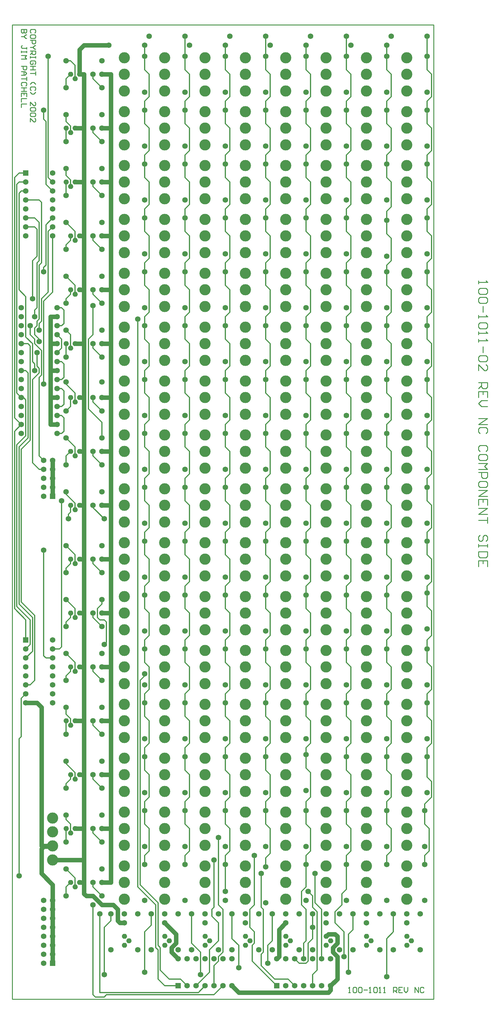
<source format=gtl>
*%FSLAX23Y23*%
*%MOIN*%
G01*
%ADD11C,0.006*%
%ADD12C,0.007*%
%ADD13C,0.008*%
%ADD14C,0.010*%
%ADD15C,0.012*%
%ADD16C,0.030*%
%ADD17C,0.036*%
%ADD18C,0.050*%
%ADD19C,0.050*%
%ADD20C,0.054*%
%ADD21C,0.056*%
%ADD22C,0.060*%
%ADD23C,0.062*%
%ADD24C,0.066*%
%ADD25C,0.070*%
%ADD26C,0.080*%
%ADD27C,0.090*%
%ADD28C,0.125*%
%ADD29C,0.129*%
%ADD30R,0.062X0.062*%
%ADD31R,0.066X0.066*%
D14*
X10864Y2775D02*
X10884D01*
X10874D01*
Y2835D01*
X10875D01*
X10874D02*
X10864Y2825D01*
X10914D02*
X10924Y2835D01*
X10944D01*
X10954Y2825D01*
Y2785D01*
X10944Y2775D01*
X10924D01*
X10914Y2785D01*
Y2825D01*
X10974D02*
X10984Y2835D01*
X11004D01*
X11014Y2825D01*
Y2785D01*
X11004Y2775D01*
X10984D01*
X10974Y2785D01*
Y2825D01*
X11034Y2805D02*
X11074D01*
X11094Y2775D02*
X11114D01*
X11104D01*
Y2835D01*
X11105D01*
X11104D02*
X11094Y2825D01*
X11144D02*
X11154Y2835D01*
X11174D01*
X11184Y2825D01*
Y2785D01*
X11174Y2775D01*
X11154D01*
X11144Y2785D01*
Y2825D01*
X11204Y2775D02*
X11224D01*
X11214D01*
Y2835D01*
X11215D01*
X11214D02*
X11204Y2825D01*
X11254Y2775D02*
X11274D01*
X11264D01*
Y2835D01*
X11265D01*
X11264D02*
X11254Y2825D01*
X11364Y2835D02*
Y2775D01*
Y2835D02*
X11394D01*
X11404Y2825D01*
Y2805D01*
X11394Y2795D01*
X11364D01*
X11384D02*
X11404Y2775D01*
X11424Y2835D02*
X11464D01*
X11424D02*
Y2775D01*
X11464D01*
X11444Y2805D02*
X11424D01*
X11484Y2795D02*
Y2835D01*
Y2795D02*
X11504Y2775D01*
X11524Y2795D01*
Y2835D01*
X11604D02*
Y2775D01*
X11644D02*
X11604Y2835D01*
X11644D02*
Y2775D01*
X11704Y2825D02*
X11694Y2835D01*
X11674D01*
X11664Y2825D01*
Y2785D01*
X11674Y2775D01*
X11694D01*
X11704Y2785D01*
X12314Y10667D02*
Y10700D01*
Y10683D02*
Y10667D01*
Y10683D02*
X12414D01*
X12415D01*
X12414D02*
X12397Y10700D01*
Y10617D02*
X12414Y10600D01*
Y10567D01*
X12397Y10550D01*
X12331D01*
X12314Y10567D01*
Y10600D01*
X12331Y10617D01*
X12397D01*
Y10517D02*
X12414Y10500D01*
Y10467D01*
X12397Y10450D01*
X12331D01*
X12314Y10467D01*
Y10500D01*
X12331Y10517D01*
X12397D01*
X12364Y10417D02*
Y10350D01*
X12314Y10317D02*
Y10283D01*
Y10300D01*
X12414D01*
X12415D01*
X12414D02*
X12397Y10317D01*
Y10233D02*
X12414Y10217D01*
Y10184D01*
X12397Y10167D01*
X12331D01*
X12314Y10184D01*
Y10217D01*
X12331Y10233D01*
X12397D01*
X12314Y10134D02*
Y10100D01*
Y10117D01*
X12414D01*
X12415D01*
X12414D02*
X12397Y10134D01*
X12314Y10050D02*
Y10017D01*
Y10034D01*
X12414D01*
X12415D01*
X12414D02*
X12397Y10050D01*
X12364Y9967D02*
Y9900D01*
X12397Y9867D02*
X12414Y9850D01*
Y9817D01*
X12397Y9800D01*
X12331D01*
X12314Y9817D01*
Y9850D01*
X12331Y9867D01*
X12397D01*
X12314Y9767D02*
Y9700D01*
Y9767D02*
X12381Y9700D01*
X12397D01*
X12414Y9717D01*
Y9750D01*
X12397Y9767D01*
X12414Y9567D02*
X12314D01*
X12414D02*
Y9517D01*
X12397Y9500D01*
X12364D01*
X12347Y9517D01*
Y9567D01*
Y9534D02*
X12314Y9500D01*
X12414Y9467D02*
Y9400D01*
Y9467D02*
X12314D01*
Y9400D01*
X12364Y9434D02*
Y9467D01*
X12347Y9367D02*
X12414D01*
X12347D02*
X12314Y9334D01*
X12347Y9300D01*
X12414D01*
Y9167D02*
X12314D01*
Y9101D02*
X12414Y9167D01*
Y9101D02*
X12314D01*
X12397Y9001D02*
X12414Y9017D01*
Y9051D01*
X12397Y9067D01*
X12331D01*
X12314Y9051D01*
Y9017D01*
X12331Y9001D01*
X12414Y8817D02*
X12397Y8801D01*
X12414Y8817D02*
Y8851D01*
X12397Y8867D01*
X12331D01*
X12314Y8851D01*
Y8817D01*
X12331Y8801D01*
X12414Y8751D02*
Y8717D01*
Y8751D02*
X12397Y8767D01*
X12331D01*
X12314Y8751D01*
Y8717D01*
X12331Y8701D01*
X12397D01*
X12414Y8717D01*
Y8667D02*
X12314D01*
X12381Y8634D02*
X12414Y8667D01*
X12381Y8634D02*
X12414Y8601D01*
X12314D01*
Y8567D02*
X12414D01*
Y8517D01*
X12397Y8501D01*
X12364D01*
X12347Y8517D01*
Y8567D01*
X12414Y8451D02*
Y8417D01*
Y8451D02*
X12397Y8467D01*
X12331D01*
X12314Y8451D01*
Y8417D01*
X12331Y8401D01*
X12397D01*
X12414Y8417D01*
Y8367D02*
X12314D01*
Y8301D02*
X12414Y8367D01*
Y8301D02*
X12314D01*
X12414Y8267D02*
Y8201D01*
Y8267D02*
X12314D01*
Y8201D01*
X12364Y8234D02*
Y8267D01*
X12314Y8167D02*
X12414D01*
X12314Y8101D01*
X12414D01*
Y8068D02*
Y8001D01*
Y8034D01*
X12314D01*
X12414Y7818D02*
X12397Y7801D01*
X12414Y7818D02*
Y7851D01*
X12397Y7868D01*
X12381D01*
X12364Y7851D01*
Y7818D01*
X12347Y7801D01*
X12331D01*
X12314Y7818D01*
Y7851D01*
X12331Y7868D01*
X12414Y7768D02*
Y7734D01*
Y7751D01*
X12314D01*
Y7768D01*
Y7734D01*
Y7684D02*
X12414D01*
X12314D02*
Y7634D01*
X12331Y7618D01*
X12397D01*
X12414Y7634D01*
Y7684D01*
Y7584D02*
Y7518D01*
Y7584D02*
X12314D01*
Y7518D01*
X12364Y7551D02*
Y7584D01*
X7364Y13460D02*
X7374Y13470D01*
Y13490D01*
X7364Y13500D01*
X7324D01*
X7314Y13490D01*
Y13470D01*
X7324Y13460D01*
X7374Y13430D02*
Y13410D01*
Y13430D02*
X7364Y13440D01*
X7324D01*
X7314Y13430D01*
Y13410D01*
X7324Y13400D01*
X7364D01*
X7374Y13410D01*
Y13380D02*
X7314D01*
X7374D02*
Y13350D01*
X7364Y13340D01*
X7344D01*
X7334Y13350D01*
Y13380D01*
X7364Y13320D02*
X7374D01*
X7364D02*
X7344Y13300D01*
X7364Y13280D01*
X7374D01*
X7344Y13300D02*
X7314D01*
Y13260D02*
X7374D01*
Y13230D01*
X7364Y13220D01*
X7344D01*
X7334Y13230D01*
Y13260D01*
Y13240D02*
X7314Y13220D01*
X7374Y13200D02*
Y13180D01*
Y13190D01*
X7314D01*
Y13200D01*
Y13180D01*
X7374Y13120D02*
X7364Y13110D01*
X7374Y13120D02*
Y13140D01*
X7364Y13150D01*
X7324D01*
X7314Y13140D01*
Y13120D01*
X7324Y13110D01*
X7344D01*
Y13130D01*
X7374Y13090D02*
X7314D01*
X7344D01*
Y13050D01*
X7374D01*
X7314D01*
X7374Y13030D02*
Y12990D01*
Y13010D01*
X7314D01*
X7334Y12910D02*
X7314Y12890D01*
X7334Y12910D02*
X7354D01*
X7374Y12890D01*
Y12830D02*
X7364Y12820D01*
X7374Y12830D02*
Y12850D01*
X7364Y12860D01*
X7324D01*
X7314Y12850D01*
Y12830D01*
X7324Y12820D01*
X7314Y12800D02*
X7334Y12780D01*
X7354D01*
X7374Y12800D01*
X7314Y12690D02*
Y12650D01*
Y12690D02*
X7354Y12650D01*
X7364D01*
X7374Y12660D01*
Y12680D01*
X7364Y12690D01*
Y12630D02*
X7374Y12620D01*
Y12600D01*
X7364Y12590D01*
X7324D01*
X7314Y12600D01*
Y12620D01*
X7324Y12630D01*
X7364D01*
Y12570D02*
X7374Y12560D01*
Y12540D01*
X7364Y12530D01*
X7324D01*
X7314Y12540D01*
Y12560D01*
X7324Y12570D01*
X7364D01*
X7314Y12510D02*
Y12470D01*
Y12510D02*
X7354Y12470D01*
X7364D01*
X7374Y12480D01*
Y12500D01*
X7364Y12510D01*
X7274Y13500D02*
X7214D01*
Y13470D01*
X7224Y13460D01*
X7234D01*
X7244Y13470D01*
Y13500D01*
X7245D01*
X7244D02*
X7245D01*
X7244D02*
X7245D01*
X7244D02*
Y13470D01*
X7254Y13460D01*
X7264D01*
X7274Y13470D01*
Y13500D01*
Y13440D02*
X7264D01*
X7244Y13420D01*
X7264Y13400D01*
X7274D01*
X7244Y13420D02*
X7214D01*
X7274Y13300D02*
Y13280D01*
Y13290D02*
Y13300D01*
Y13290D02*
X7224D01*
X7214Y13300D01*
Y13310D01*
X7224Y13320D01*
X7274Y13260D02*
Y13240D01*
Y13250D01*
X7214D01*
Y13260D01*
Y13240D01*
Y13210D02*
X7274D01*
X7254Y13190D01*
X7274Y13170D01*
X7214D01*
Y13090D02*
X7274D01*
Y13060D01*
X7264Y13050D01*
X7244D01*
X7234Y13060D01*
Y13090D01*
X7214Y13030D02*
X7254D01*
X7274Y13010D01*
X7254Y12990D01*
X7214D01*
X7244D01*
Y13030D01*
X7274Y12970D02*
Y12930D01*
Y12950D01*
X7214D01*
X7274Y12880D02*
X7264Y12870D01*
X7274Y12880D02*
Y12900D01*
X7264Y12910D01*
X7224D01*
X7214Y12900D01*
Y12880D01*
X7224Y12870D01*
X7214Y12850D02*
X7274D01*
X7244D02*
X7214D01*
X7244D02*
Y12810D01*
X7274D01*
X7214D01*
X7274Y12790D02*
Y12750D01*
Y12790D02*
X7214D01*
Y12750D01*
X7244Y12770D02*
Y12790D01*
X7274Y12730D02*
X7214D01*
Y12690D01*
Y12670D02*
X7274D01*
X7214D02*
Y12630D01*
X7114Y13550D02*
Y2700D01*
X11814D01*
Y13550D01*
X7114D01*
D15*
X9314Y3000D02*
X9164Y2850D01*
X8139Y8050D02*
X8014Y8175D01*
X9789Y3125D02*
X10064Y2850D01*
X10039Y2925D02*
X9889Y3075D01*
X7264Y6925D02*
X7139Y7050D01*
X7164Y7075D02*
X7314Y6925D01*
X7339Y6950D02*
X7189Y7100D01*
X7214Y7125D02*
X7364Y6975D01*
X8114Y9125D02*
X7964Y9275D01*
X8514Y3950D02*
X8714Y3750D01*
X8739Y3775D02*
X8539Y3975D01*
X7139Y7050D02*
Y9025D01*
X7164Y8875D02*
Y7075D01*
X7189Y7100D02*
Y8850D01*
X7214Y8825D02*
Y7125D01*
X7139Y9175D02*
Y11850D01*
X7164Y11775D02*
Y9450D01*
X7189Y10600D02*
Y11675D01*
Y5600D02*
Y4075D01*
X7214Y5625D02*
Y6050D01*
X7139Y9025D02*
X7214Y9100D01*
X7264Y8975D02*
X7164Y8875D01*
X7189Y8850D02*
X7289Y8950D01*
X7314Y8925D02*
X7214Y8825D01*
X7139Y11850D02*
X7189Y11900D01*
Y11800D02*
X7164Y11775D01*
X7214Y11700D02*
X7189Y11675D01*
X7239Y9400D02*
X7264Y9375D01*
X7139Y9175D02*
X7214Y9100D01*
Y9400D02*
X7164Y9450D01*
X7264Y10525D02*
X7189Y10600D01*
X7264Y6100D02*
X7214Y6050D01*
Y5625D02*
X7189Y5600D01*
X7264Y6700D02*
Y6925D01*
X7314D02*
Y6650D01*
X7264Y8975D02*
Y9375D01*
X7339Y6950D02*
Y6575D01*
X7289Y8950D02*
Y9675D01*
X7364Y6975D02*
Y6250D01*
X7314Y8925D02*
Y9975D01*
X7414Y10150D02*
Y10225D01*
X7339Y10000D02*
Y9800D01*
X7364Y9775D02*
Y9700D01*
Y10100D02*
Y10175D01*
X7414Y10050D02*
Y10025D01*
X7264Y10075D02*
Y10525D01*
X7314Y10200D02*
Y10100D01*
X7414Y10925D02*
Y11350D01*
X7389Y10900D02*
Y10400D01*
X7364Y10375D02*
Y10300D01*
X7414Y10275D02*
Y10875D01*
X7389Y10250D02*
Y10200D01*
Y10975D02*
Y11275D01*
X7339Y10925D02*
Y10500D01*
X7414Y8975D02*
Y8750D01*
X7389Y9750D02*
Y9900D01*
X7414Y9725D02*
Y9675D01*
X7339Y9600D02*
Y8675D01*
X7414Y8975D02*
Y9625D01*
X7364Y10000D02*
Y10050D01*
X7314Y6650D02*
X7264Y6600D01*
X7339Y6575D02*
X7264Y6500D01*
X7364Y6250D02*
X7314Y6200D01*
X7414Y10225D02*
X7439Y10250D01*
X7414Y10875D02*
X7439Y10900D01*
X7389Y10200D02*
X7364Y10175D01*
X7389Y10900D02*
X7414Y10925D01*
X7389Y10400D02*
X7364Y10375D01*
X7414Y10275D02*
X7389Y10250D01*
X7339Y10925D02*
X7389Y10975D01*
X7264Y9700D02*
X7289Y9675D01*
X7314Y9975D02*
X7289Y10000D01*
X7339Y9800D02*
X7364Y9775D01*
X7439Y11575D02*
X7414Y11600D01*
X7364Y10100D02*
X7414Y10050D01*
X7339Y10000D02*
X7264Y10075D01*
X7314Y10100D02*
X7364Y10050D01*
X7414Y11350D02*
X7364Y11400D01*
Y11300D02*
X7389Y11275D01*
X7414Y8750D02*
X7464Y8700D01*
X7414Y9725D02*
X7389Y9750D01*
X7414Y9675D02*
X7339Y9600D01*
Y8675D02*
X7414Y8600D01*
Y9625D02*
X7439Y9650D01*
Y9925D02*
X7364Y10000D01*
X8164Y2750D02*
X9364D01*
X8139Y2725D02*
X8039D01*
X7514Y11850D02*
Y13200D01*
X7489Y12475D02*
Y11775D01*
X7464Y12500D02*
Y12600D01*
X7564Y11200D02*
Y10575D01*
X7514D02*
Y11250D01*
X7439Y10500D02*
Y10250D01*
X7489Y10875D02*
Y11325D01*
X7464Y10850D02*
Y10800D01*
Y10475D02*
Y9550D01*
X7439Y10900D02*
Y11575D01*
Y9925D02*
Y9650D01*
X7464Y7700D02*
Y6525D01*
X7614Y9900D02*
X7664Y9950D01*
X7464Y10475D02*
X7564Y10575D01*
X7514Y11250D02*
X7564Y11300D01*
X7514Y10575D02*
X7439Y10500D01*
X7489Y11325D02*
X7564Y11400D01*
X7489Y10875D02*
X7464Y10850D01*
X7614Y10100D02*
X7664Y10050D01*
X7464Y6525D02*
X7489Y6500D01*
X7564Y11800D02*
X7514Y11850D01*
X7489Y11775D02*
X7564Y11700D01*
X7489Y12475D02*
X7464Y12500D01*
X8814Y2850D02*
X8964D01*
X8989Y2925D02*
X8864D01*
X10039D02*
X10189D01*
X9189Y2775D02*
X8089D01*
X7689Y10225D02*
Y10375D01*
X7664Y10050D02*
Y9950D01*
X7689Y9775D02*
Y9625D01*
Y9475D02*
Y9325D01*
Y9175D02*
Y9025D01*
X7814Y12950D02*
Y13100D01*
X7714Y12950D02*
Y12850D01*
X7764Y12425D02*
Y12350D01*
X7714Y12475D02*
Y12550D01*
Y12400D02*
Y12250D01*
Y11800D02*
Y11650D01*
X7764Y11750D02*
Y11825D01*
X7714Y11875D02*
Y11950D01*
X7814Y11225D02*
Y11150D01*
Y11225D02*
Y11250D01*
X7714Y11100D02*
Y11050D01*
X7764Y11150D02*
Y11200D01*
X7714Y10500D02*
Y10450D01*
X7764Y10550D02*
Y10600D01*
X7814Y10625D02*
Y10550D01*
Y10625D02*
Y10650D01*
X7764Y10100D02*
Y9950D01*
X7714Y10000D02*
Y9850D01*
X7814Y9450D02*
Y9350D01*
X7714Y9550D02*
Y9575D01*
X7764Y9400D02*
Y9300D01*
X7714Y8750D02*
Y8650D01*
X7814Y8750D02*
Y8850D01*
Y8225D02*
Y8150D01*
X7714Y8325D02*
Y8350D01*
X7739Y8100D02*
Y8050D01*
X7764Y8125D02*
Y8200D01*
X7714Y7500D02*
Y7450D01*
X7764Y7550D02*
Y7600D01*
X7814Y7625D02*
Y7550D01*
Y7625D02*
Y7650D01*
Y7025D02*
Y6950D01*
Y7025D02*
Y7050D01*
X7714Y6900D02*
Y6850D01*
X7764Y6950D02*
Y7000D01*
X7814Y6450D02*
Y6350D01*
X7764D02*
Y6400D01*
X7714Y6300D02*
Y6250D01*
Y5800D02*
Y5650D01*
X7764Y5750D02*
Y5825D01*
X7714Y5875D02*
Y5950D01*
Y5100D02*
Y5050D01*
X7764Y5150D02*
Y5200D01*
X7814Y5225D02*
Y5150D01*
X7714Y5325D02*
Y5350D01*
X7764Y4650D02*
Y4550D01*
X7714Y4700D02*
Y4750D01*
Y4600D02*
Y4450D01*
X7814Y4050D02*
Y3950D01*
X7714D02*
Y3850D01*
X7664Y6625D02*
Y8250D01*
Y10200D02*
X7689Y10225D01*
Y9625D02*
X7664Y9600D01*
X7689Y9325D02*
X7664Y9300D01*
X7689Y9025D02*
X7664Y9000D01*
X7714Y12950D02*
X7764Y13000D01*
Y11150D02*
X7714Y11100D01*
X7764Y10550D02*
X7714Y10500D01*
X7764Y9300D02*
X7714Y9250D01*
X7764Y8800D02*
X7714Y8750D01*
X7764Y8125D02*
X7739Y8100D01*
X7764Y7550D02*
X7714Y7500D01*
X7764Y6950D02*
X7714Y6900D01*
X7764Y6350D02*
X7714Y6300D01*
X7764Y5150D02*
X7714Y5100D01*
X7764Y4000D02*
X7714Y3950D01*
X7689Y10375D02*
X7664Y10400D01*
Y9800D02*
X7689Y9775D01*
X7664Y9500D02*
X7689Y9475D01*
X7664Y9200D02*
X7689Y9175D01*
X7814Y13100D02*
X7764Y13150D01*
X7714Y12475D02*
X7764Y12425D01*
X7714Y11875D02*
X7764Y11825D01*
X7714Y11350D02*
X7814Y11250D01*
X7714Y10750D02*
X7814Y10650D01*
X7714Y10150D02*
X7764Y10100D01*
X7714Y9550D02*
X7814Y9450D01*
X7714Y8950D02*
X7814Y8850D01*
X7714Y8325D02*
X7814Y8225D01*
X7714Y7750D02*
X7814Y7650D01*
X7714Y7150D02*
X7814Y7050D01*
X7714Y6550D02*
X7814Y6450D01*
X7714Y5875D02*
X7764Y5825D01*
X7714Y5325D02*
X7814Y5225D01*
X7714Y4700D02*
X7764Y4650D01*
X7714Y4150D02*
X7814Y4050D01*
X7639Y6600D02*
X7664Y6625D01*
X10314Y3100D02*
X10389D01*
X8014Y12950D02*
Y13000D01*
Y12400D02*
Y12350D01*
Y11800D02*
Y11750D01*
Y11200D02*
Y11150D01*
Y10600D02*
Y10550D01*
Y10000D02*
Y9950D01*
Y9400D02*
Y9350D01*
Y8800D02*
Y8750D01*
Y8200D02*
Y8175D01*
Y7600D02*
Y7550D01*
Y7000D02*
Y6950D01*
Y6400D02*
Y6350D01*
Y5800D02*
Y5750D01*
Y5200D02*
Y5150D01*
Y4600D02*
Y4550D01*
Y4000D02*
Y3950D01*
Y3750D02*
Y2850D01*
Y2750D01*
Y10100D02*
Y10425D01*
X7964Y10050D02*
Y9275D01*
Y10050D02*
X8014Y10100D01*
X8114Y12850D02*
X8014Y12950D01*
Y12350D02*
X8114Y12250D01*
X8014Y11750D02*
X8114Y11650D01*
X8014Y11150D02*
X8114Y11050D01*
X8014Y10550D02*
X8114Y10450D01*
X8014Y9950D02*
X8114Y9850D01*
X8014Y9350D02*
X8114Y9250D01*
X8014Y8750D02*
X8114Y8650D01*
X8014Y7550D02*
X8114Y7450D01*
X8014Y6950D02*
X8114Y6850D01*
X8014Y6350D02*
X8114Y6250D01*
X8014Y5750D02*
X8114Y5650D01*
X8014Y5150D02*
X8114Y5050D01*
X8014Y4550D02*
X8114Y4450D01*
X8014Y3950D02*
X8114Y3850D01*
X8014Y2750D02*
X8039Y2725D01*
X8214Y3575D02*
Y3650D01*
X8139Y3500D02*
Y2975D01*
X8089Y2775D02*
Y3650D01*
X8164Y6675D02*
Y6900D01*
X8064Y6950D02*
Y7050D01*
X8114Y7100D02*
Y7150D01*
Y8950D02*
Y9125D01*
X8214Y3575D02*
X8139Y3500D01*
X8164Y2750D02*
X8139Y2725D01*
Y6650D02*
X8164Y6675D01*
X8064Y7050D02*
X8114Y7100D01*
X8139Y6925D02*
X8164Y6900D01*
X8089Y6925D02*
X8064Y6950D01*
X8589Y13200D02*
Y13325D01*
Y13200D02*
Y13050D01*
Y12700D02*
Y12600D01*
Y12450D01*
Y12100D02*
Y12000D01*
Y11850D01*
Y11500D02*
Y11400D01*
Y11250D01*
Y10900D02*
Y10800D01*
Y10650D01*
Y10300D02*
Y10200D01*
Y10050D01*
Y9700D02*
Y9600D01*
Y9450D01*
Y9100D02*
Y9000D01*
Y8850D01*
Y8500D02*
Y8400D01*
Y8250D01*
Y7900D02*
Y7800D01*
Y7650D01*
Y7300D02*
Y7200D01*
Y7050D01*
Y6700D02*
Y6600D01*
Y6450D01*
Y6100D02*
Y6000D01*
Y5850D01*
Y5500D02*
Y5400D01*
Y5250D01*
Y4900D02*
Y4800D01*
Y4650D01*
Y4300D02*
Y4200D01*
Y3450D02*
Y3000D01*
Y6300D02*
Y6325D01*
X8514Y3950D02*
Y10275D01*
X8539Y6250D02*
Y3975D01*
X8589Y12700D02*
X8639Y12750D01*
Y12150D02*
X8589Y12100D01*
X8639Y11550D02*
X8589Y11500D01*
X8639Y10950D02*
X8589Y10900D01*
X8639Y10350D02*
X8589Y10300D01*
X8639Y9750D02*
X8589Y9700D01*
X8639Y9150D02*
X8589Y9100D01*
X8639Y8550D02*
X8589Y8500D01*
X8639Y7950D02*
X8589Y7900D01*
X8639Y7350D02*
X8589Y7300D01*
X8639Y6750D02*
X8589Y6700D01*
X8639Y6150D02*
X8589Y6100D01*
X8639Y5550D02*
X8589Y5500D01*
X8639Y4950D02*
X8589Y4900D01*
X8639Y4350D02*
X8589Y4300D01*
X8664Y3525D02*
X8589Y3450D01*
X8539Y6250D02*
X8589Y6300D01*
X8639Y13000D02*
X8589Y13050D01*
Y12450D02*
X8639Y12400D01*
X8589Y11850D02*
X8639Y11800D01*
X8589Y11250D02*
X8639Y11200D01*
X8589Y10650D02*
X8639Y10600D01*
X8589Y10050D02*
X8639Y10000D01*
X8589Y9450D02*
X8639Y9400D01*
X8589Y8850D02*
X8639Y8800D01*
X8589Y8250D02*
X8639Y8200D01*
X8589Y7650D02*
X8639Y7600D01*
X8589Y7050D02*
X8639Y7000D01*
X8589Y6450D02*
X8639Y6400D01*
X8589Y5850D02*
X8639Y5800D01*
X8589Y5250D02*
X8639Y5200D01*
X8589Y4650D02*
X8639Y4600D01*
Y12750D02*
Y13000D01*
Y12400D02*
Y12150D01*
Y11800D02*
Y11550D01*
Y11200D02*
Y10950D01*
Y10600D02*
Y10350D01*
Y10000D02*
Y9750D01*
Y9400D02*
Y9150D01*
Y8800D02*
Y8550D01*
Y8200D02*
Y7950D01*
Y7600D02*
Y7350D01*
Y7000D02*
Y6750D01*
Y6400D02*
Y6150D01*
Y5800D02*
Y5550D01*
Y5200D02*
Y4950D01*
Y4600D02*
Y4350D01*
X8664Y3650D02*
Y3525D01*
X8739Y3250D02*
Y2925D01*
X8764Y3025D02*
Y3275D01*
X8714D02*
Y3750D01*
X8739Y3775D02*
Y3300D01*
Y2925D02*
X8814Y2850D01*
X8739Y3250D02*
X8714Y3275D01*
X8764Y3025D02*
X8864Y2925D01*
X8764Y3275D02*
X8739Y3300D01*
X8989Y2925D02*
X9064Y2850D01*
X9039Y4200D02*
Y4300D01*
X9089Y4350D02*
Y4600D01*
X9039Y4650D02*
Y4800D01*
Y4900D01*
X9089Y4950D02*
Y5200D01*
X9039Y5250D02*
Y5400D01*
Y5500D01*
X9089Y5550D02*
Y5800D01*
X9039Y5850D02*
Y6000D01*
Y6100D01*
X9089Y6150D02*
Y6400D01*
X9039Y6450D02*
Y6600D01*
Y6700D01*
X9089Y6750D02*
Y7000D01*
X9039Y7050D02*
Y7200D01*
Y7300D01*
X9089Y7350D02*
Y7600D01*
X9039Y7650D02*
Y7800D01*
Y7900D01*
X9089Y7950D02*
Y8200D01*
X9039Y8250D02*
Y8400D01*
Y8500D01*
X9089Y8550D02*
Y8800D01*
X9039Y8850D02*
Y9000D01*
Y9100D01*
X9089Y9150D02*
Y9400D01*
X9039Y9450D02*
Y9600D01*
Y9700D01*
X9089Y9750D02*
Y10000D01*
X9039Y10050D02*
Y10200D01*
Y10300D01*
X9089Y10350D02*
Y10600D01*
X9039Y10650D02*
Y10800D01*
Y10900D01*
X9089Y10950D02*
Y11200D01*
X9039Y11250D02*
Y11400D01*
Y11500D01*
X9089Y11550D02*
Y11800D01*
X9039Y11850D02*
Y12000D01*
Y12100D01*
X9089Y12150D02*
Y12400D01*
X9039Y12450D02*
Y12600D01*
Y12700D01*
X9089Y12750D02*
Y13000D01*
X9039Y13050D02*
Y13200D01*
Y13425D01*
X9114Y3650D02*
Y3325D01*
X9039Y4300D02*
X9089Y4350D01*
X9039Y4900D02*
X9089Y4950D01*
X9039Y5500D02*
X9089Y5550D01*
X9039Y6100D02*
X9089Y6150D01*
X9039Y6700D02*
X9089Y6750D01*
X9039Y7300D02*
X9089Y7350D01*
X9039Y7900D02*
X9089Y7950D01*
X9039Y8500D02*
X9089Y8550D01*
X9039Y9100D02*
X9089Y9150D01*
X9039Y9700D02*
X9089Y9750D01*
X9039Y10300D02*
X9089Y10350D01*
X9039Y10900D02*
X9089Y10950D01*
X9039Y11500D02*
X9089Y11550D01*
X9039Y12100D02*
X9089Y12150D01*
X9039Y12700D02*
X9089Y12750D01*
X9264Y2850D02*
X9189Y2775D01*
X9089Y4600D02*
X9039Y4650D01*
X9089Y5200D02*
X9039Y5250D01*
X9089Y5800D02*
X9039Y5850D01*
X9089Y6400D02*
X9039Y6450D01*
X9089Y7000D02*
X9039Y7050D01*
X9089Y7600D02*
X9039Y7650D01*
X9089Y8200D02*
X9039Y8250D01*
X9089Y8800D02*
X9039Y8850D01*
X9089Y9400D02*
X9039Y9450D01*
X9089Y10000D02*
X9039Y10050D01*
X9089Y10600D02*
X9039Y10650D01*
X9089Y11200D02*
X9039Y11250D01*
X9089Y11800D02*
X9039Y11850D01*
X9089Y12400D02*
X9039Y12450D01*
X9089Y13000D02*
X9039Y13050D01*
X9114Y3325D02*
X9214Y3225D01*
Y2975D01*
X9364Y3075D02*
Y2850D01*
X9314Y3000D02*
Y3225D01*
Y3250D01*
X9339Y3625D02*
Y3700D01*
X9364Y3725D02*
Y4250D01*
X9414Y3125D02*
X9364Y3075D01*
X9314Y3250D02*
X9414Y3350D01*
X9339Y3700D02*
X9364Y3725D01*
X9464Y2850D02*
X9364Y2750D01*
X9414Y3550D02*
X9339Y3625D01*
X9489Y13200D02*
Y13325D01*
Y13200D02*
Y13050D01*
Y12700D02*
Y12600D01*
Y12450D01*
Y12100D02*
Y12000D01*
Y11850D01*
Y11500D02*
Y11400D01*
Y11250D01*
Y10900D02*
Y10800D01*
Y10650D01*
Y10300D02*
Y10200D01*
Y10050D01*
Y9700D02*
Y9600D01*
Y9450D01*
Y9100D02*
Y9000D01*
Y8850D01*
Y8500D02*
Y8400D01*
Y8250D01*
Y7900D02*
Y7800D01*
Y7650D01*
Y7300D02*
Y7200D01*
Y7050D01*
Y6700D02*
Y6600D01*
Y6450D01*
Y6100D02*
Y6000D01*
Y5850D01*
Y5500D02*
Y5400D01*
Y5250D01*
Y4900D02*
Y4800D01*
Y4650D01*
Y4300D02*
Y4200D01*
X9539Y12750D02*
Y13000D01*
Y12400D02*
Y12150D01*
Y11800D02*
Y11550D01*
Y11200D02*
Y10950D01*
Y10600D02*
Y10350D01*
Y10000D02*
Y9750D01*
Y9400D02*
Y9150D01*
Y8800D02*
Y8550D01*
Y8200D02*
Y7950D01*
Y7600D02*
Y7350D01*
Y7000D02*
Y6750D01*
Y6400D02*
Y6150D01*
Y5800D02*
Y5550D01*
Y5200D02*
Y4950D01*
Y4600D02*
Y4350D01*
X9564Y3650D02*
Y3375D01*
X9414Y3175D02*
Y3125D01*
X9464Y3225D02*
Y3700D01*
X9414Y3750D02*
Y4500D01*
Y3550D02*
Y3350D01*
X9489Y3900D02*
Y4200D01*
Y12700D02*
X9539Y12750D01*
Y12150D02*
X9489Y12100D01*
X9539Y11550D02*
X9489Y11500D01*
X9539Y10950D02*
X9489Y10900D01*
X9539Y10350D02*
X9489Y10300D01*
X9539Y9750D02*
X9489Y9700D01*
X9539Y9150D02*
X9489Y9100D01*
X9539Y8550D02*
X9489Y8500D01*
X9539Y7950D02*
X9489Y7900D01*
X9539Y7350D02*
X9489Y7300D01*
X9539Y6750D02*
X9489Y6700D01*
X9539Y6150D02*
X9489Y6100D01*
X9539Y5550D02*
X9489Y5500D01*
X9539Y4950D02*
X9489Y4900D01*
X9539Y4350D02*
X9489Y4300D01*
X9464Y3225D02*
X9414Y3175D01*
X9539Y13000D02*
X9489Y13050D01*
Y12450D02*
X9539Y12400D01*
X9489Y11850D02*
X9539Y11800D01*
X9489Y11250D02*
X9539Y11200D01*
X9489Y10650D02*
X9539Y10600D01*
X9489Y10050D02*
X9539Y10000D01*
X9489Y9450D02*
X9539Y9400D01*
X9489Y8850D02*
X9539Y8800D01*
X9489Y8250D02*
X9539Y8200D01*
X9489Y7650D02*
X9539Y7600D01*
X9489Y7050D02*
X9539Y7000D01*
X9489Y6450D02*
X9539Y6400D01*
X9489Y5850D02*
X9539Y5800D01*
X9489Y5250D02*
X9539Y5200D01*
X9489Y4650D02*
X9539Y4600D01*
X9564Y3375D02*
X9639Y3300D01*
X9464Y3700D02*
X9414Y3750D01*
X9639Y3300D02*
Y3050D01*
X9764Y3500D02*
Y3700D01*
X9814Y3750D01*
X9764Y3500D02*
X9814Y3450D01*
X9939Y4175D02*
Y4275D01*
Y4650D02*
Y4800D01*
Y4900D01*
Y5250D02*
Y5400D01*
Y5500D01*
Y5850D02*
Y6000D01*
Y7200D02*
Y7300D01*
Y7650D02*
Y7800D01*
Y7900D01*
Y8250D02*
Y8400D01*
Y8500D01*
Y8850D02*
Y9000D01*
Y9100D01*
Y9450D02*
Y9600D01*
Y9700D01*
Y10050D02*
Y10200D01*
Y10300D01*
Y10650D02*
Y10800D01*
Y10900D01*
Y11250D02*
Y11400D01*
Y11500D01*
Y11850D02*
Y12000D01*
Y12100D01*
Y12450D02*
Y12600D01*
Y12700D01*
Y13050D02*
Y13200D01*
Y13425D01*
Y6100D02*
Y6000D01*
Y6450D02*
Y6600D01*
Y6700D01*
Y7050D02*
Y7200D01*
X9964Y3300D02*
Y3100D01*
X9789Y3125D02*
Y3300D01*
X9814Y3325D02*
Y3450D01*
X9889Y3200D02*
Y3075D01*
X9914Y3225D02*
Y3700D01*
X9889Y3725D02*
Y4100D01*
X9814Y4300D02*
Y3750D01*
X9939Y4275D02*
X9989Y4325D01*
X9939Y4900D02*
X9989Y4950D01*
X9939Y5500D02*
X9989Y5550D01*
X9939Y7300D02*
X9989Y7350D01*
X9939Y7900D02*
X9989Y7950D01*
X9939Y8500D02*
X9989Y8550D01*
X9939Y9100D02*
X9989Y9150D01*
X9939Y9700D02*
X9989Y9750D01*
X9939Y10300D02*
X9989Y10350D01*
X9939Y10900D02*
X9989Y10950D01*
X9939Y11500D02*
X9989Y11550D01*
X9939Y12100D02*
X9989Y12150D01*
X9939Y12700D02*
X9989Y12750D01*
Y6150D02*
X9939Y6100D01*
Y6700D02*
X9989Y6750D01*
X10014Y3350D02*
X9964Y3300D01*
X9814Y3325D02*
X9789Y3300D01*
X9889Y3200D02*
X9914Y3225D01*
X9989Y4600D02*
X9939Y4650D01*
X9989Y5200D02*
X9939Y5250D01*
X9989Y5800D02*
X9939Y5850D01*
X9989Y7600D02*
X9939Y7650D01*
X9989Y8200D02*
X9939Y8250D01*
X9989Y8800D02*
X9939Y8850D01*
X9989Y9400D02*
X9939Y9450D01*
X9989Y10000D02*
X9939Y10050D01*
X9989Y10600D02*
X9939Y10650D01*
X9989Y11200D02*
X9939Y11250D01*
X9989Y11800D02*
X9939Y11850D01*
X9989Y12400D02*
X9939Y12450D01*
X9989Y13000D02*
X9939Y13050D01*
Y6450D02*
X9989Y6400D01*
Y7000D02*
X9939Y7050D01*
X9889Y3725D02*
X9914Y3700D01*
X9989Y4325D02*
Y4600D01*
Y4950D02*
Y5200D01*
Y5550D02*
Y5800D01*
Y7350D02*
Y7600D01*
Y7950D02*
Y8200D01*
Y8550D02*
Y8800D01*
Y9150D02*
Y9400D01*
Y9750D02*
Y10000D01*
Y10350D02*
Y10600D01*
Y10950D02*
Y11200D01*
Y11550D02*
Y11800D01*
Y12150D02*
Y12400D01*
Y12750D02*
Y13000D01*
Y6400D02*
Y6150D01*
Y6750D02*
Y7000D01*
X10014Y3650D02*
Y3350D01*
X10339Y3750D02*
Y3900D01*
X10364Y3325D02*
Y3150D01*
X10339Y3900D02*
X10389Y3950D01*
Y3350D02*
X10364Y3325D01*
X10389Y3700D02*
X10339Y3750D01*
X10264Y3150D02*
X10314Y3100D01*
X10189Y2925D02*
X10264Y2850D01*
X10389Y13200D02*
Y13325D01*
Y6000D02*
Y5850D01*
X10439Y5800D02*
Y5550D01*
X10389Y5500D02*
Y5425D01*
Y5275D01*
X10439Y5225D02*
Y4950D01*
X10389Y4900D02*
Y4800D01*
Y13050D02*
Y13200D01*
X10439Y13000D02*
Y12750D01*
X10389Y12700D02*
Y12600D01*
Y12450D01*
X10439Y12400D02*
Y12150D01*
X10389Y12100D02*
Y12000D01*
Y11850D01*
X10439Y11800D02*
Y11550D01*
X10389Y11500D02*
Y11400D01*
Y11250D01*
X10439Y11200D02*
Y10950D01*
X10389Y10900D02*
Y10800D01*
Y10650D01*
X10439Y10600D02*
Y10350D01*
X10389Y10300D02*
Y10200D01*
Y10050D01*
X10439Y10000D02*
Y9750D01*
X10389Y9700D02*
Y9600D01*
Y9450D01*
X10439Y9400D02*
Y9150D01*
X10389Y9100D02*
Y9000D01*
Y8850D01*
X10439Y8800D02*
Y8550D01*
X10389Y8500D02*
Y8400D01*
Y8250D01*
X10439Y8200D02*
Y7950D01*
X10389Y7900D02*
Y7800D01*
Y7650D01*
X10439Y7600D02*
Y7350D01*
X10389Y7300D02*
Y7200D01*
Y7050D01*
X10439Y7000D02*
Y6750D01*
X10389Y6700D02*
Y6600D01*
Y6450D01*
X10439Y6400D02*
Y6150D01*
X10389Y6100D02*
Y6000D01*
Y4800D02*
Y4650D01*
X10439Y4600D02*
Y4350D01*
X10389Y4300D02*
Y4200D01*
X10464Y3650D02*
Y3500D01*
X10564Y3700D02*
Y3150D01*
X10489Y3775D02*
Y4100D01*
X10389Y4200D02*
Y3950D01*
Y3700D02*
Y3350D01*
X10414Y3325D02*
Y3125D01*
X10464Y3375D02*
Y3650D01*
Y2975D02*
Y2850D01*
X10514Y3025D02*
Y3675D01*
X10464Y3725D02*
Y3850D01*
X10389Y5500D02*
X10439Y5550D01*
Y4950D02*
X10389Y4900D01*
Y12700D02*
X10439Y12750D01*
Y12150D02*
X10389Y12100D01*
X10439Y11550D02*
X10389Y11500D01*
X10439Y10950D02*
X10389Y10900D01*
X10439Y10350D02*
X10389Y10300D01*
X10439Y9750D02*
X10389Y9700D01*
X10439Y9150D02*
X10389Y9100D01*
X10439Y8550D02*
X10389Y8500D01*
X10439Y7950D02*
X10389Y7900D01*
X10439Y7350D02*
X10389Y7300D01*
X10439Y6750D02*
X10389Y6700D01*
X10439Y6150D02*
X10389Y6100D01*
X10439Y4350D02*
X10389Y4300D01*
X10414Y3125D02*
X10389Y3100D01*
X10414Y3325D02*
X10464Y3375D01*
X10514Y3025D02*
X10464Y2975D01*
X10439Y5800D02*
X10389Y5850D01*
Y5275D02*
X10439Y5225D01*
Y13000D02*
X10389Y13050D01*
Y12450D02*
X10439Y12400D01*
X10389Y11850D02*
X10439Y11800D01*
X10389Y11250D02*
X10439Y11200D01*
X10389Y10650D02*
X10439Y10600D01*
X10389Y10050D02*
X10439Y10000D01*
X10389Y9450D02*
X10439Y9400D01*
X10389Y8850D02*
X10439Y8800D01*
X10389Y8250D02*
X10439Y8200D01*
X10389Y7650D02*
X10439Y7600D01*
X10389Y7050D02*
X10439Y7000D01*
X10389Y6450D02*
X10439Y6400D01*
X10389Y4650D02*
X10439Y4600D01*
X10539Y3725D02*
X10564Y3700D01*
X10539Y3725D02*
X10489Y3775D01*
X10464Y3725D02*
X10514Y3675D01*
X10464Y3850D02*
X10414Y3900D01*
X10714Y3675D02*
Y3550D01*
Y3675D02*
X10789Y3750D01*
X10714Y3550D02*
X10814Y3450D01*
X10914Y3475D02*
Y3650D01*
X10839Y4200D02*
Y4300D01*
Y4650D02*
Y4800D01*
Y4900D01*
Y5250D02*
Y5400D01*
Y5500D01*
Y5850D02*
Y6000D01*
Y6100D01*
Y6450D02*
Y6600D01*
Y6700D01*
Y7050D02*
Y7200D01*
Y7300D01*
Y7650D02*
Y7800D01*
Y7900D01*
Y8250D02*
Y8400D01*
Y8500D01*
Y8850D02*
Y9000D01*
Y9100D01*
Y9450D02*
Y9600D01*
Y9700D01*
Y10050D02*
Y10200D01*
Y10300D01*
Y10650D02*
Y10800D01*
Y10900D01*
Y11250D02*
Y11400D01*
Y11500D01*
Y11850D02*
Y12000D01*
Y12100D01*
Y12450D02*
Y12600D01*
Y12700D01*
Y13050D02*
Y13200D01*
Y13425D01*
X10889Y4600D02*
Y4350D01*
Y4950D02*
Y5200D01*
Y5550D02*
Y5800D01*
Y6150D02*
Y6400D01*
Y6750D02*
Y7000D01*
Y7350D02*
Y7600D01*
Y7950D02*
Y8200D01*
Y8550D02*
Y8800D01*
Y9150D02*
Y9400D01*
Y9750D02*
Y10000D01*
Y10350D02*
Y10600D01*
Y10950D02*
Y11200D01*
Y11550D02*
Y11800D01*
Y12150D02*
Y12400D01*
Y12750D02*
Y13000D01*
X10839Y4200D02*
Y3925D01*
X10789Y3875D02*
Y3750D01*
X10864Y3425D02*
Y3000D01*
X10814Y3175D02*
Y3450D01*
X10839Y4300D02*
X10889Y4350D01*
X10839Y4900D02*
X10889Y4950D01*
X10839Y5500D02*
X10889Y5550D01*
X10839Y6100D02*
X10889Y6150D01*
X10839Y6700D02*
X10889Y6750D01*
X10839Y7300D02*
X10889Y7350D01*
X10839Y7900D02*
X10889Y7950D01*
X10839Y8500D02*
X10889Y8550D01*
X10839Y9100D02*
X10889Y9150D01*
X10839Y9700D02*
X10889Y9750D01*
X10839Y10300D02*
X10889Y10350D01*
X10839Y10900D02*
X10889Y10950D01*
X10839Y11500D02*
X10889Y11550D01*
X10839Y12100D02*
X10889Y12150D01*
X10839Y12700D02*
X10889Y12750D01*
X10839Y3925D02*
X10789Y3875D01*
X10914Y3475D02*
X10864Y3425D01*
X10889Y4600D02*
X10839Y4650D01*
X10889Y5200D02*
X10839Y5250D01*
X10889Y5800D02*
X10839Y5850D01*
X10889Y6400D02*
X10839Y6450D01*
X10889Y7000D02*
X10839Y7050D01*
X10889Y7600D02*
X10839Y7650D01*
X10889Y8200D02*
X10839Y8250D01*
X10889Y8800D02*
X10839Y8850D01*
X10889Y9400D02*
X10839Y9450D01*
X10889Y10000D02*
X10839Y10050D01*
X10889Y10600D02*
X10839Y10650D01*
X10889Y11200D02*
X10839Y11250D01*
X10889Y11800D02*
X10839Y11850D01*
X10889Y12400D02*
X10839Y12450D01*
X10889Y13000D02*
X10839Y13050D01*
X7314Y6200D02*
X7264D01*
X11289Y13200D02*
Y13325D01*
Y12000D02*
Y11850D01*
X11339Y11800D02*
Y11525D01*
X11289Y11475D02*
Y11375D01*
Y11225D01*
X11339Y11175D02*
Y10925D01*
X11289Y10875D02*
Y10800D01*
Y13050D02*
Y13200D01*
X11339Y13000D02*
Y12750D01*
X11289Y12700D02*
Y12600D01*
Y12450D01*
X11339Y12400D02*
Y12150D01*
X11289Y12100D02*
Y12000D01*
Y10800D02*
Y10650D01*
X11339Y10600D02*
Y10350D01*
X11289Y10300D02*
Y10200D01*
Y10050D01*
X11339Y10000D02*
Y9750D01*
X11289Y9700D02*
Y9600D01*
Y9450D01*
X11339Y9400D02*
Y9150D01*
X11289Y9100D02*
Y9000D01*
Y8850D01*
X11339Y8800D02*
Y8550D01*
X11289Y8500D02*
Y8400D01*
Y8250D01*
X11339Y8200D02*
Y7950D01*
X11289Y7900D02*
Y7800D01*
Y7650D01*
X11339Y7600D02*
Y7350D01*
X11289Y7300D02*
Y7200D01*
Y7050D01*
X11339Y7000D02*
Y6750D01*
X11289Y6700D02*
Y6600D01*
Y6450D01*
X11339Y6400D02*
Y6150D01*
X11289Y6100D02*
Y6000D01*
Y5850D01*
X11339Y5800D02*
Y5550D01*
X11289Y5500D02*
Y5400D01*
Y5250D01*
X11339Y5200D02*
Y4950D01*
X11289Y4900D02*
Y4800D01*
Y4650D01*
X11339Y4600D02*
Y4350D01*
X11289Y4300D02*
Y4200D01*
Y3375D02*
Y2950D01*
Y11475D02*
X11339Y11525D01*
Y10925D02*
X11289Y10875D01*
Y12700D02*
X11339Y12750D01*
Y12150D02*
X11289Y12100D01*
X11339Y10350D02*
X11289Y10300D01*
X11339Y9750D02*
X11289Y9700D01*
X11339Y9150D02*
X11289Y9100D01*
X11339Y8550D02*
X11289Y8500D01*
X11339Y7950D02*
X11289Y7900D01*
X11339Y7350D02*
X11289Y7300D01*
X11339Y6750D02*
X11289Y6700D01*
X11339Y6150D02*
X11289Y6100D01*
X11339Y5550D02*
X11289Y5500D01*
X11339Y4950D02*
X11289Y4900D01*
X11339Y4350D02*
X11289Y4300D01*
X11364Y3450D02*
X11289Y3375D01*
X11339Y11800D02*
X11289Y11850D01*
Y11225D02*
X11339Y11175D01*
Y13000D02*
X11289Y13050D01*
Y12450D02*
X11339Y12400D01*
X11289Y10650D02*
X11339Y10600D01*
X11289Y10050D02*
X11339Y10000D01*
X11289Y9450D02*
X11339Y9400D01*
X11289Y8850D02*
X11339Y8800D01*
X11289Y8250D02*
X11339Y8200D01*
X11289Y7650D02*
X11339Y7600D01*
X11289Y7050D02*
X11339Y7000D01*
X11289Y6450D02*
X11339Y6400D01*
X11289Y5850D02*
X11339Y5800D01*
X11289Y5250D02*
X11339Y5200D01*
X11289Y4650D02*
X11339Y4600D01*
X7564Y6500D02*
X7489D01*
X7564Y6600D02*
X7639D01*
X11364Y3650D02*
Y3450D01*
X11739Y13200D02*
Y13425D01*
X11714Y4300D02*
Y4200D01*
Y4650D02*
Y4800D01*
X11739Y5400D02*
Y5500D01*
Y5850D02*
Y6000D01*
Y6100D01*
Y6450D02*
Y6600D01*
Y7800D02*
Y7900D01*
Y8250D02*
Y8400D01*
Y8500D01*
Y8850D02*
Y9000D01*
Y9100D01*
Y9450D02*
Y9600D01*
Y9700D01*
Y10050D02*
Y10200D01*
Y10300D01*
Y10650D02*
Y10800D01*
Y10900D01*
Y11250D02*
Y11400D01*
Y11500D01*
Y11850D02*
Y12000D01*
Y12100D01*
Y12450D02*
Y12600D01*
Y12700D01*
Y13050D02*
Y13200D01*
Y6700D02*
Y6600D01*
Y7075D02*
Y7225D01*
Y7300D01*
Y7650D02*
Y7800D01*
Y5400D02*
Y5175D01*
X11714Y4875D02*
Y4800D01*
X11764Y4350D02*
X11714Y4300D01*
X11739Y5500D02*
X11789Y5550D01*
X11739Y6100D02*
X11789Y6150D01*
X11739Y7900D02*
X11789Y7950D01*
X11739Y8500D02*
X11789Y8550D01*
X11739Y9100D02*
X11789Y9150D01*
X11739Y9700D02*
X11789Y9750D01*
X11739Y10300D02*
X11789Y10350D01*
X11739Y10900D02*
X11789Y10950D01*
X11739Y11500D02*
X11789Y11550D01*
X11739Y12100D02*
X11789Y12150D01*
X11739Y12700D02*
X11789Y12750D01*
Y6750D02*
X11739Y6700D01*
Y7300D02*
X11789Y7350D01*
Y4950D02*
X11714Y4875D01*
Y4650D02*
X11764Y4600D01*
X11789Y5800D02*
X11739Y5850D01*
X11789Y6400D02*
X11739Y6450D01*
X11789Y8200D02*
X11739Y8250D01*
X11789Y8800D02*
X11739Y8850D01*
X11789Y9400D02*
X11739Y9450D01*
X11789Y10000D02*
X11739Y10050D01*
X11789Y10600D02*
X11739Y10650D01*
X11789Y11200D02*
X11739Y11250D01*
X11789Y11800D02*
X11739Y11850D01*
X11789Y12400D02*
X11739Y12450D01*
X11789Y13000D02*
X11739Y13050D01*
Y7075D02*
X11789Y7025D01*
Y7600D02*
X11739Y7650D01*
Y5175D02*
X11789Y5125D01*
X8139Y6925D02*
X8089D01*
X11764Y4600D02*
Y4350D01*
X11789Y5550D02*
Y5800D01*
Y6150D02*
Y6400D01*
Y7950D02*
Y8200D01*
Y8550D02*
Y8800D01*
Y9150D02*
Y9400D01*
Y9750D02*
Y10000D01*
Y10350D02*
Y10600D01*
Y10950D02*
Y11200D01*
Y11550D02*
Y11800D01*
Y12150D02*
Y12400D01*
Y12750D02*
Y13000D01*
Y7025D02*
Y6750D01*
Y7350D02*
Y7600D01*
Y5125D02*
Y4950D01*
X7464Y8600D02*
X7414D01*
X7614Y9000D02*
X7664D01*
Y9200D02*
X7614D01*
Y9300D02*
X7664D01*
X7239Y9400D02*
X7214D01*
X7614Y9600D02*
X7664D01*
Y9500D02*
X7614D01*
Y9800D02*
X7664D01*
X7264Y9700D02*
X7214D01*
Y10000D02*
X7289D01*
X7614Y10200D02*
X7664D01*
Y10400D02*
X7614D01*
X7364Y11300D02*
X7264D01*
Y11400D02*
X7364D01*
X7264Y11700D02*
X7214D01*
X7264Y11600D02*
X7414D01*
X7264Y11900D02*
X7189D01*
Y11800D02*
X7264D01*
X7714Y13150D02*
X7764D01*
X7742Y4000D02*
X7744D01*
X7742D02*
X7743Y3998D01*
X7743Y3995D01*
X7744Y3993D01*
X7745Y3990D01*
X7746Y3988D01*
X7748Y3986D01*
X7749Y3984D01*
X7751Y3983D01*
X7753Y3981D01*
X7755Y3980D01*
X7758Y3979D01*
X7760Y3979D01*
X7763Y3979D01*
X7765D01*
X7768Y3979D01*
X7770Y3979D01*
X7773Y3980D01*
X7775Y3981D01*
X7777Y3983D01*
X7779Y3984D01*
X7780Y3986D01*
X7782Y3988D01*
X7783Y3990D01*
X7784Y3993D01*
X7785Y3995D01*
X7785Y3998D01*
X7786Y4000D01*
X7786D01*
X7786D02*
X7785Y4002D01*
X7785Y4005D01*
X7784Y4007D01*
X7783Y4010D01*
X7782Y4012D01*
X7780Y4014D01*
X7779Y4016D01*
X7777Y4017D01*
X7775Y4019D01*
X7773Y4020D01*
X7770Y4021D01*
X7768Y4021D01*
X7765Y4021D01*
X7763D01*
X7760Y4021D01*
X7758Y4021D01*
X7755Y4020D01*
X7753Y4019D01*
X7751Y4017D01*
X7749Y4016D01*
X7748Y4014D01*
X7746Y4012D01*
X7745Y4010D01*
X7744Y4007D01*
X7743Y4005D01*
X7743Y4002D01*
X7742Y4000D01*
X7752D02*
X7754D01*
X7752D02*
X7753Y3998D01*
X7753Y3995D01*
X7755Y3993D01*
X7756Y3991D01*
X7758Y3990D01*
X7760Y3989D01*
X7763Y3989D01*
X7765D01*
X7768Y3989D01*
X7770Y3990D01*
X7772Y3991D01*
X7773Y3993D01*
X7775Y3995D01*
X7775Y3998D01*
X7776Y4000D01*
X7776D01*
X7776D02*
X7775Y4002D01*
X7775Y4005D01*
X7773Y4007D01*
X7772Y4009D01*
X7770Y4010D01*
X7768Y4011D01*
X7765Y4011D01*
X7763D01*
X7760Y4011D01*
X7758Y4010D01*
X7756Y4009D01*
X7755Y4007D01*
X7753Y4005D01*
X7753Y4002D01*
X7752Y4000D01*
X7762D02*
X7764D01*
X7762D02*
X7763Y3999D01*
X7763Y3999D01*
X7763Y3999D01*
X7764Y3999D01*
X7764D01*
X7765Y3999D01*
X7765Y3999D01*
X7765Y3999D01*
X7766Y4000D01*
X7766D01*
X7766D02*
X7765Y4001D01*
X7765Y4001D01*
X7765Y4001D01*
X7764Y4001D01*
X7764D01*
X7763Y4001D01*
X7763Y4001D01*
X7763Y4001D01*
X7762Y4000D01*
X7842D02*
X7844D01*
X7842D02*
X7843Y3998D01*
X7843Y3995D01*
X7844Y3993D01*
X7845Y3990D01*
X7846Y3988D01*
X7848Y3986D01*
X7849Y3984D01*
X7851Y3983D01*
X7853Y3981D01*
X7855Y3980D01*
X7858Y3979D01*
X7860Y3979D01*
X7863Y3979D01*
X7865D01*
X7868Y3979D01*
X7870Y3979D01*
X7873Y3980D01*
X7875Y3981D01*
X7877Y3983D01*
X7879Y3984D01*
X7880Y3986D01*
X7882Y3988D01*
X7883Y3990D01*
X7884Y3993D01*
X7885Y3995D01*
X7885Y3998D01*
X7886Y4000D01*
X7886D01*
X7886D02*
X7885Y4002D01*
X7885Y4005D01*
X7884Y4007D01*
X7883Y4010D01*
X7882Y4012D01*
X7880Y4014D01*
X7879Y4016D01*
X7877Y4017D01*
X7875Y4019D01*
X7873Y4020D01*
X7870Y4021D01*
X7868Y4021D01*
X7865Y4021D01*
X7863D01*
X7860Y4021D01*
X7858Y4021D01*
X7855Y4020D01*
X7853Y4019D01*
X7851Y4017D01*
X7849Y4016D01*
X7848Y4014D01*
X7846Y4012D01*
X7845Y4010D01*
X7844Y4007D01*
X7843Y4005D01*
X7843Y4002D01*
X7842Y4000D01*
X7852D02*
X7854D01*
X7852D02*
X7853Y3998D01*
X7853Y3995D01*
X7855Y3993D01*
X7856Y3991D01*
X7858Y3990D01*
X7860Y3989D01*
X7863Y3989D01*
X7865D01*
X7868Y3989D01*
X7870Y3990D01*
X7872Y3991D01*
X7873Y3993D01*
X7875Y3995D01*
X7875Y3998D01*
X7876Y4000D01*
X7876D01*
X7876D02*
X7875Y4002D01*
X7875Y4005D01*
X7873Y4007D01*
X7872Y4009D01*
X7870Y4010D01*
X7868Y4011D01*
X7865Y4011D01*
X7863D01*
X7860Y4011D01*
X7858Y4010D01*
X7856Y4009D01*
X7855Y4007D01*
X7853Y4005D01*
X7853Y4002D01*
X7852Y4000D01*
X7862D02*
X7864D01*
X7862D02*
X7863Y3999D01*
X7863Y3999D01*
X7863Y3999D01*
X7864Y3999D01*
X7864D01*
X7865Y3999D01*
X7865Y3999D01*
X7865Y3999D01*
X7866Y4000D01*
X7866D01*
X7866D02*
X7865Y4001D01*
X7865Y4001D01*
X7865Y4001D01*
X7864Y4001D01*
X7864D01*
X7863Y4001D01*
X7863Y4001D01*
X7863Y4001D01*
X7862Y4000D01*
X7792Y3950D02*
X7794D01*
X7792D02*
X7793Y3948D01*
X7793Y3945D01*
X7794Y3943D01*
X7795Y3940D01*
X7796Y3938D01*
X7798Y3936D01*
X7799Y3934D01*
X7801Y3933D01*
X7803Y3931D01*
X7805Y3930D01*
X7808Y3929D01*
X7810Y3929D01*
X7813Y3929D01*
X7815D01*
X7818Y3929D01*
X7820Y3929D01*
X7823Y3930D01*
X7825Y3931D01*
X7827Y3933D01*
X7829Y3934D01*
X7830Y3936D01*
X7832Y3938D01*
X7833Y3940D01*
X7834Y3943D01*
X7835Y3945D01*
X7835Y3948D01*
X7836Y3950D01*
X7836D01*
X7836D02*
X7835Y3952D01*
X7835Y3955D01*
X7834Y3957D01*
X7833Y3960D01*
X7832Y3962D01*
X7830Y3964D01*
X7829Y3966D01*
X7827Y3967D01*
X7825Y3969D01*
X7823Y3970D01*
X7820Y3971D01*
X7818Y3971D01*
X7815Y3971D01*
X7813D01*
X7810Y3971D01*
X7808Y3971D01*
X7805Y3970D01*
X7803Y3969D01*
X7801Y3967D01*
X7799Y3966D01*
X7798Y3964D01*
X7796Y3962D01*
X7795Y3960D01*
X7794Y3957D01*
X7793Y3955D01*
X7793Y3952D01*
X7792Y3950D01*
X7802D02*
X7804D01*
X7802D02*
X7803Y3948D01*
X7803Y3945D01*
X7805Y3943D01*
X7806Y3941D01*
X7808Y3940D01*
X7810Y3939D01*
X7813Y3939D01*
X7815D01*
X7818Y3939D01*
X7820Y3940D01*
X7822Y3941D01*
X7823Y3943D01*
X7825Y3945D01*
X7825Y3948D01*
X7826Y3950D01*
X7826D01*
X7826D02*
X7825Y3952D01*
X7825Y3955D01*
X7823Y3957D01*
X7822Y3959D01*
X7820Y3960D01*
X7818Y3961D01*
X7815Y3961D01*
X7813D01*
X7810Y3961D01*
X7808Y3960D01*
X7806Y3959D01*
X7805Y3957D01*
X7803Y3955D01*
X7803Y3952D01*
X7802Y3950D01*
X7812D02*
X7814D01*
X7812D02*
X7813Y3949D01*
X7813Y3949D01*
X7813Y3949D01*
X7814Y3949D01*
X7814D01*
X7815Y3949D01*
X7815Y3949D01*
X7815Y3949D01*
X7816Y3950D01*
X7816D01*
X7816D02*
X7815Y3951D01*
X7815Y3951D01*
X7815Y3951D01*
X7814Y3951D01*
X7814D01*
X7813Y3951D01*
X7813Y3951D01*
X7813Y3951D01*
X7812Y3950D01*
X7742Y5200D02*
X7744D01*
X7742D02*
X7743Y5198D01*
X7743Y5195D01*
X7744Y5193D01*
X7745Y5190D01*
X7746Y5188D01*
X7748Y5186D01*
X7749Y5184D01*
X7751Y5183D01*
X7753Y5181D01*
X7755Y5180D01*
X7758Y5179D01*
X7760Y5179D01*
X7763Y5179D01*
X7765D01*
X7768Y5179D01*
X7770Y5179D01*
X7773Y5180D01*
X7775Y5181D01*
X7777Y5183D01*
X7779Y5184D01*
X7780Y5186D01*
X7782Y5188D01*
X7783Y5190D01*
X7784Y5193D01*
X7785Y5195D01*
X7785Y5198D01*
X7786Y5200D01*
X7786D01*
X7786D02*
X7785Y5202D01*
X7785Y5205D01*
X7784Y5207D01*
X7783Y5210D01*
X7782Y5212D01*
X7780Y5214D01*
X7779Y5216D01*
X7777Y5217D01*
X7775Y5219D01*
X7773Y5220D01*
X7770Y5221D01*
X7768Y5221D01*
X7765Y5221D01*
X7763D01*
X7760Y5221D01*
X7758Y5221D01*
X7755Y5220D01*
X7753Y5219D01*
X7751Y5217D01*
X7749Y5216D01*
X7748Y5214D01*
X7746Y5212D01*
X7745Y5210D01*
X7744Y5207D01*
X7743Y5205D01*
X7743Y5202D01*
X7742Y5200D01*
X7752D02*
X7754D01*
X7752D02*
X7753Y5198D01*
X7753Y5195D01*
X7755Y5193D01*
X7756Y5191D01*
X7758Y5190D01*
X7760Y5189D01*
X7763Y5189D01*
X7765D01*
X7768Y5189D01*
X7770Y5190D01*
X7772Y5191D01*
X7773Y5193D01*
X7775Y5195D01*
X7775Y5198D01*
X7776Y5200D01*
X7776D01*
X7776D02*
X7775Y5202D01*
X7775Y5205D01*
X7773Y5207D01*
X7772Y5209D01*
X7770Y5210D01*
X7768Y5211D01*
X7765Y5211D01*
X7763D01*
X7760Y5211D01*
X7758Y5210D01*
X7756Y5209D01*
X7755Y5207D01*
X7753Y5205D01*
X7753Y5202D01*
X7752Y5200D01*
X7762D02*
X7764D01*
X7762D02*
X7763Y5199D01*
X7763Y5199D01*
X7763Y5199D01*
X7764Y5199D01*
X7764D01*
X7765Y5199D01*
X7765Y5199D01*
X7765Y5199D01*
X7766Y5200D01*
X7766D01*
X7766D02*
X7765Y5201D01*
X7765Y5201D01*
X7765Y5201D01*
X7764Y5201D01*
X7764D01*
X7763Y5201D01*
X7763Y5201D01*
X7763Y5201D01*
X7762Y5200D01*
X7842D02*
X7844D01*
X7842D02*
X7843Y5198D01*
X7843Y5195D01*
X7844Y5193D01*
X7845Y5190D01*
X7846Y5188D01*
X7848Y5186D01*
X7849Y5184D01*
X7851Y5183D01*
X7853Y5181D01*
X7855Y5180D01*
X7858Y5179D01*
X7860Y5179D01*
X7863Y5179D01*
X7865D01*
X7868Y5179D01*
X7870Y5179D01*
X7873Y5180D01*
X7875Y5181D01*
X7877Y5183D01*
X7879Y5184D01*
X7880Y5186D01*
X7882Y5188D01*
X7883Y5190D01*
X7884Y5193D01*
X7885Y5195D01*
X7885Y5198D01*
X7886Y5200D01*
X7886D01*
X7886D02*
X7885Y5202D01*
X7885Y5205D01*
X7884Y5207D01*
X7883Y5210D01*
X7882Y5212D01*
X7880Y5214D01*
X7879Y5216D01*
X7877Y5217D01*
X7875Y5219D01*
X7873Y5220D01*
X7870Y5221D01*
X7868Y5221D01*
X7865Y5221D01*
X7863D01*
X7860Y5221D01*
X7858Y5221D01*
X7855Y5220D01*
X7853Y5219D01*
X7851Y5217D01*
X7849Y5216D01*
X7848Y5214D01*
X7846Y5212D01*
X7845Y5210D01*
X7844Y5207D01*
X7843Y5205D01*
X7843Y5202D01*
X7842Y5200D01*
X7852D02*
X7854D01*
X7852D02*
X7853Y5198D01*
X7853Y5195D01*
X7855Y5193D01*
X7856Y5191D01*
X7858Y5190D01*
X7860Y5189D01*
X7863Y5189D01*
X7865D01*
X7868Y5189D01*
X7870Y5190D01*
X7872Y5191D01*
X7873Y5193D01*
X7875Y5195D01*
X7875Y5198D01*
X7876Y5200D01*
X7876D01*
X7876D02*
X7875Y5202D01*
X7875Y5205D01*
X7873Y5207D01*
X7872Y5209D01*
X7870Y5210D01*
X7868Y5211D01*
X7865Y5211D01*
X7863D01*
X7860Y5211D01*
X7858Y5210D01*
X7856Y5209D01*
X7855Y5207D01*
X7853Y5205D01*
X7853Y5202D01*
X7852Y5200D01*
X7862D02*
X7864D01*
X7862D02*
X7863Y5199D01*
X7863Y5199D01*
X7863Y5199D01*
X7864Y5199D01*
X7864D01*
X7865Y5199D01*
X7865Y5199D01*
X7865Y5199D01*
X7866Y5200D01*
X7866D01*
X7866D02*
X7865Y5201D01*
X7865Y5201D01*
X7865Y5201D01*
X7864Y5201D01*
X7864D01*
X7863Y5201D01*
X7863Y5201D01*
X7863Y5201D01*
X7862Y5200D01*
X7792Y5150D02*
X7794D01*
X7792D02*
X7793Y5148D01*
X7793Y5145D01*
X7794Y5143D01*
X7795Y5140D01*
X7796Y5138D01*
X7798Y5136D01*
X7799Y5134D01*
X7801Y5133D01*
X7803Y5131D01*
X7805Y5130D01*
X7808Y5129D01*
X7810Y5129D01*
X7813Y5129D01*
X7815D01*
X7818Y5129D01*
X7820Y5129D01*
X7823Y5130D01*
X7825Y5131D01*
X7827Y5133D01*
X7829Y5134D01*
X7830Y5136D01*
X7832Y5138D01*
X7833Y5140D01*
X7834Y5143D01*
X7835Y5145D01*
X7835Y5148D01*
X7836Y5150D01*
X7836D01*
X7836D02*
X7835Y5152D01*
X7835Y5155D01*
X7834Y5157D01*
X7833Y5160D01*
X7832Y5162D01*
X7830Y5164D01*
X7829Y5166D01*
X7827Y5167D01*
X7825Y5169D01*
X7823Y5170D01*
X7820Y5171D01*
X7818Y5171D01*
X7815Y5171D01*
X7813D01*
X7810Y5171D01*
X7808Y5171D01*
X7805Y5170D01*
X7803Y5169D01*
X7801Y5167D01*
X7799Y5166D01*
X7798Y5164D01*
X7796Y5162D01*
X7795Y5160D01*
X7794Y5157D01*
X7793Y5155D01*
X7793Y5152D01*
X7792Y5150D01*
X7802D02*
X7804D01*
X7802D02*
X7803Y5148D01*
X7803Y5145D01*
X7805Y5143D01*
X7806Y5141D01*
X7808Y5140D01*
X7810Y5139D01*
X7813Y5139D01*
X7815D01*
X7818Y5139D01*
X7820Y5140D01*
X7822Y5141D01*
X7823Y5143D01*
X7825Y5145D01*
X7825Y5148D01*
X7826Y5150D01*
X7826D01*
X7826D02*
X7825Y5152D01*
X7825Y5155D01*
X7823Y5157D01*
X7822Y5159D01*
X7820Y5160D01*
X7818Y5161D01*
X7815Y5161D01*
X7813D01*
X7810Y5161D01*
X7808Y5160D01*
X7806Y5159D01*
X7805Y5157D01*
X7803Y5155D01*
X7803Y5152D01*
X7802Y5150D01*
X7812D02*
X7814D01*
X7812D02*
X7813Y5149D01*
X7813Y5149D01*
X7813Y5149D01*
X7814Y5149D01*
X7814D01*
X7815Y5149D01*
X7815Y5149D01*
X7815Y5149D01*
X7816Y5150D01*
X7816D01*
X7816D02*
X7815Y5151D01*
X7815Y5151D01*
X7815Y5151D01*
X7814Y5151D01*
X7814D01*
X7813Y5151D01*
X7813Y5151D01*
X7813Y5151D01*
X7812Y5150D01*
X7692Y4600D02*
X7694D01*
X7692D02*
X7693Y4598D01*
X7693Y4595D01*
X7694Y4593D01*
X7695Y4590D01*
X7696Y4588D01*
X7698Y4586D01*
X7699Y4584D01*
X7701Y4583D01*
X7703Y4581D01*
X7705Y4580D01*
X7708Y4579D01*
X7710Y4579D01*
X7713Y4579D01*
X7715D01*
X7718Y4579D01*
X7720Y4579D01*
X7723Y4580D01*
X7725Y4581D01*
X7727Y4583D01*
X7729Y4584D01*
X7730Y4586D01*
X7732Y4588D01*
X7733Y4590D01*
X7734Y4593D01*
X7735Y4595D01*
X7735Y4598D01*
X7736Y4600D01*
X7736D01*
X7736D02*
X7735Y4602D01*
X7735Y4605D01*
X7734Y4607D01*
X7733Y4610D01*
X7732Y4612D01*
X7730Y4614D01*
X7729Y4616D01*
X7727Y4617D01*
X7725Y4619D01*
X7723Y4620D01*
X7720Y4621D01*
X7718Y4621D01*
X7715Y4621D01*
X7713D01*
X7710Y4621D01*
X7708Y4621D01*
X7705Y4620D01*
X7703Y4619D01*
X7701Y4617D01*
X7699Y4616D01*
X7698Y4614D01*
X7696Y4612D01*
X7695Y4610D01*
X7694Y4607D01*
X7693Y4605D01*
X7693Y4602D01*
X7692Y4600D01*
X7702D02*
X7704D01*
X7702D02*
X7703Y4598D01*
X7703Y4595D01*
X7705Y4593D01*
X7706Y4591D01*
X7708Y4590D01*
X7710Y4589D01*
X7713Y4589D01*
X7715D01*
X7718Y4589D01*
X7720Y4590D01*
X7722Y4591D01*
X7723Y4593D01*
X7725Y4595D01*
X7725Y4598D01*
X7726Y4600D01*
X7726D01*
X7726D02*
X7725Y4602D01*
X7725Y4605D01*
X7723Y4607D01*
X7722Y4609D01*
X7720Y4610D01*
X7718Y4611D01*
X7715Y4611D01*
X7713D01*
X7710Y4611D01*
X7708Y4610D01*
X7706Y4609D01*
X7705Y4607D01*
X7703Y4605D01*
X7703Y4602D01*
X7702Y4600D01*
X7712D02*
X7714D01*
X7712D02*
X7713Y4599D01*
X7713Y4599D01*
X7713Y4599D01*
X7714Y4599D01*
X7714D01*
X7715Y4599D01*
X7715Y4599D01*
X7715Y4599D01*
X7716Y4600D01*
X7716D01*
X7716D02*
X7715Y4601D01*
X7715Y4601D01*
X7715Y4601D01*
X7714Y4601D01*
X7714D01*
X7713Y4601D01*
X7713Y4601D01*
X7713Y4601D01*
X7712Y4600D01*
X7792D02*
X7794D01*
X7792D02*
X7793Y4598D01*
X7793Y4595D01*
X7794Y4593D01*
X7795Y4590D01*
X7796Y4588D01*
X7798Y4586D01*
X7799Y4584D01*
X7801Y4583D01*
X7803Y4581D01*
X7805Y4580D01*
X7808Y4579D01*
X7810Y4579D01*
X7813Y4579D01*
X7815D01*
X7818Y4579D01*
X7820Y4579D01*
X7823Y4580D01*
X7825Y4581D01*
X7827Y4583D01*
X7829Y4584D01*
X7830Y4586D01*
X7832Y4588D01*
X7833Y4590D01*
X7834Y4593D01*
X7835Y4595D01*
X7835Y4598D01*
X7836Y4600D01*
X7836D01*
X7836D02*
X7835Y4602D01*
X7835Y4605D01*
X7834Y4607D01*
X7833Y4610D01*
X7832Y4612D01*
X7830Y4614D01*
X7829Y4616D01*
X7827Y4617D01*
X7825Y4619D01*
X7823Y4620D01*
X7820Y4621D01*
X7818Y4621D01*
X7815Y4621D01*
X7813D01*
X7810Y4621D01*
X7808Y4621D01*
X7805Y4620D01*
X7803Y4619D01*
X7801Y4617D01*
X7799Y4616D01*
X7798Y4614D01*
X7796Y4612D01*
X7795Y4610D01*
X7794Y4607D01*
X7793Y4605D01*
X7793Y4602D01*
X7792Y4600D01*
X7802D02*
X7804D01*
X7802D02*
X7803Y4598D01*
X7803Y4595D01*
X7805Y4593D01*
X7806Y4591D01*
X7808Y4590D01*
X7810Y4589D01*
X7813Y4589D01*
X7815D01*
X7818Y4589D01*
X7820Y4590D01*
X7822Y4591D01*
X7823Y4593D01*
X7825Y4595D01*
X7825Y4598D01*
X7826Y4600D01*
X7826D01*
X7826D02*
X7825Y4602D01*
X7825Y4605D01*
X7823Y4607D01*
X7822Y4609D01*
X7820Y4610D01*
X7818Y4611D01*
X7815Y4611D01*
X7813D01*
X7810Y4611D01*
X7808Y4610D01*
X7806Y4609D01*
X7805Y4607D01*
X7803Y4605D01*
X7803Y4602D01*
X7802Y4600D01*
X7812D02*
X7814D01*
X7812D02*
X7813Y4599D01*
X7813Y4599D01*
X7813Y4599D01*
X7814Y4599D01*
X7814D01*
X7815Y4599D01*
X7815Y4599D01*
X7815Y4599D01*
X7816Y4600D01*
X7816D01*
X7816D02*
X7815Y4601D01*
X7815Y4601D01*
X7815Y4601D01*
X7814Y4601D01*
X7814D01*
X7813Y4601D01*
X7813Y4601D01*
X7813Y4601D01*
X7812Y4600D01*
X7742Y4550D02*
X7744D01*
X7742D02*
X7743Y4548D01*
X7743Y4545D01*
X7744Y4543D01*
X7745Y4540D01*
X7746Y4538D01*
X7748Y4536D01*
X7749Y4534D01*
X7751Y4533D01*
X7753Y4531D01*
X7755Y4530D01*
X7758Y4529D01*
X7760Y4529D01*
X7763Y4529D01*
X7765D01*
X7768Y4529D01*
X7770Y4529D01*
X7773Y4530D01*
X7775Y4531D01*
X7777Y4533D01*
X7779Y4534D01*
X7780Y4536D01*
X7782Y4538D01*
X7783Y4540D01*
X7784Y4543D01*
X7785Y4545D01*
X7785Y4548D01*
X7786Y4550D01*
X7786D01*
X7786D02*
X7785Y4552D01*
X7785Y4555D01*
X7784Y4557D01*
X7783Y4560D01*
X7782Y4562D01*
X7780Y4564D01*
X7779Y4566D01*
X7777Y4567D01*
X7775Y4569D01*
X7773Y4570D01*
X7770Y4571D01*
X7768Y4571D01*
X7765Y4571D01*
X7763D01*
X7760Y4571D01*
X7758Y4571D01*
X7755Y4570D01*
X7753Y4569D01*
X7751Y4567D01*
X7749Y4566D01*
X7748Y4564D01*
X7746Y4562D01*
X7745Y4560D01*
X7744Y4557D01*
X7743Y4555D01*
X7743Y4552D01*
X7742Y4550D01*
X7752D02*
X7754D01*
X7752D02*
X7753Y4548D01*
X7753Y4545D01*
X7755Y4543D01*
X7756Y4541D01*
X7758Y4540D01*
X7760Y4539D01*
X7763Y4539D01*
X7765D01*
X7768Y4539D01*
X7770Y4540D01*
X7772Y4541D01*
X7773Y4543D01*
X7775Y4545D01*
X7775Y4548D01*
X7776Y4550D01*
X7776D01*
X7776D02*
X7775Y4552D01*
X7775Y4555D01*
X7773Y4557D01*
X7772Y4559D01*
X7770Y4560D01*
X7768Y4561D01*
X7765Y4561D01*
X7763D01*
X7760Y4561D01*
X7758Y4560D01*
X7756Y4559D01*
X7755Y4557D01*
X7753Y4555D01*
X7753Y4552D01*
X7752Y4550D01*
X7762D02*
X7764D01*
X7762D02*
X7763Y4549D01*
X7763Y4549D01*
X7763Y4549D01*
X7764Y4549D01*
X7764D01*
X7765Y4549D01*
X7765Y4549D01*
X7765Y4549D01*
X7766Y4550D01*
X7766D01*
X7766D02*
X7765Y4551D01*
X7765Y4551D01*
X7765Y4551D01*
X7764Y4551D01*
X7764D01*
X7763Y4551D01*
X7763Y4551D01*
X7763Y4551D01*
X7762Y4550D01*
X7692Y5800D02*
X7694D01*
X7692D02*
X7693Y5798D01*
X7693Y5795D01*
X7694Y5793D01*
X7695Y5790D01*
X7696Y5788D01*
X7698Y5786D01*
X7699Y5784D01*
X7701Y5783D01*
X7703Y5781D01*
X7705Y5780D01*
X7708Y5779D01*
X7710Y5779D01*
X7713Y5779D01*
X7715D01*
X7718Y5779D01*
X7720Y5779D01*
X7723Y5780D01*
X7725Y5781D01*
X7727Y5783D01*
X7729Y5784D01*
X7730Y5786D01*
X7732Y5788D01*
X7733Y5790D01*
X7734Y5793D01*
X7735Y5795D01*
X7735Y5798D01*
X7736Y5800D01*
X7736D01*
X7736D02*
X7735Y5802D01*
X7735Y5805D01*
X7734Y5807D01*
X7733Y5810D01*
X7732Y5812D01*
X7730Y5814D01*
X7729Y5816D01*
X7727Y5817D01*
X7725Y5819D01*
X7723Y5820D01*
X7720Y5821D01*
X7718Y5821D01*
X7715Y5821D01*
X7713D01*
X7710Y5821D01*
X7708Y5821D01*
X7705Y5820D01*
X7703Y5819D01*
X7701Y5817D01*
X7699Y5816D01*
X7698Y5814D01*
X7696Y5812D01*
X7695Y5810D01*
X7694Y5807D01*
X7693Y5805D01*
X7693Y5802D01*
X7692Y5800D01*
X7702D02*
X7704D01*
X7702D02*
X7703Y5798D01*
X7703Y5795D01*
X7705Y5793D01*
X7706Y5791D01*
X7708Y5790D01*
X7710Y5789D01*
X7713Y5789D01*
X7715D01*
X7718Y5789D01*
X7720Y5790D01*
X7722Y5791D01*
X7723Y5793D01*
X7725Y5795D01*
X7725Y5798D01*
X7726Y5800D01*
X7726D01*
X7726D02*
X7725Y5802D01*
X7725Y5805D01*
X7723Y5807D01*
X7722Y5809D01*
X7720Y5810D01*
X7718Y5811D01*
X7715Y5811D01*
X7713D01*
X7710Y5811D01*
X7708Y5810D01*
X7706Y5809D01*
X7705Y5807D01*
X7703Y5805D01*
X7703Y5802D01*
X7702Y5800D01*
X7712D02*
X7714D01*
X7712D02*
X7713Y5799D01*
X7713Y5799D01*
X7713Y5799D01*
X7714Y5799D01*
X7714D01*
X7715Y5799D01*
X7715Y5799D01*
X7715Y5799D01*
X7716Y5800D01*
X7716D01*
X7716D02*
X7715Y5801D01*
X7715Y5801D01*
X7715Y5801D01*
X7714Y5801D01*
X7714D01*
X7713Y5801D01*
X7713Y5801D01*
X7713Y5801D01*
X7712Y5800D01*
X7792D02*
X7794D01*
X7792D02*
X7793Y5798D01*
X7793Y5795D01*
X7794Y5793D01*
X7795Y5790D01*
X7796Y5788D01*
X7798Y5786D01*
X7799Y5784D01*
X7801Y5783D01*
X7803Y5781D01*
X7805Y5780D01*
X7808Y5779D01*
X7810Y5779D01*
X7813Y5779D01*
X7815D01*
X7818Y5779D01*
X7820Y5779D01*
X7823Y5780D01*
X7825Y5781D01*
X7827Y5783D01*
X7829Y5784D01*
X7830Y5786D01*
X7832Y5788D01*
X7833Y5790D01*
X7834Y5793D01*
X7835Y5795D01*
X7835Y5798D01*
X7836Y5800D01*
X7836D01*
X7836D02*
X7835Y5802D01*
X7835Y5805D01*
X7834Y5807D01*
X7833Y5810D01*
X7832Y5812D01*
X7830Y5814D01*
X7829Y5816D01*
X7827Y5817D01*
X7825Y5819D01*
X7823Y5820D01*
X7820Y5821D01*
X7818Y5821D01*
X7815Y5821D01*
X7813D01*
X7810Y5821D01*
X7808Y5821D01*
X7805Y5820D01*
X7803Y5819D01*
X7801Y5817D01*
X7799Y5816D01*
X7798Y5814D01*
X7796Y5812D01*
X7795Y5810D01*
X7794Y5807D01*
X7793Y5805D01*
X7793Y5802D01*
X7792Y5800D01*
X7802D02*
X7804D01*
X7802D02*
X7803Y5798D01*
X7803Y5795D01*
X7805Y5793D01*
X7806Y5791D01*
X7808Y5790D01*
X7810Y5789D01*
X7813Y5789D01*
X7815D01*
X7818Y5789D01*
X7820Y5790D01*
X7822Y5791D01*
X7823Y5793D01*
X7825Y5795D01*
X7825Y5798D01*
X7826Y5800D01*
X7826D01*
X7826D02*
X7825Y5802D01*
X7825Y5805D01*
X7823Y5807D01*
X7822Y5809D01*
X7820Y5810D01*
X7818Y5811D01*
X7815Y5811D01*
X7813D01*
X7810Y5811D01*
X7808Y5810D01*
X7806Y5809D01*
X7805Y5807D01*
X7803Y5805D01*
X7803Y5802D01*
X7802Y5800D01*
X7812D02*
X7814D01*
X7812D02*
X7813Y5799D01*
X7813Y5799D01*
X7813Y5799D01*
X7814Y5799D01*
X7814D01*
X7815Y5799D01*
X7815Y5799D01*
X7815Y5799D01*
X7816Y5800D01*
X7816D01*
X7816D02*
X7815Y5801D01*
X7815Y5801D01*
X7815Y5801D01*
X7814Y5801D01*
X7814D01*
X7813Y5801D01*
X7813Y5801D01*
X7813Y5801D01*
X7812Y5800D01*
X7742Y5750D02*
X7744D01*
X7742D02*
X7743Y5748D01*
X7743Y5745D01*
X7744Y5743D01*
X7745Y5740D01*
X7746Y5738D01*
X7748Y5736D01*
X7749Y5734D01*
X7751Y5733D01*
X7753Y5731D01*
X7755Y5730D01*
X7758Y5729D01*
X7760Y5729D01*
X7763Y5729D01*
X7765D01*
X7768Y5729D01*
X7770Y5729D01*
X7773Y5730D01*
X7775Y5731D01*
X7777Y5733D01*
X7779Y5734D01*
X7780Y5736D01*
X7782Y5738D01*
X7783Y5740D01*
X7784Y5743D01*
X7785Y5745D01*
X7785Y5748D01*
X7786Y5750D01*
X7786D01*
X7786D02*
X7785Y5752D01*
X7785Y5755D01*
X7784Y5757D01*
X7783Y5760D01*
X7782Y5762D01*
X7780Y5764D01*
X7779Y5766D01*
X7777Y5767D01*
X7775Y5769D01*
X7773Y5770D01*
X7770Y5771D01*
X7768Y5771D01*
X7765Y5771D01*
X7763D01*
X7760Y5771D01*
X7758Y5771D01*
X7755Y5770D01*
X7753Y5769D01*
X7751Y5767D01*
X7749Y5766D01*
X7748Y5764D01*
X7746Y5762D01*
X7745Y5760D01*
X7744Y5757D01*
X7743Y5755D01*
X7743Y5752D01*
X7742Y5750D01*
X7752D02*
X7754D01*
X7752D02*
X7753Y5748D01*
X7753Y5745D01*
X7755Y5743D01*
X7756Y5741D01*
X7758Y5740D01*
X7760Y5739D01*
X7763Y5739D01*
X7765D01*
X7768Y5739D01*
X7770Y5740D01*
X7772Y5741D01*
X7773Y5743D01*
X7775Y5745D01*
X7775Y5748D01*
X7776Y5750D01*
X7776D01*
X7776D02*
X7775Y5752D01*
X7775Y5755D01*
X7773Y5757D01*
X7772Y5759D01*
X7770Y5760D01*
X7768Y5761D01*
X7765Y5761D01*
X7763D01*
X7760Y5761D01*
X7758Y5760D01*
X7756Y5759D01*
X7755Y5757D01*
X7753Y5755D01*
X7753Y5752D01*
X7752Y5750D01*
X7762D02*
X7764D01*
X7762D02*
X7763Y5749D01*
X7763Y5749D01*
X7763Y5749D01*
X7764Y5749D01*
X7764D01*
X7765Y5749D01*
X7765Y5749D01*
X7765Y5749D01*
X7766Y5750D01*
X7766D01*
X7766D02*
X7765Y5751D01*
X7765Y5751D01*
X7765Y5751D01*
X7764Y5751D01*
X7764D01*
X7763Y5751D01*
X7763Y5751D01*
X7763Y5751D01*
X7762Y5750D01*
X7742Y7600D02*
X7744D01*
X7742D02*
X7743Y7598D01*
X7743Y7595D01*
X7744Y7593D01*
X7745Y7590D01*
X7746Y7588D01*
X7748Y7586D01*
X7749Y7584D01*
X7751Y7583D01*
X7753Y7581D01*
X7755Y7580D01*
X7758Y7579D01*
X7760Y7579D01*
X7763Y7579D01*
X7765D01*
X7768Y7579D01*
X7770Y7579D01*
X7773Y7580D01*
X7775Y7581D01*
X7777Y7583D01*
X7779Y7584D01*
X7780Y7586D01*
X7782Y7588D01*
X7783Y7590D01*
X7784Y7593D01*
X7785Y7595D01*
X7785Y7598D01*
X7786Y7600D01*
X7786D01*
X7786D02*
X7785Y7602D01*
X7785Y7605D01*
X7784Y7607D01*
X7783Y7610D01*
X7782Y7612D01*
X7780Y7614D01*
X7779Y7616D01*
X7777Y7617D01*
X7775Y7619D01*
X7773Y7620D01*
X7770Y7621D01*
X7768Y7621D01*
X7765Y7621D01*
X7763D01*
X7760Y7621D01*
X7758Y7621D01*
X7755Y7620D01*
X7753Y7619D01*
X7751Y7617D01*
X7749Y7616D01*
X7748Y7614D01*
X7746Y7612D01*
X7745Y7610D01*
X7744Y7607D01*
X7743Y7605D01*
X7743Y7602D01*
X7742Y7600D01*
X7752D02*
X7754D01*
X7752D02*
X7753Y7598D01*
X7753Y7595D01*
X7755Y7593D01*
X7756Y7591D01*
X7758Y7590D01*
X7760Y7589D01*
X7763Y7589D01*
X7765D01*
X7768Y7589D01*
X7770Y7590D01*
X7772Y7591D01*
X7773Y7593D01*
X7775Y7595D01*
X7775Y7598D01*
X7776Y7600D01*
X7776D01*
X7776D02*
X7775Y7602D01*
X7775Y7605D01*
X7773Y7607D01*
X7772Y7609D01*
X7770Y7610D01*
X7768Y7611D01*
X7765Y7611D01*
X7763D01*
X7760Y7611D01*
X7758Y7610D01*
X7756Y7609D01*
X7755Y7607D01*
X7753Y7605D01*
X7753Y7602D01*
X7752Y7600D01*
X7762D02*
X7764D01*
X7762D02*
X7763Y7599D01*
X7763Y7599D01*
X7763Y7599D01*
X7764Y7599D01*
X7764D01*
X7765Y7599D01*
X7765Y7599D01*
X7765Y7599D01*
X7766Y7600D01*
X7766D01*
X7766D02*
X7765Y7601D01*
X7765Y7601D01*
X7765Y7601D01*
X7764Y7601D01*
X7764D01*
X7763Y7601D01*
X7763Y7601D01*
X7763Y7601D01*
X7762Y7600D01*
X7842D02*
X7844D01*
X7842D02*
X7843Y7598D01*
X7843Y7595D01*
X7844Y7593D01*
X7845Y7590D01*
X7846Y7588D01*
X7848Y7586D01*
X7849Y7584D01*
X7851Y7583D01*
X7853Y7581D01*
X7855Y7580D01*
X7858Y7579D01*
X7860Y7579D01*
X7863Y7579D01*
X7865D01*
X7868Y7579D01*
X7870Y7579D01*
X7873Y7580D01*
X7875Y7581D01*
X7877Y7583D01*
X7879Y7584D01*
X7880Y7586D01*
X7882Y7588D01*
X7883Y7590D01*
X7884Y7593D01*
X7885Y7595D01*
X7885Y7598D01*
X7886Y7600D01*
X7886D01*
X7886D02*
X7885Y7602D01*
X7885Y7605D01*
X7884Y7607D01*
X7883Y7610D01*
X7882Y7612D01*
X7880Y7614D01*
X7879Y7616D01*
X7877Y7617D01*
X7875Y7619D01*
X7873Y7620D01*
X7870Y7621D01*
X7868Y7621D01*
X7865Y7621D01*
X7863D01*
X7860Y7621D01*
X7858Y7621D01*
X7855Y7620D01*
X7853Y7619D01*
X7851Y7617D01*
X7849Y7616D01*
X7848Y7614D01*
X7846Y7612D01*
X7845Y7610D01*
X7844Y7607D01*
X7843Y7605D01*
X7843Y7602D01*
X7842Y7600D01*
X7852D02*
X7854D01*
X7852D02*
X7853Y7598D01*
X7853Y7595D01*
X7855Y7593D01*
X7856Y7591D01*
X7858Y7590D01*
X7860Y7589D01*
X7863Y7589D01*
X7865D01*
X7868Y7589D01*
X7870Y7590D01*
X7872Y7591D01*
X7873Y7593D01*
X7875Y7595D01*
X7875Y7598D01*
X7876Y7600D01*
X7876D01*
X7876D02*
X7875Y7602D01*
X7875Y7605D01*
X7873Y7607D01*
X7872Y7609D01*
X7870Y7610D01*
X7868Y7611D01*
X7865Y7611D01*
X7863D01*
X7860Y7611D01*
X7858Y7610D01*
X7856Y7609D01*
X7855Y7607D01*
X7853Y7605D01*
X7853Y7602D01*
X7852Y7600D01*
X7862D02*
X7864D01*
X7862D02*
X7863Y7599D01*
X7863Y7599D01*
X7863Y7599D01*
X7864Y7599D01*
X7864D01*
X7865Y7599D01*
X7865Y7599D01*
X7865Y7599D01*
X7866Y7600D01*
X7866D01*
X7866D02*
X7865Y7601D01*
X7865Y7601D01*
X7865Y7601D01*
X7864Y7601D01*
X7864D01*
X7863Y7601D01*
X7863Y7601D01*
X7863Y7601D01*
X7862Y7600D01*
X7792Y7550D02*
X7794D01*
X7792D02*
X7793Y7548D01*
X7793Y7545D01*
X7794Y7543D01*
X7795Y7540D01*
X7796Y7538D01*
X7798Y7536D01*
X7799Y7534D01*
X7801Y7533D01*
X7803Y7531D01*
X7805Y7530D01*
X7808Y7529D01*
X7810Y7529D01*
X7813Y7529D01*
X7815D01*
X7818Y7529D01*
X7820Y7529D01*
X7823Y7530D01*
X7825Y7531D01*
X7827Y7533D01*
X7829Y7534D01*
X7830Y7536D01*
X7832Y7538D01*
X7833Y7540D01*
X7834Y7543D01*
X7835Y7545D01*
X7835Y7548D01*
X7836Y7550D01*
X7836D01*
X7836D02*
X7835Y7552D01*
X7835Y7555D01*
X7834Y7557D01*
X7833Y7560D01*
X7832Y7562D01*
X7830Y7564D01*
X7829Y7566D01*
X7827Y7567D01*
X7825Y7569D01*
X7823Y7570D01*
X7820Y7571D01*
X7818Y7571D01*
X7815Y7571D01*
X7813D01*
X7810Y7571D01*
X7808Y7571D01*
X7805Y7570D01*
X7803Y7569D01*
X7801Y7567D01*
X7799Y7566D01*
X7798Y7564D01*
X7796Y7562D01*
X7795Y7560D01*
X7794Y7557D01*
X7793Y7555D01*
X7793Y7552D01*
X7792Y7550D01*
X7802D02*
X7804D01*
X7802D02*
X7803Y7548D01*
X7803Y7545D01*
X7805Y7543D01*
X7806Y7541D01*
X7808Y7540D01*
X7810Y7539D01*
X7813Y7539D01*
X7815D01*
X7818Y7539D01*
X7820Y7540D01*
X7822Y7541D01*
X7823Y7543D01*
X7825Y7545D01*
X7825Y7548D01*
X7826Y7550D01*
X7826D01*
X7826D02*
X7825Y7552D01*
X7825Y7555D01*
X7823Y7557D01*
X7822Y7559D01*
X7820Y7560D01*
X7818Y7561D01*
X7815Y7561D01*
X7813D01*
X7810Y7561D01*
X7808Y7560D01*
X7806Y7559D01*
X7805Y7557D01*
X7803Y7555D01*
X7803Y7552D01*
X7802Y7550D01*
X7812D02*
X7814D01*
X7812D02*
X7813Y7549D01*
X7813Y7549D01*
X7813Y7549D01*
X7814Y7549D01*
X7814D01*
X7815Y7549D01*
X7815Y7549D01*
X7815Y7549D01*
X7816Y7550D01*
X7816D01*
X7816D02*
X7815Y7551D01*
X7815Y7551D01*
X7815Y7551D01*
X7814Y7551D01*
X7814D01*
X7813Y7551D01*
X7813Y7551D01*
X7813Y7551D01*
X7812Y7550D01*
X7742Y7000D02*
X7744D01*
X7742D02*
X7743Y6998D01*
X7743Y6995D01*
X7744Y6993D01*
X7745Y6990D01*
X7746Y6988D01*
X7748Y6986D01*
X7749Y6984D01*
X7751Y6983D01*
X7753Y6981D01*
X7755Y6980D01*
X7758Y6979D01*
X7760Y6979D01*
X7763Y6979D01*
X7765D01*
X7768Y6979D01*
X7770Y6979D01*
X7773Y6980D01*
X7775Y6981D01*
X7777Y6983D01*
X7779Y6984D01*
X7780Y6986D01*
X7782Y6988D01*
X7783Y6990D01*
X7784Y6993D01*
X7785Y6995D01*
X7785Y6998D01*
X7786Y7000D01*
X7786D01*
X7786D02*
X7785Y7002D01*
X7785Y7005D01*
X7784Y7007D01*
X7783Y7010D01*
X7782Y7012D01*
X7780Y7014D01*
X7779Y7016D01*
X7777Y7017D01*
X7775Y7019D01*
X7773Y7020D01*
X7770Y7021D01*
X7768Y7021D01*
X7765Y7021D01*
X7763D01*
X7760Y7021D01*
X7758Y7021D01*
X7755Y7020D01*
X7753Y7019D01*
X7751Y7017D01*
X7749Y7016D01*
X7748Y7014D01*
X7746Y7012D01*
X7745Y7010D01*
X7744Y7007D01*
X7743Y7005D01*
X7743Y7002D01*
X7742Y7000D01*
X7752D02*
X7754D01*
X7752D02*
X7753Y6998D01*
X7753Y6995D01*
X7755Y6993D01*
X7756Y6991D01*
X7758Y6990D01*
X7760Y6989D01*
X7763Y6989D01*
X7765D01*
X7768Y6989D01*
X7770Y6990D01*
X7772Y6991D01*
X7773Y6993D01*
X7775Y6995D01*
X7775Y6998D01*
X7776Y7000D01*
X7776D01*
X7776D02*
X7775Y7002D01*
X7775Y7005D01*
X7773Y7007D01*
X7772Y7009D01*
X7770Y7010D01*
X7768Y7011D01*
X7765Y7011D01*
X7763D01*
X7760Y7011D01*
X7758Y7010D01*
X7756Y7009D01*
X7755Y7007D01*
X7753Y7005D01*
X7753Y7002D01*
X7752Y7000D01*
X7762D02*
X7764D01*
X7762D02*
X7763Y6999D01*
X7763Y6999D01*
X7763Y6999D01*
X7764Y6999D01*
X7764D01*
X7765Y6999D01*
X7765Y6999D01*
X7765Y6999D01*
X7766Y7000D01*
X7766D01*
X7766D02*
X7765Y7001D01*
X7765Y7001D01*
X7765Y7001D01*
X7764Y7001D01*
X7764D01*
X7763Y7001D01*
X7763Y7001D01*
X7763Y7001D01*
X7762Y7000D01*
X7842D02*
X7844D01*
X7842D02*
X7843Y6998D01*
X7843Y6995D01*
X7844Y6993D01*
X7845Y6990D01*
X7846Y6988D01*
X7848Y6986D01*
X7849Y6984D01*
X7851Y6983D01*
X7853Y6981D01*
X7855Y6980D01*
X7858Y6979D01*
X7860Y6979D01*
X7863Y6979D01*
X7865D01*
X7868Y6979D01*
X7870Y6979D01*
X7873Y6980D01*
X7875Y6981D01*
X7877Y6983D01*
X7879Y6984D01*
X7880Y6986D01*
X7882Y6988D01*
X7883Y6990D01*
X7884Y6993D01*
X7885Y6995D01*
X7885Y6998D01*
X7886Y7000D01*
X7886D01*
X7886D02*
X7885Y7002D01*
X7885Y7005D01*
X7884Y7007D01*
X7883Y7010D01*
X7882Y7012D01*
X7880Y7014D01*
X7879Y7016D01*
X7877Y7017D01*
X7875Y7019D01*
X7873Y7020D01*
X7870Y7021D01*
X7868Y7021D01*
X7865Y7021D01*
X7863D01*
X7860Y7021D01*
X7858Y7021D01*
X7855Y7020D01*
X7853Y7019D01*
X7851Y7017D01*
X7849Y7016D01*
X7848Y7014D01*
X7846Y7012D01*
X7845Y7010D01*
X7844Y7007D01*
X7843Y7005D01*
X7843Y7002D01*
X7842Y7000D01*
X7852D02*
X7854D01*
X7852D02*
X7853Y6998D01*
X7853Y6995D01*
X7855Y6993D01*
X7856Y6991D01*
X7858Y6990D01*
X7860Y6989D01*
X7863Y6989D01*
X7865D01*
X7868Y6989D01*
X7870Y6990D01*
X7872Y6991D01*
X7873Y6993D01*
X7875Y6995D01*
X7875Y6998D01*
X7876Y7000D01*
X7876D01*
X7876D02*
X7875Y7002D01*
X7875Y7005D01*
X7873Y7007D01*
X7872Y7009D01*
X7870Y7010D01*
X7868Y7011D01*
X7865Y7011D01*
X7863D01*
X7860Y7011D01*
X7858Y7010D01*
X7856Y7009D01*
X7855Y7007D01*
X7853Y7005D01*
X7853Y7002D01*
X7852Y7000D01*
X7862D02*
X7864D01*
X7862D02*
X7863Y6999D01*
X7863Y6999D01*
X7863Y6999D01*
X7864Y6999D01*
X7864D01*
X7865Y6999D01*
X7865Y6999D01*
X7865Y6999D01*
X7866Y7000D01*
X7866D01*
X7866D02*
X7865Y7001D01*
X7865Y7001D01*
X7865Y7001D01*
X7864Y7001D01*
X7864D01*
X7863Y7001D01*
X7863Y7001D01*
X7863Y7001D01*
X7862Y7000D01*
X7792Y6950D02*
X7794D01*
X7792D02*
X7793Y6948D01*
X7793Y6945D01*
X7794Y6943D01*
X7795Y6940D01*
X7796Y6938D01*
X7798Y6936D01*
X7799Y6934D01*
X7801Y6933D01*
X7803Y6931D01*
X7805Y6930D01*
X7808Y6929D01*
X7810Y6929D01*
X7813Y6929D01*
X7815D01*
X7818Y6929D01*
X7820Y6929D01*
X7823Y6930D01*
X7825Y6931D01*
X7827Y6933D01*
X7829Y6934D01*
X7830Y6936D01*
X7832Y6938D01*
X7833Y6940D01*
X7834Y6943D01*
X7835Y6945D01*
X7835Y6948D01*
X7836Y6950D01*
X7836D01*
X7836D02*
X7835Y6952D01*
X7835Y6955D01*
X7834Y6957D01*
X7833Y6960D01*
X7832Y6962D01*
X7830Y6964D01*
X7829Y6966D01*
X7827Y6967D01*
X7825Y6969D01*
X7823Y6970D01*
X7820Y6971D01*
X7818Y6971D01*
X7815Y6971D01*
X7813D01*
X7810Y6971D01*
X7808Y6971D01*
X7805Y6970D01*
X7803Y6969D01*
X7801Y6967D01*
X7799Y6966D01*
X7798Y6964D01*
X7796Y6962D01*
X7795Y6960D01*
X7794Y6957D01*
X7793Y6955D01*
X7793Y6952D01*
X7792Y6950D01*
X7802D02*
X7804D01*
X7802D02*
X7803Y6948D01*
X7803Y6945D01*
X7805Y6943D01*
X7806Y6941D01*
X7808Y6940D01*
X7810Y6939D01*
X7813Y6939D01*
X7815D01*
X7818Y6939D01*
X7820Y6940D01*
X7822Y6941D01*
X7823Y6943D01*
X7825Y6945D01*
X7825Y6948D01*
X7826Y6950D01*
X7826D01*
X7826D02*
X7825Y6952D01*
X7825Y6955D01*
X7823Y6957D01*
X7822Y6959D01*
X7820Y6960D01*
X7818Y6961D01*
X7815Y6961D01*
X7813D01*
X7810Y6961D01*
X7808Y6960D01*
X7806Y6959D01*
X7805Y6957D01*
X7803Y6955D01*
X7803Y6952D01*
X7802Y6950D01*
X7812D02*
X7814D01*
X7812D02*
X7813Y6949D01*
X7813Y6949D01*
X7813Y6949D01*
X7814Y6949D01*
X7814D01*
X7815Y6949D01*
X7815Y6949D01*
X7815Y6949D01*
X7816Y6950D01*
X7816D01*
X7816D02*
X7815Y6951D01*
X7815Y6951D01*
X7815Y6951D01*
X7814Y6951D01*
X7814D01*
X7813Y6951D01*
X7813Y6951D01*
X7813Y6951D01*
X7812Y6950D01*
X7742Y6400D02*
X7744D01*
X7742D02*
X7743Y6398D01*
X7743Y6395D01*
X7744Y6393D01*
X7745Y6390D01*
X7746Y6388D01*
X7748Y6386D01*
X7749Y6384D01*
X7751Y6383D01*
X7753Y6381D01*
X7755Y6380D01*
X7758Y6379D01*
X7760Y6379D01*
X7763Y6379D01*
X7765D01*
X7768Y6379D01*
X7770Y6379D01*
X7773Y6380D01*
X7775Y6381D01*
X7777Y6383D01*
X7779Y6384D01*
X7780Y6386D01*
X7782Y6388D01*
X7783Y6390D01*
X7784Y6393D01*
X7785Y6395D01*
X7785Y6398D01*
X7786Y6400D01*
X7786D01*
X7786D02*
X7785Y6402D01*
X7785Y6405D01*
X7784Y6407D01*
X7783Y6410D01*
X7782Y6412D01*
X7780Y6414D01*
X7779Y6416D01*
X7777Y6417D01*
X7775Y6419D01*
X7773Y6420D01*
X7770Y6421D01*
X7768Y6421D01*
X7765Y6421D01*
X7763D01*
X7760Y6421D01*
X7758Y6421D01*
X7755Y6420D01*
X7753Y6419D01*
X7751Y6417D01*
X7749Y6416D01*
X7748Y6414D01*
X7746Y6412D01*
X7745Y6410D01*
X7744Y6407D01*
X7743Y6405D01*
X7743Y6402D01*
X7742Y6400D01*
X7752D02*
X7754D01*
X7752D02*
X7753Y6398D01*
X7753Y6395D01*
X7755Y6393D01*
X7756Y6391D01*
X7758Y6390D01*
X7760Y6389D01*
X7763Y6389D01*
X7765D01*
X7768Y6389D01*
X7770Y6390D01*
X7772Y6391D01*
X7773Y6393D01*
X7775Y6395D01*
X7775Y6398D01*
X7776Y6400D01*
X7776D01*
X7776D02*
X7775Y6402D01*
X7775Y6405D01*
X7773Y6407D01*
X7772Y6409D01*
X7770Y6410D01*
X7768Y6411D01*
X7765Y6411D01*
X7763D01*
X7760Y6411D01*
X7758Y6410D01*
X7756Y6409D01*
X7755Y6407D01*
X7753Y6405D01*
X7753Y6402D01*
X7752Y6400D01*
X7762D02*
X7764D01*
X7762D02*
X7763Y6399D01*
X7763Y6399D01*
X7763Y6399D01*
X7764Y6399D01*
X7764D01*
X7765Y6399D01*
X7765Y6399D01*
X7765Y6399D01*
X7766Y6400D01*
X7766D01*
X7766D02*
X7765Y6401D01*
X7765Y6401D01*
X7765Y6401D01*
X7764Y6401D01*
X7764D01*
X7763Y6401D01*
X7763Y6401D01*
X7763Y6401D01*
X7762Y6400D01*
X7842D02*
X7844D01*
X7842D02*
X7843Y6398D01*
X7843Y6395D01*
X7844Y6393D01*
X7845Y6390D01*
X7846Y6388D01*
X7848Y6386D01*
X7849Y6384D01*
X7851Y6383D01*
X7853Y6381D01*
X7855Y6380D01*
X7858Y6379D01*
X7860Y6379D01*
X7863Y6379D01*
X7865D01*
X7868Y6379D01*
X7870Y6379D01*
X7873Y6380D01*
X7875Y6381D01*
X7877Y6383D01*
X7879Y6384D01*
X7880Y6386D01*
X7882Y6388D01*
X7883Y6390D01*
X7884Y6393D01*
X7885Y6395D01*
X7885Y6398D01*
X7886Y6400D01*
X7886D01*
X7886D02*
X7885Y6402D01*
X7885Y6405D01*
X7884Y6407D01*
X7883Y6410D01*
X7882Y6412D01*
X7880Y6414D01*
X7879Y6416D01*
X7877Y6417D01*
X7875Y6419D01*
X7873Y6420D01*
X7870Y6421D01*
X7868Y6421D01*
X7865Y6421D01*
X7863D01*
X7860Y6421D01*
X7858Y6421D01*
X7855Y6420D01*
X7853Y6419D01*
X7851Y6417D01*
X7849Y6416D01*
X7848Y6414D01*
X7846Y6412D01*
X7845Y6410D01*
X7844Y6407D01*
X7843Y6405D01*
X7843Y6402D01*
X7842Y6400D01*
X7852D02*
X7854D01*
X7852D02*
X7853Y6398D01*
X7853Y6395D01*
X7855Y6393D01*
X7856Y6391D01*
X7858Y6390D01*
X7860Y6389D01*
X7863Y6389D01*
X7865D01*
X7868Y6389D01*
X7870Y6390D01*
X7872Y6391D01*
X7873Y6393D01*
X7875Y6395D01*
X7875Y6398D01*
X7876Y6400D01*
X7876D01*
X7876D02*
X7875Y6402D01*
X7875Y6405D01*
X7873Y6407D01*
X7872Y6409D01*
X7870Y6410D01*
X7868Y6411D01*
X7865Y6411D01*
X7863D01*
X7860Y6411D01*
X7858Y6410D01*
X7856Y6409D01*
X7855Y6407D01*
X7853Y6405D01*
X7853Y6402D01*
X7852Y6400D01*
X7862D02*
X7864D01*
X7862D02*
X7863Y6399D01*
X7863Y6399D01*
X7863Y6399D01*
X7864Y6399D01*
X7864D01*
X7865Y6399D01*
X7865Y6399D01*
X7865Y6399D01*
X7866Y6400D01*
X7866D01*
X7866D02*
X7865Y6401D01*
X7865Y6401D01*
X7865Y6401D01*
X7864Y6401D01*
X7864D01*
X7863Y6401D01*
X7863Y6401D01*
X7863Y6401D01*
X7862Y6400D01*
X7792Y6350D02*
X7794D01*
X7792D02*
X7793Y6348D01*
X7793Y6345D01*
X7794Y6343D01*
X7795Y6340D01*
X7796Y6338D01*
X7798Y6336D01*
X7799Y6334D01*
X7801Y6333D01*
X7803Y6331D01*
X7805Y6330D01*
X7808Y6329D01*
X7810Y6329D01*
X7813Y6329D01*
X7815D01*
X7818Y6329D01*
X7820Y6329D01*
X7823Y6330D01*
X7825Y6331D01*
X7827Y6333D01*
X7829Y6334D01*
X7830Y6336D01*
X7832Y6338D01*
X7833Y6340D01*
X7834Y6343D01*
X7835Y6345D01*
X7835Y6348D01*
X7836Y6350D01*
X7836D01*
X7836D02*
X7835Y6352D01*
X7835Y6355D01*
X7834Y6357D01*
X7833Y6360D01*
X7832Y6362D01*
X7830Y6364D01*
X7829Y6366D01*
X7827Y6367D01*
X7825Y6369D01*
X7823Y6370D01*
X7820Y6371D01*
X7818Y6371D01*
X7815Y6371D01*
X7813D01*
X7810Y6371D01*
X7808Y6371D01*
X7805Y6370D01*
X7803Y6369D01*
X7801Y6367D01*
X7799Y6366D01*
X7798Y6364D01*
X7796Y6362D01*
X7795Y6360D01*
X7794Y6357D01*
X7793Y6355D01*
X7793Y6352D01*
X7792Y6350D01*
X7802D02*
X7804D01*
X7802D02*
X7803Y6348D01*
X7803Y6345D01*
X7805Y6343D01*
X7806Y6341D01*
X7808Y6340D01*
X7810Y6339D01*
X7813Y6339D01*
X7815D01*
X7818Y6339D01*
X7820Y6340D01*
X7822Y6341D01*
X7823Y6343D01*
X7825Y6345D01*
X7825Y6348D01*
X7826Y6350D01*
X7826D01*
X7826D02*
X7825Y6352D01*
X7825Y6355D01*
X7823Y6357D01*
X7822Y6359D01*
X7820Y6360D01*
X7818Y6361D01*
X7815Y6361D01*
X7813D01*
X7810Y6361D01*
X7808Y6360D01*
X7806Y6359D01*
X7805Y6357D01*
X7803Y6355D01*
X7803Y6352D01*
X7802Y6350D01*
X7812D02*
X7814D01*
X7812D02*
X7813Y6349D01*
X7813Y6349D01*
X7813Y6349D01*
X7814Y6349D01*
X7814D01*
X7815Y6349D01*
X7815Y6349D01*
X7815Y6349D01*
X7816Y6350D01*
X7816D01*
X7816D02*
X7815Y6351D01*
X7815Y6351D01*
X7815Y6351D01*
X7814Y6351D01*
X7814D01*
X7813Y6351D01*
X7813Y6351D01*
X7813Y6351D01*
X7812Y6350D01*
X7742Y8200D02*
X7744D01*
X7742D02*
X7743Y8198D01*
X7743Y8195D01*
X7744Y8193D01*
X7745Y8190D01*
X7746Y8188D01*
X7748Y8186D01*
X7749Y8184D01*
X7751Y8183D01*
X7753Y8181D01*
X7755Y8180D01*
X7758Y8179D01*
X7760Y8179D01*
X7763Y8179D01*
X7765D01*
X7768Y8179D01*
X7770Y8179D01*
X7773Y8180D01*
X7775Y8181D01*
X7777Y8183D01*
X7779Y8184D01*
X7780Y8186D01*
X7782Y8188D01*
X7783Y8190D01*
X7784Y8193D01*
X7785Y8195D01*
X7785Y8198D01*
X7786Y8200D01*
X7786D01*
X7786D02*
X7785Y8202D01*
X7785Y8205D01*
X7784Y8207D01*
X7783Y8210D01*
X7782Y8212D01*
X7780Y8214D01*
X7779Y8216D01*
X7777Y8217D01*
X7775Y8219D01*
X7773Y8220D01*
X7770Y8221D01*
X7768Y8221D01*
X7765Y8221D01*
X7763D01*
X7760Y8221D01*
X7758Y8221D01*
X7755Y8220D01*
X7753Y8219D01*
X7751Y8217D01*
X7749Y8216D01*
X7748Y8214D01*
X7746Y8212D01*
X7745Y8210D01*
X7744Y8207D01*
X7743Y8205D01*
X7743Y8202D01*
X7742Y8200D01*
X7752D02*
X7754D01*
X7752D02*
X7753Y8198D01*
X7753Y8195D01*
X7755Y8193D01*
X7756Y8191D01*
X7758Y8190D01*
X7760Y8189D01*
X7763Y8189D01*
X7765D01*
X7768Y8189D01*
X7770Y8190D01*
X7772Y8191D01*
X7773Y8193D01*
X7775Y8195D01*
X7775Y8198D01*
X7776Y8200D01*
X7776D01*
X7776D02*
X7775Y8202D01*
X7775Y8205D01*
X7773Y8207D01*
X7772Y8209D01*
X7770Y8210D01*
X7768Y8211D01*
X7765Y8211D01*
X7763D01*
X7760Y8211D01*
X7758Y8210D01*
X7756Y8209D01*
X7755Y8207D01*
X7753Y8205D01*
X7753Y8202D01*
X7752Y8200D01*
X7762D02*
X7764D01*
X7762D02*
X7763Y8199D01*
X7763Y8199D01*
X7763Y8199D01*
X7764Y8199D01*
X7764D01*
X7765Y8199D01*
X7765Y8199D01*
X7765Y8199D01*
X7766Y8200D01*
X7766D01*
X7766D02*
X7765Y8201D01*
X7765Y8201D01*
X7765Y8201D01*
X7764Y8201D01*
X7764D01*
X7763Y8201D01*
X7763Y8201D01*
X7763Y8201D01*
X7762Y8200D01*
X7842D02*
X7844D01*
X7842D02*
X7843Y8198D01*
X7843Y8195D01*
X7844Y8193D01*
X7845Y8190D01*
X7846Y8188D01*
X7848Y8186D01*
X7849Y8184D01*
X7851Y8183D01*
X7853Y8181D01*
X7855Y8180D01*
X7858Y8179D01*
X7860Y8179D01*
X7863Y8179D01*
X7865D01*
X7868Y8179D01*
X7870Y8179D01*
X7873Y8180D01*
X7875Y8181D01*
X7877Y8183D01*
X7879Y8184D01*
X7880Y8186D01*
X7882Y8188D01*
X7883Y8190D01*
X7884Y8193D01*
X7885Y8195D01*
X7885Y8198D01*
X7886Y8200D01*
X7886D01*
X7886D02*
X7885Y8202D01*
X7885Y8205D01*
X7884Y8207D01*
X7883Y8210D01*
X7882Y8212D01*
X7880Y8214D01*
X7879Y8216D01*
X7877Y8217D01*
X7875Y8219D01*
X7873Y8220D01*
X7870Y8221D01*
X7868Y8221D01*
X7865Y8221D01*
X7863D01*
X7860Y8221D01*
X7858Y8221D01*
X7855Y8220D01*
X7853Y8219D01*
X7851Y8217D01*
X7849Y8216D01*
X7848Y8214D01*
X7846Y8212D01*
X7845Y8210D01*
X7844Y8207D01*
X7843Y8205D01*
X7843Y8202D01*
X7842Y8200D01*
X7852D02*
X7854D01*
X7852D02*
X7853Y8198D01*
X7853Y8195D01*
X7855Y8193D01*
X7856Y8191D01*
X7858Y8190D01*
X7860Y8189D01*
X7863Y8189D01*
X7865D01*
X7868Y8189D01*
X7870Y8190D01*
X7872Y8191D01*
X7873Y8193D01*
X7875Y8195D01*
X7875Y8198D01*
X7876Y8200D01*
X7876D01*
X7876D02*
X7875Y8202D01*
X7875Y8205D01*
X7873Y8207D01*
X7872Y8209D01*
X7870Y8210D01*
X7868Y8211D01*
X7865Y8211D01*
X7863D01*
X7860Y8211D01*
X7858Y8210D01*
X7856Y8209D01*
X7855Y8207D01*
X7853Y8205D01*
X7853Y8202D01*
X7852Y8200D01*
X7862D02*
X7864D01*
X7862D02*
X7863Y8199D01*
X7863Y8199D01*
X7863Y8199D01*
X7864Y8199D01*
X7864D01*
X7865Y8199D01*
X7865Y8199D01*
X7865Y8199D01*
X7866Y8200D01*
X7866D01*
X7866D02*
X7865Y8201D01*
X7865Y8201D01*
X7865Y8201D01*
X7864Y8201D01*
X7864D01*
X7863Y8201D01*
X7863Y8201D01*
X7863Y8201D01*
X7862Y8200D01*
X7792Y8150D02*
X7794D01*
X7792D02*
X7793Y8148D01*
X7793Y8145D01*
X7794Y8143D01*
X7795Y8140D01*
X7796Y8138D01*
X7798Y8136D01*
X7799Y8134D01*
X7801Y8133D01*
X7803Y8131D01*
X7805Y8130D01*
X7808Y8129D01*
X7810Y8129D01*
X7813Y8129D01*
X7815D01*
X7818Y8129D01*
X7820Y8129D01*
X7823Y8130D01*
X7825Y8131D01*
X7827Y8133D01*
X7829Y8134D01*
X7830Y8136D01*
X7832Y8138D01*
X7833Y8140D01*
X7834Y8143D01*
X7835Y8145D01*
X7835Y8148D01*
X7836Y8150D01*
X7836D01*
X7836D02*
X7835Y8152D01*
X7835Y8155D01*
X7834Y8157D01*
X7833Y8160D01*
X7832Y8162D01*
X7830Y8164D01*
X7829Y8166D01*
X7827Y8167D01*
X7825Y8169D01*
X7823Y8170D01*
X7820Y8171D01*
X7818Y8171D01*
X7815Y8171D01*
X7813D01*
X7810Y8171D01*
X7808Y8171D01*
X7805Y8170D01*
X7803Y8169D01*
X7801Y8167D01*
X7799Y8166D01*
X7798Y8164D01*
X7796Y8162D01*
X7795Y8160D01*
X7794Y8157D01*
X7793Y8155D01*
X7793Y8152D01*
X7792Y8150D01*
X7802D02*
X7804D01*
X7802D02*
X7803Y8148D01*
X7803Y8145D01*
X7805Y8143D01*
X7806Y8141D01*
X7808Y8140D01*
X7810Y8139D01*
X7813Y8139D01*
X7815D01*
X7818Y8139D01*
X7820Y8140D01*
X7822Y8141D01*
X7823Y8143D01*
X7825Y8145D01*
X7825Y8148D01*
X7826Y8150D01*
X7826D01*
X7826D02*
X7825Y8152D01*
X7825Y8155D01*
X7823Y8157D01*
X7822Y8159D01*
X7820Y8160D01*
X7818Y8161D01*
X7815Y8161D01*
X7813D01*
X7810Y8161D01*
X7808Y8160D01*
X7806Y8159D01*
X7805Y8157D01*
X7803Y8155D01*
X7803Y8152D01*
X7802Y8150D01*
X7812D02*
X7814D01*
X7812D02*
X7813Y8149D01*
X7813Y8149D01*
X7813Y8149D01*
X7814Y8149D01*
X7814D01*
X7815Y8149D01*
X7815Y8149D01*
X7815Y8149D01*
X7816Y8150D01*
X7816D01*
X7816D02*
X7815Y8151D01*
X7815Y8151D01*
X7815Y8151D01*
X7814Y8151D01*
X7814D01*
X7813Y8151D01*
X7813Y8151D01*
X7813Y8151D01*
X7812Y8150D01*
X7742Y8800D02*
X7744D01*
X7742D02*
X7743Y8798D01*
X7743Y8795D01*
X7744Y8793D01*
X7745Y8790D01*
X7746Y8788D01*
X7748Y8786D01*
X7749Y8784D01*
X7751Y8783D01*
X7753Y8781D01*
X7755Y8780D01*
X7758Y8779D01*
X7760Y8779D01*
X7763Y8779D01*
X7765D01*
X7768Y8779D01*
X7770Y8779D01*
X7773Y8780D01*
X7775Y8781D01*
X7777Y8783D01*
X7779Y8784D01*
X7780Y8786D01*
X7782Y8788D01*
X7783Y8790D01*
X7784Y8793D01*
X7785Y8795D01*
X7785Y8798D01*
X7786Y8800D01*
X7786D01*
X7786D02*
X7785Y8802D01*
X7785Y8805D01*
X7784Y8807D01*
X7783Y8810D01*
X7782Y8812D01*
X7780Y8814D01*
X7779Y8816D01*
X7777Y8817D01*
X7775Y8819D01*
X7773Y8820D01*
X7770Y8821D01*
X7768Y8821D01*
X7765Y8821D01*
X7763D01*
X7760Y8821D01*
X7758Y8821D01*
X7755Y8820D01*
X7753Y8819D01*
X7751Y8817D01*
X7749Y8816D01*
X7748Y8814D01*
X7746Y8812D01*
X7745Y8810D01*
X7744Y8807D01*
X7743Y8805D01*
X7743Y8802D01*
X7742Y8800D01*
X7752D02*
X7754D01*
X7752D02*
X7753Y8798D01*
X7753Y8795D01*
X7755Y8793D01*
X7756Y8791D01*
X7758Y8790D01*
X7760Y8789D01*
X7763Y8789D01*
X7765D01*
X7768Y8789D01*
X7770Y8790D01*
X7772Y8791D01*
X7773Y8793D01*
X7775Y8795D01*
X7775Y8798D01*
X7776Y8800D01*
X7776D01*
X7776D02*
X7775Y8802D01*
X7775Y8805D01*
X7773Y8807D01*
X7772Y8809D01*
X7770Y8810D01*
X7768Y8811D01*
X7765Y8811D01*
X7763D01*
X7760Y8811D01*
X7758Y8810D01*
X7756Y8809D01*
X7755Y8807D01*
X7753Y8805D01*
X7753Y8802D01*
X7752Y8800D01*
X7762D02*
X7764D01*
X7762D02*
X7763Y8799D01*
X7763Y8799D01*
X7763Y8799D01*
X7764Y8799D01*
X7764D01*
X7765Y8799D01*
X7765Y8799D01*
X7765Y8799D01*
X7766Y8800D01*
X7766D01*
X7766D02*
X7765Y8801D01*
X7765Y8801D01*
X7765Y8801D01*
X7764Y8801D01*
X7764D01*
X7763Y8801D01*
X7763Y8801D01*
X7763Y8801D01*
X7762Y8800D01*
X7842D02*
X7844D01*
X7842D02*
X7843Y8798D01*
X7843Y8795D01*
X7844Y8793D01*
X7845Y8790D01*
X7846Y8788D01*
X7848Y8786D01*
X7849Y8784D01*
X7851Y8783D01*
X7853Y8781D01*
X7855Y8780D01*
X7858Y8779D01*
X7860Y8779D01*
X7863Y8779D01*
X7865D01*
X7868Y8779D01*
X7870Y8779D01*
X7873Y8780D01*
X7875Y8781D01*
X7877Y8783D01*
X7879Y8784D01*
X7880Y8786D01*
X7882Y8788D01*
X7883Y8790D01*
X7884Y8793D01*
X7885Y8795D01*
X7885Y8798D01*
X7886Y8800D01*
X7886D01*
X7886D02*
X7885Y8802D01*
X7885Y8805D01*
X7884Y8807D01*
X7883Y8810D01*
X7882Y8812D01*
X7880Y8814D01*
X7879Y8816D01*
X7877Y8817D01*
X7875Y8819D01*
X7873Y8820D01*
X7870Y8821D01*
X7868Y8821D01*
X7865Y8821D01*
X7863D01*
X7860Y8821D01*
X7858Y8821D01*
X7855Y8820D01*
X7853Y8819D01*
X7851Y8817D01*
X7849Y8816D01*
X7848Y8814D01*
X7846Y8812D01*
X7845Y8810D01*
X7844Y8807D01*
X7843Y8805D01*
X7843Y8802D01*
X7842Y8800D01*
X7852D02*
X7854D01*
X7852D02*
X7853Y8798D01*
X7853Y8795D01*
X7855Y8793D01*
X7856Y8791D01*
X7858Y8790D01*
X7860Y8789D01*
X7863Y8789D01*
X7865D01*
X7868Y8789D01*
X7870Y8790D01*
X7872Y8791D01*
X7873Y8793D01*
X7875Y8795D01*
X7875Y8798D01*
X7876Y8800D01*
X7876D01*
X7876D02*
X7875Y8802D01*
X7875Y8805D01*
X7873Y8807D01*
X7872Y8809D01*
X7870Y8810D01*
X7868Y8811D01*
X7865Y8811D01*
X7863D01*
X7860Y8811D01*
X7858Y8810D01*
X7856Y8809D01*
X7855Y8807D01*
X7853Y8805D01*
X7853Y8802D01*
X7852Y8800D01*
X7862D02*
X7864D01*
X7862D02*
X7863Y8799D01*
X7863Y8799D01*
X7863Y8799D01*
X7864Y8799D01*
X7864D01*
X7865Y8799D01*
X7865Y8799D01*
X7865Y8799D01*
X7866Y8800D01*
X7866D01*
X7866D02*
X7865Y8801D01*
X7865Y8801D01*
X7865Y8801D01*
X7864Y8801D01*
X7864D01*
X7863Y8801D01*
X7863Y8801D01*
X7863Y8801D01*
X7862Y8800D01*
X7792Y8750D02*
X7794D01*
X7792D02*
X7793Y8748D01*
X7793Y8745D01*
X7794Y8743D01*
X7795Y8740D01*
X7796Y8738D01*
X7798Y8736D01*
X7799Y8734D01*
X7801Y8733D01*
X7803Y8731D01*
X7805Y8730D01*
X7808Y8729D01*
X7810Y8729D01*
X7813Y8729D01*
X7815D01*
X7818Y8729D01*
X7820Y8729D01*
X7823Y8730D01*
X7825Y8731D01*
X7827Y8733D01*
X7829Y8734D01*
X7830Y8736D01*
X7832Y8738D01*
X7833Y8740D01*
X7834Y8743D01*
X7835Y8745D01*
X7835Y8748D01*
X7836Y8750D01*
X7836D01*
X7836D02*
X7835Y8752D01*
X7835Y8755D01*
X7834Y8757D01*
X7833Y8760D01*
X7832Y8762D01*
X7830Y8764D01*
X7829Y8766D01*
X7827Y8767D01*
X7825Y8769D01*
X7823Y8770D01*
X7820Y8771D01*
X7818Y8771D01*
X7815Y8771D01*
X7813D01*
X7810Y8771D01*
X7808Y8771D01*
X7805Y8770D01*
X7803Y8769D01*
X7801Y8767D01*
X7799Y8766D01*
X7798Y8764D01*
X7796Y8762D01*
X7795Y8760D01*
X7794Y8757D01*
X7793Y8755D01*
X7793Y8752D01*
X7792Y8750D01*
X7802D02*
X7804D01*
X7802D02*
X7803Y8748D01*
X7803Y8745D01*
X7805Y8743D01*
X7806Y8741D01*
X7808Y8740D01*
X7810Y8739D01*
X7813Y8739D01*
X7815D01*
X7818Y8739D01*
X7820Y8740D01*
X7822Y8741D01*
X7823Y8743D01*
X7825Y8745D01*
X7825Y8748D01*
X7826Y8750D01*
X7826D01*
X7826D02*
X7825Y8752D01*
X7825Y8755D01*
X7823Y8757D01*
X7822Y8759D01*
X7820Y8760D01*
X7818Y8761D01*
X7815Y8761D01*
X7813D01*
X7810Y8761D01*
X7808Y8760D01*
X7806Y8759D01*
X7805Y8757D01*
X7803Y8755D01*
X7803Y8752D01*
X7802Y8750D01*
X7812D02*
X7814D01*
X7812D02*
X7813Y8749D01*
X7813Y8749D01*
X7813Y8749D01*
X7814Y8749D01*
X7814D01*
X7815Y8749D01*
X7815Y8749D01*
X7815Y8749D01*
X7816Y8750D01*
X7816D01*
X7816D02*
X7815Y8751D01*
X7815Y8751D01*
X7815Y8751D01*
X7814Y8751D01*
X7814D01*
X7813Y8751D01*
X7813Y8751D01*
X7813Y8751D01*
X7812Y8750D01*
X7692Y10000D02*
X7694D01*
X7692D02*
X7693Y9998D01*
X7693Y9995D01*
X7694Y9993D01*
X7695Y9990D01*
X7696Y9988D01*
X7698Y9986D01*
X7699Y9984D01*
X7701Y9983D01*
X7703Y9981D01*
X7705Y9980D01*
X7708Y9979D01*
X7710Y9979D01*
X7713Y9979D01*
X7715D01*
X7718Y9979D01*
X7720Y9979D01*
X7723Y9980D01*
X7725Y9981D01*
X7727Y9983D01*
X7729Y9984D01*
X7730Y9986D01*
X7732Y9988D01*
X7733Y9990D01*
X7734Y9993D01*
X7735Y9995D01*
X7735Y9998D01*
X7736Y10000D01*
X7736D01*
X7736D02*
X7735Y10002D01*
X7735Y10005D01*
X7734Y10007D01*
X7733Y10010D01*
X7732Y10012D01*
X7730Y10014D01*
X7729Y10016D01*
X7727Y10017D01*
X7725Y10019D01*
X7723Y10020D01*
X7720Y10021D01*
X7718Y10021D01*
X7715Y10021D01*
X7713D01*
X7710Y10021D01*
X7708Y10021D01*
X7705Y10020D01*
X7703Y10019D01*
X7701Y10017D01*
X7699Y10016D01*
X7698Y10014D01*
X7696Y10012D01*
X7695Y10010D01*
X7694Y10007D01*
X7693Y10005D01*
X7693Y10002D01*
X7692Y10000D01*
X7702D02*
X7704D01*
X7702D02*
X7703Y9998D01*
X7703Y9995D01*
X7705Y9993D01*
X7706Y9991D01*
X7708Y9990D01*
X7710Y9989D01*
X7713Y9989D01*
X7715D01*
X7718Y9989D01*
X7720Y9990D01*
X7722Y9991D01*
X7723Y9993D01*
X7725Y9995D01*
X7725Y9998D01*
X7726Y10000D01*
X7726D01*
X7726D02*
X7725Y10002D01*
X7725Y10005D01*
X7723Y10007D01*
X7722Y10009D01*
X7720Y10010D01*
X7718Y10011D01*
X7715Y10011D01*
X7713D01*
X7710Y10011D01*
X7708Y10010D01*
X7706Y10009D01*
X7705Y10007D01*
X7703Y10005D01*
X7703Y10002D01*
X7702Y10000D01*
X7712D02*
X7714D01*
X7712D02*
X7713Y9999D01*
X7713Y9999D01*
X7713Y9999D01*
X7714Y9999D01*
X7714D01*
X7715Y9999D01*
X7715Y9999D01*
X7715Y9999D01*
X7716Y10000D01*
X7716D01*
X7716D02*
X7715Y10001D01*
X7715Y10001D01*
X7715Y10001D01*
X7714Y10001D01*
X7714D01*
X7713Y10001D01*
X7713Y10001D01*
X7713Y10001D01*
X7712Y10000D01*
X7792D02*
X7794D01*
X7792D02*
X7793Y9998D01*
X7793Y9995D01*
X7794Y9993D01*
X7795Y9990D01*
X7796Y9988D01*
X7798Y9986D01*
X7799Y9984D01*
X7801Y9983D01*
X7803Y9981D01*
X7805Y9980D01*
X7808Y9979D01*
X7810Y9979D01*
X7813Y9979D01*
X7815D01*
X7818Y9979D01*
X7820Y9979D01*
X7823Y9980D01*
X7825Y9981D01*
X7827Y9983D01*
X7829Y9984D01*
X7830Y9986D01*
X7832Y9988D01*
X7833Y9990D01*
X7834Y9993D01*
X7835Y9995D01*
X7835Y9998D01*
X7836Y10000D01*
X7836D01*
X7836D02*
X7835Y10002D01*
X7835Y10005D01*
X7834Y10007D01*
X7833Y10010D01*
X7832Y10012D01*
X7830Y10014D01*
X7829Y10016D01*
X7827Y10017D01*
X7825Y10019D01*
X7823Y10020D01*
X7820Y10021D01*
X7818Y10021D01*
X7815Y10021D01*
X7813D01*
X7810Y10021D01*
X7808Y10021D01*
X7805Y10020D01*
X7803Y10019D01*
X7801Y10017D01*
X7799Y10016D01*
X7798Y10014D01*
X7796Y10012D01*
X7795Y10010D01*
X7794Y10007D01*
X7793Y10005D01*
X7793Y10002D01*
X7792Y10000D01*
X7802D02*
X7804D01*
X7802D02*
X7803Y9998D01*
X7803Y9995D01*
X7805Y9993D01*
X7806Y9991D01*
X7808Y9990D01*
X7810Y9989D01*
X7813Y9989D01*
X7815D01*
X7818Y9989D01*
X7820Y9990D01*
X7822Y9991D01*
X7823Y9993D01*
X7825Y9995D01*
X7825Y9998D01*
X7826Y10000D01*
X7826D01*
X7826D02*
X7825Y10002D01*
X7825Y10005D01*
X7823Y10007D01*
X7822Y10009D01*
X7820Y10010D01*
X7818Y10011D01*
X7815Y10011D01*
X7813D01*
X7810Y10011D01*
X7808Y10010D01*
X7806Y10009D01*
X7805Y10007D01*
X7803Y10005D01*
X7803Y10002D01*
X7802Y10000D01*
X7812D02*
X7814D01*
X7812D02*
X7813Y9999D01*
X7813Y9999D01*
X7813Y9999D01*
X7814Y9999D01*
X7814D01*
X7815Y9999D01*
X7815Y9999D01*
X7815Y9999D01*
X7816Y10000D01*
X7816D01*
X7816D02*
X7815Y10001D01*
X7815Y10001D01*
X7815Y10001D01*
X7814Y10001D01*
X7814D01*
X7813Y10001D01*
X7813Y10001D01*
X7813Y10001D01*
X7812Y10000D01*
X7742Y9950D02*
X7744D01*
X7742D02*
X7743Y9948D01*
X7743Y9945D01*
X7744Y9943D01*
X7745Y9940D01*
X7746Y9938D01*
X7748Y9936D01*
X7749Y9934D01*
X7751Y9933D01*
X7753Y9931D01*
X7755Y9930D01*
X7758Y9929D01*
X7760Y9929D01*
X7763Y9929D01*
X7765D01*
X7768Y9929D01*
X7770Y9929D01*
X7773Y9930D01*
X7775Y9931D01*
X7777Y9933D01*
X7779Y9934D01*
X7780Y9936D01*
X7782Y9938D01*
X7783Y9940D01*
X7784Y9943D01*
X7785Y9945D01*
X7785Y9948D01*
X7786Y9950D01*
X7786D01*
X7786D02*
X7785Y9952D01*
X7785Y9955D01*
X7784Y9957D01*
X7783Y9960D01*
X7782Y9962D01*
X7780Y9964D01*
X7779Y9966D01*
X7777Y9967D01*
X7775Y9969D01*
X7773Y9970D01*
X7770Y9971D01*
X7768Y9971D01*
X7765Y9971D01*
X7763D01*
X7760Y9971D01*
X7758Y9971D01*
X7755Y9970D01*
X7753Y9969D01*
X7751Y9967D01*
X7749Y9966D01*
X7748Y9964D01*
X7746Y9962D01*
X7745Y9960D01*
X7744Y9957D01*
X7743Y9955D01*
X7743Y9952D01*
X7742Y9950D01*
X7752D02*
X7754D01*
X7752D02*
X7753Y9948D01*
X7753Y9945D01*
X7755Y9943D01*
X7756Y9941D01*
X7758Y9940D01*
X7760Y9939D01*
X7763Y9939D01*
X7765D01*
X7768Y9939D01*
X7770Y9940D01*
X7772Y9941D01*
X7773Y9943D01*
X7775Y9945D01*
X7775Y9948D01*
X7776Y9950D01*
X7776D01*
X7776D02*
X7775Y9952D01*
X7775Y9955D01*
X7773Y9957D01*
X7772Y9959D01*
X7770Y9960D01*
X7768Y9961D01*
X7765Y9961D01*
X7763D01*
X7760Y9961D01*
X7758Y9960D01*
X7756Y9959D01*
X7755Y9957D01*
X7753Y9955D01*
X7753Y9952D01*
X7752Y9950D01*
X7762D02*
X7764D01*
X7762D02*
X7763Y9949D01*
X7763Y9949D01*
X7763Y9949D01*
X7764Y9949D01*
X7764D01*
X7765Y9949D01*
X7765Y9949D01*
X7765Y9949D01*
X7766Y9950D01*
X7766D01*
X7766D02*
X7765Y9951D01*
X7765Y9951D01*
X7765Y9951D01*
X7764Y9951D01*
X7764D01*
X7763Y9951D01*
X7763Y9951D01*
X7763Y9951D01*
X7762Y9950D01*
X7742Y9400D02*
X7744D01*
X7742D02*
X7743Y9398D01*
X7743Y9395D01*
X7744Y9393D01*
X7745Y9390D01*
X7746Y9388D01*
X7748Y9386D01*
X7749Y9384D01*
X7751Y9383D01*
X7753Y9381D01*
X7755Y9380D01*
X7758Y9379D01*
X7760Y9379D01*
X7763Y9379D01*
X7765D01*
X7768Y9379D01*
X7770Y9379D01*
X7773Y9380D01*
X7775Y9381D01*
X7777Y9383D01*
X7779Y9384D01*
X7780Y9386D01*
X7782Y9388D01*
X7783Y9390D01*
X7784Y9393D01*
X7785Y9395D01*
X7785Y9398D01*
X7786Y9400D01*
X7786D01*
X7786D02*
X7785Y9402D01*
X7785Y9405D01*
X7784Y9407D01*
X7783Y9410D01*
X7782Y9412D01*
X7780Y9414D01*
X7779Y9416D01*
X7777Y9417D01*
X7775Y9419D01*
X7773Y9420D01*
X7770Y9421D01*
X7768Y9421D01*
X7765Y9421D01*
X7763D01*
X7760Y9421D01*
X7758Y9421D01*
X7755Y9420D01*
X7753Y9419D01*
X7751Y9417D01*
X7749Y9416D01*
X7748Y9414D01*
X7746Y9412D01*
X7745Y9410D01*
X7744Y9407D01*
X7743Y9405D01*
X7743Y9402D01*
X7742Y9400D01*
X7752D02*
X7754D01*
X7752D02*
X7753Y9398D01*
X7753Y9395D01*
X7755Y9393D01*
X7756Y9391D01*
X7758Y9390D01*
X7760Y9389D01*
X7763Y9389D01*
X7765D01*
X7768Y9389D01*
X7770Y9390D01*
X7772Y9391D01*
X7773Y9393D01*
X7775Y9395D01*
X7775Y9398D01*
X7776Y9400D01*
X7776D01*
X7776D02*
X7775Y9402D01*
X7775Y9405D01*
X7773Y9407D01*
X7772Y9409D01*
X7770Y9410D01*
X7768Y9411D01*
X7765Y9411D01*
X7763D01*
X7760Y9411D01*
X7758Y9410D01*
X7756Y9409D01*
X7755Y9407D01*
X7753Y9405D01*
X7753Y9402D01*
X7752Y9400D01*
X7762D02*
X7764D01*
X7762D02*
X7763Y9399D01*
X7763Y9399D01*
X7763Y9399D01*
X7764Y9399D01*
X7764D01*
X7765Y9399D01*
X7765Y9399D01*
X7765Y9399D01*
X7766Y9400D01*
X7766D01*
X7766D02*
X7765Y9401D01*
X7765Y9401D01*
X7765Y9401D01*
X7764Y9401D01*
X7764D01*
X7763Y9401D01*
X7763Y9401D01*
X7763Y9401D01*
X7762Y9400D01*
X7842D02*
X7844D01*
X7842D02*
X7843Y9398D01*
X7843Y9395D01*
X7844Y9393D01*
X7845Y9390D01*
X7846Y9388D01*
X7848Y9386D01*
X7849Y9384D01*
X7851Y9383D01*
X7853Y9381D01*
X7855Y9380D01*
X7858Y9379D01*
X7860Y9379D01*
X7863Y9379D01*
X7865D01*
X7868Y9379D01*
X7870Y9379D01*
X7873Y9380D01*
X7875Y9381D01*
X7877Y9383D01*
X7879Y9384D01*
X7880Y9386D01*
X7882Y9388D01*
X7883Y9390D01*
X7884Y9393D01*
X7885Y9395D01*
X7885Y9398D01*
X7886Y9400D01*
X7886D01*
X7886D02*
X7885Y9402D01*
X7885Y9405D01*
X7884Y9407D01*
X7883Y9410D01*
X7882Y9412D01*
X7880Y9414D01*
X7879Y9416D01*
X7877Y9417D01*
X7875Y9419D01*
X7873Y9420D01*
X7870Y9421D01*
X7868Y9421D01*
X7865Y9421D01*
X7863D01*
X7860Y9421D01*
X7858Y9421D01*
X7855Y9420D01*
X7853Y9419D01*
X7851Y9417D01*
X7849Y9416D01*
X7848Y9414D01*
X7846Y9412D01*
X7845Y9410D01*
X7844Y9407D01*
X7843Y9405D01*
X7843Y9402D01*
X7842Y9400D01*
X7852D02*
X7854D01*
X7852D02*
X7853Y9398D01*
X7853Y9395D01*
X7855Y9393D01*
X7856Y9391D01*
X7858Y9390D01*
X7860Y9389D01*
X7863Y9389D01*
X7865D01*
X7868Y9389D01*
X7870Y9390D01*
X7872Y9391D01*
X7873Y9393D01*
X7875Y9395D01*
X7875Y9398D01*
X7876Y9400D01*
X7876D01*
X7876D02*
X7875Y9402D01*
X7875Y9405D01*
X7873Y9407D01*
X7872Y9409D01*
X7870Y9410D01*
X7868Y9411D01*
X7865Y9411D01*
X7863D01*
X7860Y9411D01*
X7858Y9410D01*
X7856Y9409D01*
X7855Y9407D01*
X7853Y9405D01*
X7853Y9402D01*
X7852Y9400D01*
X7862D02*
X7864D01*
X7862D02*
X7863Y9399D01*
X7863Y9399D01*
X7863Y9399D01*
X7864Y9399D01*
X7864D01*
X7865Y9399D01*
X7865Y9399D01*
X7865Y9399D01*
X7866Y9400D01*
X7866D01*
X7866D02*
X7865Y9401D01*
X7865Y9401D01*
X7865Y9401D01*
X7864Y9401D01*
X7864D01*
X7863Y9401D01*
X7863Y9401D01*
X7863Y9401D01*
X7862Y9400D01*
X7792Y9350D02*
X7794D01*
X7792D02*
X7793Y9348D01*
X7793Y9345D01*
X7794Y9343D01*
X7795Y9340D01*
X7796Y9338D01*
X7798Y9336D01*
X7799Y9334D01*
X7801Y9333D01*
X7803Y9331D01*
X7805Y9330D01*
X7808Y9329D01*
X7810Y9329D01*
X7813Y9329D01*
X7815D01*
X7818Y9329D01*
X7820Y9329D01*
X7823Y9330D01*
X7825Y9331D01*
X7827Y9333D01*
X7829Y9334D01*
X7830Y9336D01*
X7832Y9338D01*
X7833Y9340D01*
X7834Y9343D01*
X7835Y9345D01*
X7835Y9348D01*
X7836Y9350D01*
X7836D01*
X7836D02*
X7835Y9352D01*
X7835Y9355D01*
X7834Y9357D01*
X7833Y9360D01*
X7832Y9362D01*
X7830Y9364D01*
X7829Y9366D01*
X7827Y9367D01*
X7825Y9369D01*
X7823Y9370D01*
X7820Y9371D01*
X7818Y9371D01*
X7815Y9371D01*
X7813D01*
X7810Y9371D01*
X7808Y9371D01*
X7805Y9370D01*
X7803Y9369D01*
X7801Y9367D01*
X7799Y9366D01*
X7798Y9364D01*
X7796Y9362D01*
X7795Y9360D01*
X7794Y9357D01*
X7793Y9355D01*
X7793Y9352D01*
X7792Y9350D01*
X7802D02*
X7804D01*
X7802D02*
X7803Y9348D01*
X7803Y9345D01*
X7805Y9343D01*
X7806Y9341D01*
X7808Y9340D01*
X7810Y9339D01*
X7813Y9339D01*
X7815D01*
X7818Y9339D01*
X7820Y9340D01*
X7822Y9341D01*
X7823Y9343D01*
X7825Y9345D01*
X7825Y9348D01*
X7826Y9350D01*
X7826D01*
X7826D02*
X7825Y9352D01*
X7825Y9355D01*
X7823Y9357D01*
X7822Y9359D01*
X7820Y9360D01*
X7818Y9361D01*
X7815Y9361D01*
X7813D01*
X7810Y9361D01*
X7808Y9360D01*
X7806Y9359D01*
X7805Y9357D01*
X7803Y9355D01*
X7803Y9352D01*
X7802Y9350D01*
X7812D02*
X7814D01*
X7812D02*
X7813Y9349D01*
X7813Y9349D01*
X7813Y9349D01*
X7814Y9349D01*
X7814D01*
X7815Y9349D01*
X7815Y9349D01*
X7815Y9349D01*
X7816Y9350D01*
X7816D01*
X7816D02*
X7815Y9351D01*
X7815Y9351D01*
X7815Y9351D01*
X7814Y9351D01*
X7814D01*
X7813Y9351D01*
X7813Y9351D01*
X7813Y9351D01*
X7812Y9350D01*
X7742Y10600D02*
X7744D01*
X7742D02*
X7743Y10598D01*
X7743Y10595D01*
X7744Y10593D01*
X7745Y10590D01*
X7746Y10588D01*
X7748Y10586D01*
X7749Y10584D01*
X7751Y10583D01*
X7753Y10581D01*
X7755Y10580D01*
X7758Y10579D01*
X7760Y10579D01*
X7763Y10579D01*
X7765D01*
X7768Y10579D01*
X7770Y10579D01*
X7773Y10580D01*
X7775Y10581D01*
X7777Y10583D01*
X7779Y10584D01*
X7780Y10586D01*
X7782Y10588D01*
X7783Y10590D01*
X7784Y10593D01*
X7785Y10595D01*
X7785Y10598D01*
X7786Y10600D01*
X7786D01*
X7786D02*
X7785Y10602D01*
X7785Y10605D01*
X7784Y10607D01*
X7783Y10610D01*
X7782Y10612D01*
X7780Y10614D01*
X7779Y10616D01*
X7777Y10617D01*
X7775Y10619D01*
X7773Y10620D01*
X7770Y10621D01*
X7768Y10621D01*
X7765Y10621D01*
X7763D01*
X7760Y10621D01*
X7758Y10621D01*
X7755Y10620D01*
X7753Y10619D01*
X7751Y10617D01*
X7749Y10616D01*
X7748Y10614D01*
X7746Y10612D01*
X7745Y10610D01*
X7744Y10607D01*
X7743Y10605D01*
X7743Y10602D01*
X7742Y10600D01*
X7752D02*
X7754D01*
X7752D02*
X7753Y10598D01*
X7753Y10595D01*
X7755Y10593D01*
X7756Y10591D01*
X7758Y10590D01*
X7760Y10589D01*
X7763Y10589D01*
X7765D01*
X7768Y10589D01*
X7770Y10590D01*
X7772Y10591D01*
X7773Y10593D01*
X7775Y10595D01*
X7775Y10598D01*
X7776Y10600D01*
X7776D01*
X7776D02*
X7775Y10602D01*
X7775Y10605D01*
X7773Y10607D01*
X7772Y10609D01*
X7770Y10610D01*
X7768Y10611D01*
X7765Y10611D01*
X7763D01*
X7760Y10611D01*
X7758Y10610D01*
X7756Y10609D01*
X7755Y10607D01*
X7753Y10605D01*
X7753Y10602D01*
X7752Y10600D01*
X7762D02*
X7764D01*
X7762D02*
X7763Y10599D01*
X7763Y10599D01*
X7763Y10599D01*
X7764Y10599D01*
X7764D01*
X7765Y10599D01*
X7765Y10599D01*
X7765Y10599D01*
X7766Y10600D01*
X7766D01*
X7766D02*
X7765Y10601D01*
X7765Y10601D01*
X7765Y10601D01*
X7764Y10601D01*
X7764D01*
X7763Y10601D01*
X7763Y10601D01*
X7763Y10601D01*
X7762Y10600D01*
X7842D02*
X7844D01*
X7842D02*
X7843Y10598D01*
X7843Y10595D01*
X7844Y10593D01*
X7845Y10590D01*
X7846Y10588D01*
X7848Y10586D01*
X7849Y10584D01*
X7851Y10583D01*
X7853Y10581D01*
X7855Y10580D01*
X7858Y10579D01*
X7860Y10579D01*
X7863Y10579D01*
X7865D01*
X7868Y10579D01*
X7870Y10579D01*
X7873Y10580D01*
X7875Y10581D01*
X7877Y10583D01*
X7879Y10584D01*
X7880Y10586D01*
X7882Y10588D01*
X7883Y10590D01*
X7884Y10593D01*
X7885Y10595D01*
X7885Y10598D01*
X7886Y10600D01*
X7886D01*
X7886D02*
X7885Y10602D01*
X7885Y10605D01*
X7884Y10607D01*
X7883Y10610D01*
X7882Y10612D01*
X7880Y10614D01*
X7879Y10616D01*
X7877Y10617D01*
X7875Y10619D01*
X7873Y10620D01*
X7870Y10621D01*
X7868Y10621D01*
X7865Y10621D01*
X7863D01*
X7860Y10621D01*
X7858Y10621D01*
X7855Y10620D01*
X7853Y10619D01*
X7851Y10617D01*
X7849Y10616D01*
X7848Y10614D01*
X7846Y10612D01*
X7845Y10610D01*
X7844Y10607D01*
X7843Y10605D01*
X7843Y10602D01*
X7842Y10600D01*
X7852D02*
X7854D01*
X7852D02*
X7853Y10598D01*
X7853Y10595D01*
X7855Y10593D01*
X7856Y10591D01*
X7858Y10590D01*
X7860Y10589D01*
X7863Y10589D01*
X7865D01*
X7868Y10589D01*
X7870Y10590D01*
X7872Y10591D01*
X7873Y10593D01*
X7875Y10595D01*
X7875Y10598D01*
X7876Y10600D01*
X7876D01*
X7876D02*
X7875Y10602D01*
X7875Y10605D01*
X7873Y10607D01*
X7872Y10609D01*
X7870Y10610D01*
X7868Y10611D01*
X7865Y10611D01*
X7863D01*
X7860Y10611D01*
X7858Y10610D01*
X7856Y10609D01*
X7855Y10607D01*
X7853Y10605D01*
X7853Y10602D01*
X7852Y10600D01*
X7862D02*
X7864D01*
X7862D02*
X7863Y10599D01*
X7863Y10599D01*
X7863Y10599D01*
X7864Y10599D01*
X7864D01*
X7865Y10599D01*
X7865Y10599D01*
X7865Y10599D01*
X7866Y10600D01*
X7866D01*
X7866D02*
X7865Y10601D01*
X7865Y10601D01*
X7865Y10601D01*
X7864Y10601D01*
X7864D01*
X7863Y10601D01*
X7863Y10601D01*
X7863Y10601D01*
X7862Y10600D01*
X7792Y10550D02*
X7794D01*
X7792D02*
X7793Y10548D01*
X7793Y10545D01*
X7794Y10543D01*
X7795Y10540D01*
X7796Y10538D01*
X7798Y10536D01*
X7799Y10534D01*
X7801Y10533D01*
X7803Y10531D01*
X7805Y10530D01*
X7808Y10529D01*
X7810Y10529D01*
X7813Y10529D01*
X7815D01*
X7818Y10529D01*
X7820Y10529D01*
X7823Y10530D01*
X7825Y10531D01*
X7827Y10533D01*
X7829Y10534D01*
X7830Y10536D01*
X7832Y10538D01*
X7833Y10540D01*
X7834Y10543D01*
X7835Y10545D01*
X7835Y10548D01*
X7836Y10550D01*
X7836D01*
X7836D02*
X7835Y10552D01*
X7835Y10555D01*
X7834Y10557D01*
X7833Y10560D01*
X7832Y10562D01*
X7830Y10564D01*
X7829Y10566D01*
X7827Y10567D01*
X7825Y10569D01*
X7823Y10570D01*
X7820Y10571D01*
X7818Y10571D01*
X7815Y10571D01*
X7813D01*
X7810Y10571D01*
X7808Y10571D01*
X7805Y10570D01*
X7803Y10569D01*
X7801Y10567D01*
X7799Y10566D01*
X7798Y10564D01*
X7796Y10562D01*
X7795Y10560D01*
X7794Y10557D01*
X7793Y10555D01*
X7793Y10552D01*
X7792Y10550D01*
X7802D02*
X7804D01*
X7802D02*
X7803Y10548D01*
X7803Y10545D01*
X7805Y10543D01*
X7806Y10541D01*
X7808Y10540D01*
X7810Y10539D01*
X7813Y10539D01*
X7815D01*
X7818Y10539D01*
X7820Y10540D01*
X7822Y10541D01*
X7823Y10543D01*
X7825Y10545D01*
X7825Y10548D01*
X7826Y10550D01*
X7826D01*
X7826D02*
X7825Y10552D01*
X7825Y10555D01*
X7823Y10557D01*
X7822Y10559D01*
X7820Y10560D01*
X7818Y10561D01*
X7815Y10561D01*
X7813D01*
X7810Y10561D01*
X7808Y10560D01*
X7806Y10559D01*
X7805Y10557D01*
X7803Y10555D01*
X7803Y10552D01*
X7802Y10550D01*
X7812D02*
X7814D01*
X7812D02*
X7813Y10549D01*
X7813Y10549D01*
X7813Y10549D01*
X7814Y10549D01*
X7814D01*
X7815Y10549D01*
X7815Y10549D01*
X7815Y10549D01*
X7816Y10550D01*
X7816D01*
X7816D02*
X7815Y10551D01*
X7815Y10551D01*
X7815Y10551D01*
X7814Y10551D01*
X7814D01*
X7813Y10551D01*
X7813Y10551D01*
X7813Y10551D01*
X7812Y10550D01*
X7742Y11200D02*
X7744D01*
X7742D02*
X7743Y11198D01*
X7743Y11195D01*
X7744Y11193D01*
X7745Y11190D01*
X7746Y11188D01*
X7748Y11186D01*
X7749Y11184D01*
X7751Y11183D01*
X7753Y11181D01*
X7755Y11180D01*
X7758Y11179D01*
X7760Y11179D01*
X7763Y11179D01*
X7765D01*
X7768Y11179D01*
X7770Y11179D01*
X7773Y11180D01*
X7775Y11181D01*
X7777Y11183D01*
X7779Y11184D01*
X7780Y11186D01*
X7782Y11188D01*
X7783Y11190D01*
X7784Y11193D01*
X7785Y11195D01*
X7785Y11198D01*
X7786Y11200D01*
X7786D01*
X7786D02*
X7785Y11202D01*
X7785Y11205D01*
X7784Y11207D01*
X7783Y11210D01*
X7782Y11212D01*
X7780Y11214D01*
X7779Y11216D01*
X7777Y11217D01*
X7775Y11219D01*
X7773Y11220D01*
X7770Y11221D01*
X7768Y11221D01*
X7765Y11221D01*
X7763D01*
X7760Y11221D01*
X7758Y11221D01*
X7755Y11220D01*
X7753Y11219D01*
X7751Y11217D01*
X7749Y11216D01*
X7748Y11214D01*
X7746Y11212D01*
X7745Y11210D01*
X7744Y11207D01*
X7743Y11205D01*
X7743Y11202D01*
X7742Y11200D01*
X7752D02*
X7754D01*
X7752D02*
X7753Y11198D01*
X7753Y11195D01*
X7755Y11193D01*
X7756Y11191D01*
X7758Y11190D01*
X7760Y11189D01*
X7763Y11189D01*
X7765D01*
X7768Y11189D01*
X7770Y11190D01*
X7772Y11191D01*
X7773Y11193D01*
X7775Y11195D01*
X7775Y11198D01*
X7776Y11200D01*
X7776D01*
X7776D02*
X7775Y11202D01*
X7775Y11205D01*
X7773Y11207D01*
X7772Y11209D01*
X7770Y11210D01*
X7768Y11211D01*
X7765Y11211D01*
X7763D01*
X7760Y11211D01*
X7758Y11210D01*
X7756Y11209D01*
X7755Y11207D01*
X7753Y11205D01*
X7753Y11202D01*
X7752Y11200D01*
X7762D02*
X7764D01*
X7762D02*
X7763Y11199D01*
X7763Y11199D01*
X7763Y11199D01*
X7764Y11199D01*
X7764D01*
X7765Y11199D01*
X7765Y11199D01*
X7765Y11199D01*
X7766Y11200D01*
X7766D01*
X7766D02*
X7765Y11201D01*
X7765Y11201D01*
X7765Y11201D01*
X7764Y11201D01*
X7764D01*
X7763Y11201D01*
X7763Y11201D01*
X7763Y11201D01*
X7762Y11200D01*
X7842D02*
X7844D01*
X7842D02*
X7843Y11198D01*
X7843Y11195D01*
X7844Y11193D01*
X7845Y11190D01*
X7846Y11188D01*
X7848Y11186D01*
X7849Y11184D01*
X7851Y11183D01*
X7853Y11181D01*
X7855Y11180D01*
X7858Y11179D01*
X7860Y11179D01*
X7863Y11179D01*
X7865D01*
X7868Y11179D01*
X7870Y11179D01*
X7873Y11180D01*
X7875Y11181D01*
X7877Y11183D01*
X7879Y11184D01*
X7880Y11186D01*
X7882Y11188D01*
X7883Y11190D01*
X7884Y11193D01*
X7885Y11195D01*
X7885Y11198D01*
X7886Y11200D01*
X7886D01*
X7886D02*
X7885Y11202D01*
X7885Y11205D01*
X7884Y11207D01*
X7883Y11210D01*
X7882Y11212D01*
X7880Y11214D01*
X7879Y11216D01*
X7877Y11217D01*
X7875Y11219D01*
X7873Y11220D01*
X7870Y11221D01*
X7868Y11221D01*
X7865Y11221D01*
X7863D01*
X7860Y11221D01*
X7858Y11221D01*
X7855Y11220D01*
X7853Y11219D01*
X7851Y11217D01*
X7849Y11216D01*
X7848Y11214D01*
X7846Y11212D01*
X7845Y11210D01*
X7844Y11207D01*
X7843Y11205D01*
X7843Y11202D01*
X7842Y11200D01*
X7852D02*
X7854D01*
X7852D02*
X7853Y11198D01*
X7853Y11195D01*
X7855Y11193D01*
X7856Y11191D01*
X7858Y11190D01*
X7860Y11189D01*
X7863Y11189D01*
X7865D01*
X7868Y11189D01*
X7870Y11190D01*
X7872Y11191D01*
X7873Y11193D01*
X7875Y11195D01*
X7875Y11198D01*
X7876Y11200D01*
X7876D01*
X7876D02*
X7875Y11202D01*
X7875Y11205D01*
X7873Y11207D01*
X7872Y11209D01*
X7870Y11210D01*
X7868Y11211D01*
X7865Y11211D01*
X7863D01*
X7860Y11211D01*
X7858Y11210D01*
X7856Y11209D01*
X7855Y11207D01*
X7853Y11205D01*
X7853Y11202D01*
X7852Y11200D01*
X7862D02*
X7864D01*
X7862D02*
X7863Y11199D01*
X7863Y11199D01*
X7863Y11199D01*
X7864Y11199D01*
X7864D01*
X7865Y11199D01*
X7865Y11199D01*
X7865Y11199D01*
X7866Y11200D01*
X7866D01*
X7866D02*
X7865Y11201D01*
X7865Y11201D01*
X7865Y11201D01*
X7864Y11201D01*
X7864D01*
X7863Y11201D01*
X7863Y11201D01*
X7863Y11201D01*
X7862Y11200D01*
X7792Y11150D02*
X7794D01*
X7792D02*
X7793Y11148D01*
X7793Y11145D01*
X7794Y11143D01*
X7795Y11140D01*
X7796Y11138D01*
X7798Y11136D01*
X7799Y11134D01*
X7801Y11133D01*
X7803Y11131D01*
X7805Y11130D01*
X7808Y11129D01*
X7810Y11129D01*
X7813Y11129D01*
X7815D01*
X7818Y11129D01*
X7820Y11129D01*
X7823Y11130D01*
X7825Y11131D01*
X7827Y11133D01*
X7829Y11134D01*
X7830Y11136D01*
X7832Y11138D01*
X7833Y11140D01*
X7834Y11143D01*
X7835Y11145D01*
X7835Y11148D01*
X7836Y11150D01*
X7836D01*
X7836D02*
X7835Y11152D01*
X7835Y11155D01*
X7834Y11157D01*
X7833Y11160D01*
X7832Y11162D01*
X7830Y11164D01*
X7829Y11166D01*
X7827Y11167D01*
X7825Y11169D01*
X7823Y11170D01*
X7820Y11171D01*
X7818Y11171D01*
X7815Y11171D01*
X7813D01*
X7810Y11171D01*
X7808Y11171D01*
X7805Y11170D01*
X7803Y11169D01*
X7801Y11167D01*
X7799Y11166D01*
X7798Y11164D01*
X7796Y11162D01*
X7795Y11160D01*
X7794Y11157D01*
X7793Y11155D01*
X7793Y11152D01*
X7792Y11150D01*
X7802D02*
X7804D01*
X7802D02*
X7803Y11148D01*
X7803Y11145D01*
X7805Y11143D01*
X7806Y11141D01*
X7808Y11140D01*
X7810Y11139D01*
X7813Y11139D01*
X7815D01*
X7818Y11139D01*
X7820Y11140D01*
X7822Y11141D01*
X7823Y11143D01*
X7825Y11145D01*
X7825Y11148D01*
X7826Y11150D01*
X7826D01*
X7826D02*
X7825Y11152D01*
X7825Y11155D01*
X7823Y11157D01*
X7822Y11159D01*
X7820Y11160D01*
X7818Y11161D01*
X7815Y11161D01*
X7813D01*
X7810Y11161D01*
X7808Y11160D01*
X7806Y11159D01*
X7805Y11157D01*
X7803Y11155D01*
X7803Y11152D01*
X7802Y11150D01*
X7812D02*
X7814D01*
X7812D02*
X7813Y11149D01*
X7813Y11149D01*
X7813Y11149D01*
X7814Y11149D01*
X7814D01*
X7815Y11149D01*
X7815Y11149D01*
X7815Y11149D01*
X7816Y11150D01*
X7816D01*
X7816D02*
X7815Y11151D01*
X7815Y11151D01*
X7815Y11151D01*
X7814Y11151D01*
X7814D01*
X7813Y11151D01*
X7813Y11151D01*
X7813Y11151D01*
X7812Y11150D01*
X7692Y11800D02*
X7694D01*
X7692D02*
X7693Y11798D01*
X7693Y11795D01*
X7694Y11793D01*
X7695Y11790D01*
X7696Y11788D01*
X7698Y11786D01*
X7699Y11784D01*
X7701Y11783D01*
X7703Y11781D01*
X7705Y11780D01*
X7708Y11779D01*
X7710Y11779D01*
X7713Y11779D01*
X7715D01*
X7718Y11779D01*
X7720Y11779D01*
X7723Y11780D01*
X7725Y11781D01*
X7727Y11783D01*
X7729Y11784D01*
X7730Y11786D01*
X7732Y11788D01*
X7733Y11790D01*
X7734Y11793D01*
X7735Y11795D01*
X7735Y11798D01*
X7736Y11800D01*
X7736D01*
X7736D02*
X7735Y11802D01*
X7735Y11805D01*
X7734Y11807D01*
X7733Y11810D01*
X7732Y11812D01*
X7730Y11814D01*
X7729Y11816D01*
X7727Y11817D01*
X7725Y11819D01*
X7723Y11820D01*
X7720Y11821D01*
X7718Y11821D01*
X7715Y11821D01*
X7713D01*
X7710Y11821D01*
X7708Y11821D01*
X7705Y11820D01*
X7703Y11819D01*
X7701Y11817D01*
X7699Y11816D01*
X7698Y11814D01*
X7696Y11812D01*
X7695Y11810D01*
X7694Y11807D01*
X7693Y11805D01*
X7693Y11802D01*
X7692Y11800D01*
X7702D02*
X7704D01*
X7702D02*
X7703Y11798D01*
X7703Y11795D01*
X7705Y11793D01*
X7706Y11791D01*
X7708Y11790D01*
X7710Y11789D01*
X7713Y11789D01*
X7715D01*
X7718Y11789D01*
X7720Y11790D01*
X7722Y11791D01*
X7723Y11793D01*
X7725Y11795D01*
X7725Y11798D01*
X7726Y11800D01*
X7726D01*
X7726D02*
X7725Y11802D01*
X7725Y11805D01*
X7723Y11807D01*
X7722Y11809D01*
X7720Y11810D01*
X7718Y11811D01*
X7715Y11811D01*
X7713D01*
X7710Y11811D01*
X7708Y11810D01*
X7706Y11809D01*
X7705Y11807D01*
X7703Y11805D01*
X7703Y11802D01*
X7702Y11800D01*
X7712D02*
X7714D01*
X7712D02*
X7713Y11799D01*
X7713Y11799D01*
X7713Y11799D01*
X7714Y11799D01*
X7714D01*
X7715Y11799D01*
X7715Y11799D01*
X7715Y11799D01*
X7716Y11800D01*
X7716D01*
X7716D02*
X7715Y11801D01*
X7715Y11801D01*
X7715Y11801D01*
X7714Y11801D01*
X7714D01*
X7713Y11801D01*
X7713Y11801D01*
X7713Y11801D01*
X7712Y11800D01*
X7792D02*
X7794D01*
X7792D02*
X7793Y11798D01*
X7793Y11795D01*
X7794Y11793D01*
X7795Y11790D01*
X7796Y11788D01*
X7798Y11786D01*
X7799Y11784D01*
X7801Y11783D01*
X7803Y11781D01*
X7805Y11780D01*
X7808Y11779D01*
X7810Y11779D01*
X7813Y11779D01*
X7815D01*
X7818Y11779D01*
X7820Y11779D01*
X7823Y11780D01*
X7825Y11781D01*
X7827Y11783D01*
X7829Y11784D01*
X7830Y11786D01*
X7832Y11788D01*
X7833Y11790D01*
X7834Y11793D01*
X7835Y11795D01*
X7835Y11798D01*
X7836Y11800D01*
X7836D01*
X7836D02*
X7835Y11802D01*
X7835Y11805D01*
X7834Y11807D01*
X7833Y11810D01*
X7832Y11812D01*
X7830Y11814D01*
X7829Y11816D01*
X7827Y11817D01*
X7825Y11819D01*
X7823Y11820D01*
X7820Y11821D01*
X7818Y11821D01*
X7815Y11821D01*
X7813D01*
X7810Y11821D01*
X7808Y11821D01*
X7805Y11820D01*
X7803Y11819D01*
X7801Y11817D01*
X7799Y11816D01*
X7798Y11814D01*
X7796Y11812D01*
X7795Y11810D01*
X7794Y11807D01*
X7793Y11805D01*
X7793Y11802D01*
X7792Y11800D01*
X7802D02*
X7804D01*
X7802D02*
X7803Y11798D01*
X7803Y11795D01*
X7805Y11793D01*
X7806Y11791D01*
X7808Y11790D01*
X7810Y11789D01*
X7813Y11789D01*
X7815D01*
X7818Y11789D01*
X7820Y11790D01*
X7822Y11791D01*
X7823Y11793D01*
X7825Y11795D01*
X7825Y11798D01*
X7826Y11800D01*
X7826D01*
X7826D02*
X7825Y11802D01*
X7825Y11805D01*
X7823Y11807D01*
X7822Y11809D01*
X7820Y11810D01*
X7818Y11811D01*
X7815Y11811D01*
X7813D01*
X7810Y11811D01*
X7808Y11810D01*
X7806Y11809D01*
X7805Y11807D01*
X7803Y11805D01*
X7803Y11802D01*
X7802Y11800D01*
X7812D02*
X7814D01*
X7812D02*
X7813Y11799D01*
X7813Y11799D01*
X7813Y11799D01*
X7814Y11799D01*
X7814D01*
X7815Y11799D01*
X7815Y11799D01*
X7815Y11799D01*
X7816Y11800D01*
X7816D01*
X7816D02*
X7815Y11801D01*
X7815Y11801D01*
X7815Y11801D01*
X7814Y11801D01*
X7814D01*
X7813Y11801D01*
X7813Y11801D01*
X7813Y11801D01*
X7812Y11800D01*
X7742Y11750D02*
X7744D01*
X7742D02*
X7743Y11748D01*
X7743Y11745D01*
X7744Y11743D01*
X7745Y11740D01*
X7746Y11738D01*
X7748Y11736D01*
X7749Y11734D01*
X7751Y11733D01*
X7753Y11731D01*
X7755Y11730D01*
X7758Y11729D01*
X7760Y11729D01*
X7763Y11729D01*
X7765D01*
X7768Y11729D01*
X7770Y11729D01*
X7773Y11730D01*
X7775Y11731D01*
X7777Y11733D01*
X7779Y11734D01*
X7780Y11736D01*
X7782Y11738D01*
X7783Y11740D01*
X7784Y11743D01*
X7785Y11745D01*
X7785Y11748D01*
X7786Y11750D01*
X7786D01*
X7786D02*
X7785Y11752D01*
X7785Y11755D01*
X7784Y11757D01*
X7783Y11760D01*
X7782Y11762D01*
X7780Y11764D01*
X7779Y11766D01*
X7777Y11767D01*
X7775Y11769D01*
X7773Y11770D01*
X7770Y11771D01*
X7768Y11771D01*
X7765Y11771D01*
X7763D01*
X7760Y11771D01*
X7758Y11771D01*
X7755Y11770D01*
X7753Y11769D01*
X7751Y11767D01*
X7749Y11766D01*
X7748Y11764D01*
X7746Y11762D01*
X7745Y11760D01*
X7744Y11757D01*
X7743Y11755D01*
X7743Y11752D01*
X7742Y11750D01*
X7752D02*
X7754D01*
X7752D02*
X7753Y11748D01*
X7753Y11745D01*
X7755Y11743D01*
X7756Y11741D01*
X7758Y11740D01*
X7760Y11739D01*
X7763Y11739D01*
X7765D01*
X7768Y11739D01*
X7770Y11740D01*
X7772Y11741D01*
X7773Y11743D01*
X7775Y11745D01*
X7775Y11748D01*
X7776Y11750D01*
X7776D01*
X7776D02*
X7775Y11752D01*
X7775Y11755D01*
X7773Y11757D01*
X7772Y11759D01*
X7770Y11760D01*
X7768Y11761D01*
X7765Y11761D01*
X7763D01*
X7760Y11761D01*
X7758Y11760D01*
X7756Y11759D01*
X7755Y11757D01*
X7753Y11755D01*
X7753Y11752D01*
X7752Y11750D01*
X7762D02*
X7764D01*
X7762D02*
X7763Y11749D01*
X7763Y11749D01*
X7763Y11749D01*
X7764Y11749D01*
X7764D01*
X7765Y11749D01*
X7765Y11749D01*
X7765Y11749D01*
X7766Y11750D01*
X7766D01*
X7766D02*
X7765Y11751D01*
X7765Y11751D01*
X7765Y11751D01*
X7764Y11751D01*
X7764D01*
X7763Y11751D01*
X7763Y11751D01*
X7763Y11751D01*
X7762Y11750D01*
X7692Y12400D02*
X7694D01*
X7692D02*
X7693Y12398D01*
X7693Y12395D01*
X7694Y12393D01*
X7695Y12390D01*
X7696Y12388D01*
X7698Y12386D01*
X7699Y12384D01*
X7701Y12383D01*
X7703Y12381D01*
X7705Y12380D01*
X7708Y12379D01*
X7710Y12379D01*
X7713Y12379D01*
X7715D01*
X7718Y12379D01*
X7720Y12379D01*
X7723Y12380D01*
X7725Y12381D01*
X7727Y12383D01*
X7729Y12384D01*
X7730Y12386D01*
X7732Y12388D01*
X7733Y12390D01*
X7734Y12393D01*
X7735Y12395D01*
X7735Y12398D01*
X7736Y12400D01*
X7736D01*
X7736D02*
X7735Y12402D01*
X7735Y12405D01*
X7734Y12407D01*
X7733Y12410D01*
X7732Y12412D01*
X7730Y12414D01*
X7729Y12416D01*
X7727Y12417D01*
X7725Y12419D01*
X7723Y12420D01*
X7720Y12421D01*
X7718Y12421D01*
X7715Y12421D01*
X7713D01*
X7710Y12421D01*
X7708Y12421D01*
X7705Y12420D01*
X7703Y12419D01*
X7701Y12417D01*
X7699Y12416D01*
X7698Y12414D01*
X7696Y12412D01*
X7695Y12410D01*
X7694Y12407D01*
X7693Y12405D01*
X7693Y12402D01*
X7692Y12400D01*
X7702D02*
X7704D01*
X7702D02*
X7703Y12398D01*
X7703Y12395D01*
X7705Y12393D01*
X7706Y12391D01*
X7708Y12390D01*
X7710Y12389D01*
X7713Y12389D01*
X7715D01*
X7718Y12389D01*
X7720Y12390D01*
X7722Y12391D01*
X7723Y12393D01*
X7725Y12395D01*
X7725Y12398D01*
X7726Y12400D01*
X7726D01*
X7726D02*
X7725Y12402D01*
X7725Y12405D01*
X7723Y12407D01*
X7722Y12409D01*
X7720Y12410D01*
X7718Y12411D01*
X7715Y12411D01*
X7713D01*
X7710Y12411D01*
X7708Y12410D01*
X7706Y12409D01*
X7705Y12407D01*
X7703Y12405D01*
X7703Y12402D01*
X7702Y12400D01*
X7712D02*
X7714D01*
X7712D02*
X7713Y12399D01*
X7713Y12399D01*
X7713Y12399D01*
X7714Y12399D01*
X7714D01*
X7715Y12399D01*
X7715Y12399D01*
X7715Y12399D01*
X7716Y12400D01*
X7716D01*
X7716D02*
X7715Y12401D01*
X7715Y12401D01*
X7715Y12401D01*
X7714Y12401D01*
X7714D01*
X7713Y12401D01*
X7713Y12401D01*
X7713Y12401D01*
X7712Y12400D01*
X7792D02*
X7794D01*
X7792D02*
X7793Y12398D01*
X7793Y12395D01*
X7794Y12393D01*
X7795Y12390D01*
X7796Y12388D01*
X7798Y12386D01*
X7799Y12384D01*
X7801Y12383D01*
X7803Y12381D01*
X7805Y12380D01*
X7808Y12379D01*
X7810Y12379D01*
X7813Y12379D01*
X7815D01*
X7818Y12379D01*
X7820Y12379D01*
X7823Y12380D01*
X7825Y12381D01*
X7827Y12383D01*
X7829Y12384D01*
X7830Y12386D01*
X7832Y12388D01*
X7833Y12390D01*
X7834Y12393D01*
X7835Y12395D01*
X7835Y12398D01*
X7836Y12400D01*
X7836D01*
X7836D02*
X7835Y12402D01*
X7835Y12405D01*
X7834Y12407D01*
X7833Y12410D01*
X7832Y12412D01*
X7830Y12414D01*
X7829Y12416D01*
X7827Y12417D01*
X7825Y12419D01*
X7823Y12420D01*
X7820Y12421D01*
X7818Y12421D01*
X7815Y12421D01*
X7813D01*
X7810Y12421D01*
X7808Y12421D01*
X7805Y12420D01*
X7803Y12419D01*
X7801Y12417D01*
X7799Y12416D01*
X7798Y12414D01*
X7796Y12412D01*
X7795Y12410D01*
X7794Y12407D01*
X7793Y12405D01*
X7793Y12402D01*
X7792Y12400D01*
X7802D02*
X7804D01*
X7802D02*
X7803Y12398D01*
X7803Y12395D01*
X7805Y12393D01*
X7806Y12391D01*
X7808Y12390D01*
X7810Y12389D01*
X7813Y12389D01*
X7815D01*
X7818Y12389D01*
X7820Y12390D01*
X7822Y12391D01*
X7823Y12393D01*
X7825Y12395D01*
X7825Y12398D01*
X7826Y12400D01*
X7826D01*
X7826D02*
X7825Y12402D01*
X7825Y12405D01*
X7823Y12407D01*
X7822Y12409D01*
X7820Y12410D01*
X7818Y12411D01*
X7815Y12411D01*
X7813D01*
X7810Y12411D01*
X7808Y12410D01*
X7806Y12409D01*
X7805Y12407D01*
X7803Y12405D01*
X7803Y12402D01*
X7802Y12400D01*
X7812D02*
X7814D01*
X7812D02*
X7813Y12399D01*
X7813Y12399D01*
X7813Y12399D01*
X7814Y12399D01*
X7814D01*
X7815Y12399D01*
X7815Y12399D01*
X7815Y12399D01*
X7816Y12400D01*
X7816D01*
X7816D02*
X7815Y12401D01*
X7815Y12401D01*
X7815Y12401D01*
X7814Y12401D01*
X7814D01*
X7813Y12401D01*
X7813Y12401D01*
X7813Y12401D01*
X7812Y12400D01*
X7742Y12350D02*
X7744D01*
X7742D02*
X7743Y12348D01*
X7743Y12345D01*
X7744Y12343D01*
X7745Y12340D01*
X7746Y12338D01*
X7748Y12336D01*
X7749Y12334D01*
X7751Y12333D01*
X7753Y12331D01*
X7755Y12330D01*
X7758Y12329D01*
X7760Y12329D01*
X7763Y12329D01*
X7765D01*
X7768Y12329D01*
X7770Y12329D01*
X7773Y12330D01*
X7775Y12331D01*
X7777Y12333D01*
X7779Y12334D01*
X7780Y12336D01*
X7782Y12338D01*
X7783Y12340D01*
X7784Y12343D01*
X7785Y12345D01*
X7785Y12348D01*
X7786Y12350D01*
X7786D01*
X7786D02*
X7785Y12352D01*
X7785Y12355D01*
X7784Y12357D01*
X7783Y12360D01*
X7782Y12362D01*
X7780Y12364D01*
X7779Y12366D01*
X7777Y12367D01*
X7775Y12369D01*
X7773Y12370D01*
X7770Y12371D01*
X7768Y12371D01*
X7765Y12371D01*
X7763D01*
X7760Y12371D01*
X7758Y12371D01*
X7755Y12370D01*
X7753Y12369D01*
X7751Y12367D01*
X7749Y12366D01*
X7748Y12364D01*
X7746Y12362D01*
X7745Y12360D01*
X7744Y12357D01*
X7743Y12355D01*
X7743Y12352D01*
X7742Y12350D01*
X7752D02*
X7754D01*
X7752D02*
X7753Y12348D01*
X7753Y12345D01*
X7755Y12343D01*
X7756Y12341D01*
X7758Y12340D01*
X7760Y12339D01*
X7763Y12339D01*
X7765D01*
X7768Y12339D01*
X7770Y12340D01*
X7772Y12341D01*
X7773Y12343D01*
X7775Y12345D01*
X7775Y12348D01*
X7776Y12350D01*
X7776D01*
X7776D02*
X7775Y12352D01*
X7775Y12355D01*
X7773Y12357D01*
X7772Y12359D01*
X7770Y12360D01*
X7768Y12361D01*
X7765Y12361D01*
X7763D01*
X7760Y12361D01*
X7758Y12360D01*
X7756Y12359D01*
X7755Y12357D01*
X7753Y12355D01*
X7753Y12352D01*
X7752Y12350D01*
X7762D02*
X7764D01*
X7762D02*
X7763Y12349D01*
X7763Y12349D01*
X7763Y12349D01*
X7764Y12349D01*
X7764D01*
X7765Y12349D01*
X7765Y12349D01*
X7765Y12349D01*
X7766Y12350D01*
X7766D01*
X7766D02*
X7765Y12351D01*
X7765Y12351D01*
X7765Y12351D01*
X7764Y12351D01*
X7764D01*
X7763Y12351D01*
X7763Y12351D01*
X7763Y12351D01*
X7762Y12350D01*
X7742Y13000D02*
X7744D01*
X7742D02*
X7743Y12998D01*
X7743Y12995D01*
X7744Y12993D01*
X7745Y12990D01*
X7746Y12988D01*
X7748Y12986D01*
X7749Y12984D01*
X7751Y12983D01*
X7753Y12981D01*
X7755Y12980D01*
X7758Y12979D01*
X7760Y12979D01*
X7763Y12979D01*
X7765D01*
X7768Y12979D01*
X7770Y12979D01*
X7773Y12980D01*
X7775Y12981D01*
X7777Y12983D01*
X7779Y12984D01*
X7780Y12986D01*
X7782Y12988D01*
X7783Y12990D01*
X7784Y12993D01*
X7785Y12995D01*
X7785Y12998D01*
X7786Y13000D01*
X7786D01*
X7786D02*
X7785Y13002D01*
X7785Y13005D01*
X7784Y13007D01*
X7783Y13010D01*
X7782Y13012D01*
X7780Y13014D01*
X7779Y13016D01*
X7777Y13017D01*
X7775Y13019D01*
X7773Y13020D01*
X7770Y13021D01*
X7768Y13021D01*
X7765Y13021D01*
X7763D01*
X7760Y13021D01*
X7758Y13021D01*
X7755Y13020D01*
X7753Y13019D01*
X7751Y13017D01*
X7749Y13016D01*
X7748Y13014D01*
X7746Y13012D01*
X7745Y13010D01*
X7744Y13007D01*
X7743Y13005D01*
X7743Y13002D01*
X7742Y13000D01*
X7752D02*
X7754D01*
X7752D02*
X7753Y12998D01*
X7753Y12995D01*
X7755Y12993D01*
X7756Y12991D01*
X7758Y12990D01*
X7760Y12989D01*
X7763Y12989D01*
X7765D01*
X7768Y12989D01*
X7770Y12990D01*
X7772Y12991D01*
X7773Y12993D01*
X7775Y12995D01*
X7775Y12998D01*
X7776Y13000D01*
X7776D01*
X7776D02*
X7775Y13002D01*
X7775Y13005D01*
X7773Y13007D01*
X7772Y13009D01*
X7770Y13010D01*
X7768Y13011D01*
X7765Y13011D01*
X7763D01*
X7760Y13011D01*
X7758Y13010D01*
X7756Y13009D01*
X7755Y13007D01*
X7753Y13005D01*
X7753Y13002D01*
X7752Y13000D01*
X7762D02*
X7764D01*
X7762D02*
X7763Y12999D01*
X7763Y12999D01*
X7763Y12999D01*
X7764Y12999D01*
X7764D01*
X7765Y12999D01*
X7765Y12999D01*
X7765Y12999D01*
X7766Y13000D01*
X7766D01*
X7766D02*
X7765Y13001D01*
X7765Y13001D01*
X7765Y13001D01*
X7764Y13001D01*
X7764D01*
X7763Y13001D01*
X7763Y13001D01*
X7763Y13001D01*
X7762Y13000D01*
X7842D02*
X7844D01*
X7842D02*
X7843Y12998D01*
X7843Y12995D01*
X7844Y12993D01*
X7845Y12990D01*
X7846Y12988D01*
X7848Y12986D01*
X7849Y12984D01*
X7851Y12983D01*
X7853Y12981D01*
X7855Y12980D01*
X7858Y12979D01*
X7860Y12979D01*
X7863Y12979D01*
X7865D01*
X7868Y12979D01*
X7870Y12979D01*
X7873Y12980D01*
X7875Y12981D01*
X7877Y12983D01*
X7879Y12984D01*
X7880Y12986D01*
X7882Y12988D01*
X7883Y12990D01*
X7884Y12993D01*
X7885Y12995D01*
X7885Y12998D01*
X7886Y13000D01*
X7886D01*
X7886D02*
X7885Y13002D01*
X7885Y13005D01*
X7884Y13007D01*
X7883Y13010D01*
X7882Y13012D01*
X7880Y13014D01*
X7879Y13016D01*
X7877Y13017D01*
X7875Y13019D01*
X7873Y13020D01*
X7870Y13021D01*
X7868Y13021D01*
X7865Y13021D01*
X7863D01*
X7860Y13021D01*
X7858Y13021D01*
X7855Y13020D01*
X7853Y13019D01*
X7851Y13017D01*
X7849Y13016D01*
X7848Y13014D01*
X7846Y13012D01*
X7845Y13010D01*
X7844Y13007D01*
X7843Y13005D01*
X7843Y13002D01*
X7842Y13000D01*
X7852D02*
X7854D01*
X7852D02*
X7853Y12998D01*
X7853Y12995D01*
X7855Y12993D01*
X7856Y12991D01*
X7858Y12990D01*
X7860Y12989D01*
X7863Y12989D01*
X7865D01*
X7868Y12989D01*
X7870Y12990D01*
X7872Y12991D01*
X7873Y12993D01*
X7875Y12995D01*
X7875Y12998D01*
X7876Y13000D01*
X7876D01*
X7876D02*
X7875Y13002D01*
X7875Y13005D01*
X7873Y13007D01*
X7872Y13009D01*
X7870Y13010D01*
X7868Y13011D01*
X7865Y13011D01*
X7863D01*
X7860Y13011D01*
X7858Y13010D01*
X7856Y13009D01*
X7855Y13007D01*
X7853Y13005D01*
X7853Y13002D01*
X7852Y13000D01*
X7862D02*
X7864D01*
X7862D02*
X7863Y12999D01*
X7863Y12999D01*
X7863Y12999D01*
X7864Y12999D01*
X7864D01*
X7865Y12999D01*
X7865Y12999D01*
X7865Y12999D01*
X7866Y13000D01*
X7866D01*
X7866D02*
X7865Y13001D01*
X7865Y13001D01*
X7865Y13001D01*
X7864Y13001D01*
X7864D01*
X7863Y13001D01*
X7863Y13001D01*
X7863Y13001D01*
X7862Y13000D01*
X7792Y12950D02*
X7794D01*
X7792D02*
X7793Y12948D01*
X7793Y12945D01*
X7794Y12943D01*
X7795Y12940D01*
X7796Y12938D01*
X7798Y12936D01*
X7799Y12934D01*
X7801Y12933D01*
X7803Y12931D01*
X7805Y12930D01*
X7808Y12929D01*
X7810Y12929D01*
X7813Y12929D01*
X7815D01*
X7818Y12929D01*
X7820Y12929D01*
X7823Y12930D01*
X7825Y12931D01*
X7827Y12933D01*
X7829Y12934D01*
X7830Y12936D01*
X7832Y12938D01*
X7833Y12940D01*
X7834Y12943D01*
X7835Y12945D01*
X7835Y12948D01*
X7836Y12950D01*
X7836D01*
X7836D02*
X7835Y12952D01*
X7835Y12955D01*
X7834Y12957D01*
X7833Y12960D01*
X7832Y12962D01*
X7830Y12964D01*
X7829Y12966D01*
X7827Y12967D01*
X7825Y12969D01*
X7823Y12970D01*
X7820Y12971D01*
X7818Y12971D01*
X7815Y12971D01*
X7813D01*
X7810Y12971D01*
X7808Y12971D01*
X7805Y12970D01*
X7803Y12969D01*
X7801Y12967D01*
X7799Y12966D01*
X7798Y12964D01*
X7796Y12962D01*
X7795Y12960D01*
X7794Y12957D01*
X7793Y12955D01*
X7793Y12952D01*
X7792Y12950D01*
X7802D02*
X7804D01*
X7802D02*
X7803Y12948D01*
X7803Y12945D01*
X7805Y12943D01*
X7806Y12941D01*
X7808Y12940D01*
X7810Y12939D01*
X7813Y12939D01*
X7815D01*
X7818Y12939D01*
X7820Y12940D01*
X7822Y12941D01*
X7823Y12943D01*
X7825Y12945D01*
X7825Y12948D01*
X7826Y12950D01*
X7826D01*
X7826D02*
X7825Y12952D01*
X7825Y12955D01*
X7823Y12957D01*
X7822Y12959D01*
X7820Y12960D01*
X7818Y12961D01*
X7815Y12961D01*
X7813D01*
X7810Y12961D01*
X7808Y12960D01*
X7806Y12959D01*
X7805Y12957D01*
X7803Y12955D01*
X7803Y12952D01*
X7802Y12950D01*
X7812D02*
X7814D01*
X7812D02*
X7813Y12949D01*
X7813Y12949D01*
X7813Y12949D01*
X7814Y12949D01*
X7814D01*
X7815Y12949D01*
X7815Y12949D01*
X7815Y12949D01*
X7816Y12950D01*
X7816D01*
X7816D02*
X7815Y12951D01*
X7815Y12951D01*
X7815Y12951D01*
X7814Y12951D01*
X7814D01*
X7813Y12951D01*
X7813Y12951D01*
X7813Y12951D01*
X7812Y12950D01*
X9242Y3300D02*
X9244D01*
X9242D02*
X9243Y3298D01*
X9243Y3295D01*
X9244Y3293D01*
X9245Y3290D01*
X9246Y3288D01*
X9248Y3286D01*
X9249Y3284D01*
X9251Y3283D01*
X9253Y3281D01*
X9255Y3280D01*
X9258Y3279D01*
X9260Y3279D01*
X9263Y3279D01*
X9265D01*
X9268Y3279D01*
X9270Y3279D01*
X9273Y3280D01*
X9275Y3281D01*
X9277Y3283D01*
X9279Y3284D01*
X9280Y3286D01*
X9282Y3288D01*
X9283Y3290D01*
X9284Y3293D01*
X9285Y3295D01*
X9285Y3298D01*
X9286Y3300D01*
X9286D01*
X9286D02*
X9285Y3302D01*
X9285Y3305D01*
X9284Y3307D01*
X9283Y3310D01*
X9282Y3312D01*
X9280Y3314D01*
X9279Y3316D01*
X9277Y3317D01*
X9275Y3319D01*
X9273Y3320D01*
X9270Y3321D01*
X9268Y3321D01*
X9265Y3321D01*
X9263D01*
X9260Y3321D01*
X9258Y3321D01*
X9255Y3320D01*
X9253Y3319D01*
X9251Y3317D01*
X9249Y3316D01*
X9248Y3314D01*
X9246Y3312D01*
X9245Y3310D01*
X9244Y3307D01*
X9243Y3305D01*
X9243Y3302D01*
X9242Y3300D01*
X9252D02*
X9254D01*
X9252D02*
X9253Y3298D01*
X9253Y3295D01*
X9255Y3293D01*
X9256Y3291D01*
X9258Y3290D01*
X9260Y3289D01*
X9263Y3289D01*
X9265D01*
X9268Y3289D01*
X9270Y3290D01*
X9272Y3291D01*
X9273Y3293D01*
X9275Y3295D01*
X9275Y3298D01*
X9276Y3300D01*
X9276D01*
X9276D02*
X9275Y3302D01*
X9275Y3305D01*
X9273Y3307D01*
X9272Y3309D01*
X9270Y3310D01*
X9268Y3311D01*
X9265Y3311D01*
X9263D01*
X9260Y3311D01*
X9258Y3310D01*
X9256Y3309D01*
X9255Y3307D01*
X9253Y3305D01*
X9253Y3302D01*
X9252Y3300D01*
X9262D02*
X9264D01*
X9262D02*
X9263Y3299D01*
X9263Y3299D01*
X9263Y3299D01*
X9264Y3299D01*
X9264D01*
X9265Y3299D01*
X9265Y3299D01*
X9265Y3299D01*
X9266Y3300D01*
X9266D01*
X9266D02*
X9265Y3301D01*
X9265Y3301D01*
X9265Y3301D01*
X9264Y3301D01*
X9264D01*
X9263Y3301D01*
X9263Y3301D01*
X9263Y3301D01*
X9262Y3300D01*
X9242Y3400D02*
X9244D01*
X9242D02*
X9243Y3398D01*
X9243Y3395D01*
X9244Y3393D01*
X9245Y3390D01*
X9246Y3388D01*
X9248Y3386D01*
X9249Y3384D01*
X9251Y3383D01*
X9253Y3381D01*
X9255Y3380D01*
X9258Y3379D01*
X9260Y3379D01*
X9263Y3379D01*
X9265D01*
X9268Y3379D01*
X9270Y3379D01*
X9273Y3380D01*
X9275Y3381D01*
X9277Y3383D01*
X9279Y3384D01*
X9280Y3386D01*
X9282Y3388D01*
X9283Y3390D01*
X9284Y3393D01*
X9285Y3395D01*
X9285Y3398D01*
X9286Y3400D01*
X9286D01*
X9286D02*
X9285Y3402D01*
X9285Y3405D01*
X9284Y3407D01*
X9283Y3410D01*
X9282Y3412D01*
X9280Y3414D01*
X9279Y3416D01*
X9277Y3417D01*
X9275Y3419D01*
X9273Y3420D01*
X9270Y3421D01*
X9268Y3421D01*
X9265Y3421D01*
X9263D01*
X9260Y3421D01*
X9258Y3421D01*
X9255Y3420D01*
X9253Y3419D01*
X9251Y3417D01*
X9249Y3416D01*
X9248Y3414D01*
X9246Y3412D01*
X9245Y3410D01*
X9244Y3407D01*
X9243Y3405D01*
X9243Y3402D01*
X9242Y3400D01*
X9252D02*
X9254D01*
X9252D02*
X9253Y3398D01*
X9253Y3395D01*
X9255Y3393D01*
X9256Y3391D01*
X9258Y3390D01*
X9260Y3389D01*
X9263Y3389D01*
X9265D01*
X9268Y3389D01*
X9270Y3390D01*
X9272Y3391D01*
X9273Y3393D01*
X9275Y3395D01*
X9275Y3398D01*
X9276Y3400D01*
X9276D01*
X9276D02*
X9275Y3402D01*
X9275Y3405D01*
X9273Y3407D01*
X9272Y3409D01*
X9270Y3410D01*
X9268Y3411D01*
X9265Y3411D01*
X9263D01*
X9260Y3411D01*
X9258Y3410D01*
X9256Y3409D01*
X9255Y3407D01*
X9253Y3405D01*
X9253Y3402D01*
X9252Y3400D01*
X9262D02*
X9264D01*
X9262D02*
X9263Y3399D01*
X9263Y3399D01*
X9263Y3399D01*
X9264Y3399D01*
X9264D01*
X9265Y3399D01*
X9265Y3399D01*
X9265Y3399D01*
X9266Y3400D01*
X9266D01*
X9266D02*
X9265Y3401D01*
X9265Y3401D01*
X9265Y3401D01*
X9264Y3401D01*
X9264D01*
X9263Y3401D01*
X9263Y3401D01*
X9263Y3401D01*
X9262Y3400D01*
X9292Y3350D02*
X9294D01*
X9292D02*
X9293Y3348D01*
X9293Y3345D01*
X9294Y3343D01*
X9295Y3340D01*
X9296Y3338D01*
X9298Y3336D01*
X9299Y3334D01*
X9301Y3333D01*
X9303Y3331D01*
X9305Y3330D01*
X9308Y3329D01*
X9310Y3329D01*
X9313Y3329D01*
X9315D01*
X9318Y3329D01*
X9320Y3329D01*
X9323Y3330D01*
X9325Y3331D01*
X9327Y3333D01*
X9329Y3334D01*
X9330Y3336D01*
X9332Y3338D01*
X9333Y3340D01*
X9334Y3343D01*
X9335Y3345D01*
X9335Y3348D01*
X9336Y3350D01*
X9336D01*
X9336D02*
X9335Y3352D01*
X9335Y3355D01*
X9334Y3357D01*
X9333Y3360D01*
X9332Y3362D01*
X9330Y3364D01*
X9329Y3366D01*
X9327Y3367D01*
X9325Y3369D01*
X9323Y3370D01*
X9320Y3371D01*
X9318Y3371D01*
X9315Y3371D01*
X9313D01*
X9310Y3371D01*
X9308Y3371D01*
X9305Y3370D01*
X9303Y3369D01*
X9301Y3367D01*
X9299Y3366D01*
X9298Y3364D01*
X9296Y3362D01*
X9295Y3360D01*
X9294Y3357D01*
X9293Y3355D01*
X9293Y3352D01*
X9292Y3350D01*
X9302D02*
X9304D01*
X9302D02*
X9303Y3348D01*
X9303Y3345D01*
X9305Y3343D01*
X9306Y3341D01*
X9308Y3340D01*
X9310Y3339D01*
X9313Y3339D01*
X9315D01*
X9318Y3339D01*
X9320Y3340D01*
X9322Y3341D01*
X9323Y3343D01*
X9325Y3345D01*
X9325Y3348D01*
X9326Y3350D01*
X9326D01*
X9326D02*
X9325Y3352D01*
X9325Y3355D01*
X9323Y3357D01*
X9322Y3359D01*
X9320Y3360D01*
X9318Y3361D01*
X9315Y3361D01*
X9313D01*
X9310Y3361D01*
X9308Y3360D01*
X9306Y3359D01*
X9305Y3357D01*
X9303Y3355D01*
X9303Y3352D01*
X9302Y3350D01*
X9312D02*
X9314D01*
X9312D02*
X9313Y3349D01*
X9313Y3349D01*
X9313Y3349D01*
X9314Y3349D01*
X9314D01*
X9315Y3349D01*
X9315Y3349D01*
X9315Y3349D01*
X9316Y3350D01*
X9316D01*
X9316D02*
X9315Y3351D01*
X9315Y3351D01*
X9315Y3351D01*
X9314Y3351D01*
X9314D01*
X9313Y3351D01*
X9313Y3351D01*
X9313Y3351D01*
X9312Y3350D01*
X8792Y3300D02*
X8794D01*
X8792D02*
X8793Y3298D01*
X8793Y3295D01*
X8794Y3293D01*
X8795Y3290D01*
X8796Y3288D01*
X8798Y3286D01*
X8799Y3284D01*
X8801Y3283D01*
X8803Y3281D01*
X8805Y3280D01*
X8808Y3279D01*
X8810Y3279D01*
X8813Y3279D01*
X8815D01*
X8818Y3279D01*
X8820Y3279D01*
X8823Y3280D01*
X8825Y3281D01*
X8827Y3283D01*
X8829Y3284D01*
X8830Y3286D01*
X8832Y3288D01*
X8833Y3290D01*
X8834Y3293D01*
X8835Y3295D01*
X8835Y3298D01*
X8836Y3300D01*
X8836D01*
X8836D02*
X8835Y3302D01*
X8835Y3305D01*
X8834Y3307D01*
X8833Y3310D01*
X8832Y3312D01*
X8830Y3314D01*
X8829Y3316D01*
X8827Y3317D01*
X8825Y3319D01*
X8823Y3320D01*
X8820Y3321D01*
X8818Y3321D01*
X8815Y3321D01*
X8813D01*
X8810Y3321D01*
X8808Y3321D01*
X8805Y3320D01*
X8803Y3319D01*
X8801Y3317D01*
X8799Y3316D01*
X8798Y3314D01*
X8796Y3312D01*
X8795Y3310D01*
X8794Y3307D01*
X8793Y3305D01*
X8793Y3302D01*
X8792Y3300D01*
X8802D02*
X8804D01*
X8802D02*
X8803Y3298D01*
X8803Y3295D01*
X8805Y3293D01*
X8806Y3291D01*
X8808Y3290D01*
X8810Y3289D01*
X8813Y3289D01*
X8815D01*
X8818Y3289D01*
X8820Y3290D01*
X8822Y3291D01*
X8823Y3293D01*
X8825Y3295D01*
X8825Y3298D01*
X8826Y3300D01*
X8826D01*
X8826D02*
X8825Y3302D01*
X8825Y3305D01*
X8823Y3307D01*
X8822Y3309D01*
X8820Y3310D01*
X8818Y3311D01*
X8815Y3311D01*
X8813D01*
X8810Y3311D01*
X8808Y3310D01*
X8806Y3309D01*
X8805Y3307D01*
X8803Y3305D01*
X8803Y3302D01*
X8802Y3300D01*
X8812D02*
X8814D01*
X8812D02*
X8813Y3299D01*
X8813Y3299D01*
X8813Y3299D01*
X8814Y3299D01*
X8814D01*
X8815Y3299D01*
X8815Y3299D01*
X8815Y3299D01*
X8816Y3300D01*
X8816D01*
X8816D02*
X8815Y3301D01*
X8815Y3301D01*
X8815Y3301D01*
X8814Y3301D01*
X8814D01*
X8813Y3301D01*
X8813Y3301D01*
X8813Y3301D01*
X8812Y3300D01*
X8792Y3400D02*
X8794D01*
X8792D02*
X8793Y3398D01*
X8793Y3395D01*
X8794Y3393D01*
X8795Y3390D01*
X8796Y3388D01*
X8798Y3386D01*
X8799Y3384D01*
X8801Y3383D01*
X8803Y3381D01*
X8805Y3380D01*
X8808Y3379D01*
X8810Y3379D01*
X8813Y3379D01*
X8815D01*
X8818Y3379D01*
X8820Y3379D01*
X8823Y3380D01*
X8825Y3381D01*
X8827Y3383D01*
X8829Y3384D01*
X8830Y3386D01*
X8832Y3388D01*
X8833Y3390D01*
X8834Y3393D01*
X8835Y3395D01*
X8835Y3398D01*
X8836Y3400D01*
X8836D01*
X8836D02*
X8835Y3402D01*
X8835Y3405D01*
X8834Y3407D01*
X8833Y3410D01*
X8832Y3412D01*
X8830Y3414D01*
X8829Y3416D01*
X8827Y3417D01*
X8825Y3419D01*
X8823Y3420D01*
X8820Y3421D01*
X8818Y3421D01*
X8815Y3421D01*
X8813D01*
X8810Y3421D01*
X8808Y3421D01*
X8805Y3420D01*
X8803Y3419D01*
X8801Y3417D01*
X8799Y3416D01*
X8798Y3414D01*
X8796Y3412D01*
X8795Y3410D01*
X8794Y3407D01*
X8793Y3405D01*
X8793Y3402D01*
X8792Y3400D01*
X8802D02*
X8804D01*
X8802D02*
X8803Y3398D01*
X8803Y3395D01*
X8805Y3393D01*
X8806Y3391D01*
X8808Y3390D01*
X8810Y3389D01*
X8813Y3389D01*
X8815D01*
X8818Y3389D01*
X8820Y3390D01*
X8822Y3391D01*
X8823Y3393D01*
X8825Y3395D01*
X8825Y3398D01*
X8826Y3400D01*
X8826D01*
X8826D02*
X8825Y3402D01*
X8825Y3405D01*
X8823Y3407D01*
X8822Y3409D01*
X8820Y3410D01*
X8818Y3411D01*
X8815Y3411D01*
X8813D01*
X8810Y3411D01*
X8808Y3410D01*
X8806Y3409D01*
X8805Y3407D01*
X8803Y3405D01*
X8803Y3402D01*
X8802Y3400D01*
X8812D02*
X8814D01*
X8812D02*
X8813Y3399D01*
X8813Y3399D01*
X8813Y3399D01*
X8814Y3399D01*
X8814D01*
X8815Y3399D01*
X8815Y3399D01*
X8815Y3399D01*
X8816Y3400D01*
X8816D01*
X8816D02*
X8815Y3401D01*
X8815Y3401D01*
X8815Y3401D01*
X8814Y3401D01*
X8814D01*
X8813Y3401D01*
X8813Y3401D01*
X8813Y3401D01*
X8812Y3400D01*
X8842Y3350D02*
X8844D01*
X8842D02*
X8843Y3348D01*
X8843Y3345D01*
X8844Y3343D01*
X8845Y3340D01*
X8846Y3338D01*
X8848Y3336D01*
X8849Y3334D01*
X8851Y3333D01*
X8853Y3331D01*
X8855Y3330D01*
X8858Y3329D01*
X8860Y3329D01*
X8863Y3329D01*
X8865D01*
X8868Y3329D01*
X8870Y3329D01*
X8873Y3330D01*
X8875Y3331D01*
X8877Y3333D01*
X8879Y3334D01*
X8880Y3336D01*
X8882Y3338D01*
X8883Y3340D01*
X8884Y3343D01*
X8885Y3345D01*
X8885Y3348D01*
X8886Y3350D01*
X8886D01*
X8886D02*
X8885Y3352D01*
X8885Y3355D01*
X8884Y3357D01*
X8883Y3360D01*
X8882Y3362D01*
X8880Y3364D01*
X8879Y3366D01*
X8877Y3367D01*
X8875Y3369D01*
X8873Y3370D01*
X8870Y3371D01*
X8868Y3371D01*
X8865Y3371D01*
X8863D01*
X8860Y3371D01*
X8858Y3371D01*
X8855Y3370D01*
X8853Y3369D01*
X8851Y3367D01*
X8849Y3366D01*
X8848Y3364D01*
X8846Y3362D01*
X8845Y3360D01*
X8844Y3357D01*
X8843Y3355D01*
X8843Y3352D01*
X8842Y3350D01*
X8852D02*
X8854D01*
X8852D02*
X8853Y3348D01*
X8853Y3345D01*
X8855Y3343D01*
X8856Y3341D01*
X8858Y3340D01*
X8860Y3339D01*
X8863Y3339D01*
X8865D01*
X8868Y3339D01*
X8870Y3340D01*
X8872Y3341D01*
X8873Y3343D01*
X8875Y3345D01*
X8875Y3348D01*
X8876Y3350D01*
X8876D01*
X8876D02*
X8875Y3352D01*
X8875Y3355D01*
X8873Y3357D01*
X8872Y3359D01*
X8870Y3360D01*
X8868Y3361D01*
X8865Y3361D01*
X8863D01*
X8860Y3361D01*
X8858Y3360D01*
X8856Y3359D01*
X8855Y3357D01*
X8853Y3355D01*
X8853Y3352D01*
X8852Y3350D01*
X8862D02*
X8864D01*
X8862D02*
X8863Y3349D01*
X8863Y3349D01*
X8863Y3349D01*
X8864Y3349D01*
X8864D01*
X8865Y3349D01*
X8865Y3349D01*
X8865Y3349D01*
X8866Y3350D01*
X8866D01*
X8866D02*
X8865Y3351D01*
X8865Y3351D01*
X8865Y3351D01*
X8864Y3351D01*
X8864D01*
X8863Y3351D01*
X8863Y3351D01*
X8863Y3351D01*
X8862Y3350D01*
X8342Y3300D02*
X8344D01*
X8342D02*
X8343Y3298D01*
X8343Y3295D01*
X8344Y3293D01*
X8345Y3290D01*
X8346Y3288D01*
X8348Y3286D01*
X8349Y3284D01*
X8351Y3283D01*
X8353Y3281D01*
X8355Y3280D01*
X8358Y3279D01*
X8360Y3279D01*
X8363Y3279D01*
X8365D01*
X8368Y3279D01*
X8370Y3279D01*
X8373Y3280D01*
X8375Y3281D01*
X8377Y3283D01*
X8379Y3284D01*
X8380Y3286D01*
X8382Y3288D01*
X8383Y3290D01*
X8384Y3293D01*
X8385Y3295D01*
X8385Y3298D01*
X8386Y3300D01*
X8386D01*
X8386D02*
X8385Y3302D01*
X8385Y3305D01*
X8384Y3307D01*
X8383Y3310D01*
X8382Y3312D01*
X8380Y3314D01*
X8379Y3316D01*
X8377Y3317D01*
X8375Y3319D01*
X8373Y3320D01*
X8370Y3321D01*
X8368Y3321D01*
X8365Y3321D01*
X8363D01*
X8360Y3321D01*
X8358Y3321D01*
X8355Y3320D01*
X8353Y3319D01*
X8351Y3317D01*
X8349Y3316D01*
X8348Y3314D01*
X8346Y3312D01*
X8345Y3310D01*
X8344Y3307D01*
X8343Y3305D01*
X8343Y3302D01*
X8342Y3300D01*
X8352D02*
X8354D01*
X8352D02*
X8353Y3298D01*
X8353Y3295D01*
X8355Y3293D01*
X8356Y3291D01*
X8358Y3290D01*
X8360Y3289D01*
X8363Y3289D01*
X8365D01*
X8368Y3289D01*
X8370Y3290D01*
X8372Y3291D01*
X8373Y3293D01*
X8375Y3295D01*
X8375Y3298D01*
X8376Y3300D01*
X8376D01*
X8376D02*
X8375Y3302D01*
X8375Y3305D01*
X8373Y3307D01*
X8372Y3309D01*
X8370Y3310D01*
X8368Y3311D01*
X8365Y3311D01*
X8363D01*
X8360Y3311D01*
X8358Y3310D01*
X8356Y3309D01*
X8355Y3307D01*
X8353Y3305D01*
X8353Y3302D01*
X8352Y3300D01*
X8362D02*
X8364D01*
X8362D02*
X8363Y3299D01*
X8363Y3299D01*
X8363Y3299D01*
X8364Y3299D01*
X8364D01*
X8365Y3299D01*
X8365Y3299D01*
X8365Y3299D01*
X8366Y3300D01*
X8366D01*
X8366D02*
X8365Y3301D01*
X8365Y3301D01*
X8365Y3301D01*
X8364Y3301D01*
X8364D01*
X8363Y3301D01*
X8363Y3301D01*
X8363Y3301D01*
X8362Y3300D01*
X8342Y3400D02*
X8344D01*
X8342D02*
X8343Y3398D01*
X8343Y3395D01*
X8344Y3393D01*
X8345Y3390D01*
X8346Y3388D01*
X8348Y3386D01*
X8349Y3384D01*
X8351Y3383D01*
X8353Y3381D01*
X8355Y3380D01*
X8358Y3379D01*
X8360Y3379D01*
X8363Y3379D01*
X8365D01*
X8368Y3379D01*
X8370Y3379D01*
X8373Y3380D01*
X8375Y3381D01*
X8377Y3383D01*
X8379Y3384D01*
X8380Y3386D01*
X8382Y3388D01*
X8383Y3390D01*
X8384Y3393D01*
X8385Y3395D01*
X8385Y3398D01*
X8386Y3400D01*
X8386D01*
X8386D02*
X8385Y3402D01*
X8385Y3405D01*
X8384Y3407D01*
X8383Y3410D01*
X8382Y3412D01*
X8380Y3414D01*
X8379Y3416D01*
X8377Y3417D01*
X8375Y3419D01*
X8373Y3420D01*
X8370Y3421D01*
X8368Y3421D01*
X8365Y3421D01*
X8363D01*
X8360Y3421D01*
X8358Y3421D01*
X8355Y3420D01*
X8353Y3419D01*
X8351Y3417D01*
X8349Y3416D01*
X8348Y3414D01*
X8346Y3412D01*
X8345Y3410D01*
X8344Y3407D01*
X8343Y3405D01*
X8343Y3402D01*
X8342Y3400D01*
X8352D02*
X8354D01*
X8352D02*
X8353Y3398D01*
X8353Y3395D01*
X8355Y3393D01*
X8356Y3391D01*
X8358Y3390D01*
X8360Y3389D01*
X8363Y3389D01*
X8365D01*
X8368Y3389D01*
X8370Y3390D01*
X8372Y3391D01*
X8373Y3393D01*
X8375Y3395D01*
X8375Y3398D01*
X8376Y3400D01*
X8376D01*
X8376D02*
X8375Y3402D01*
X8375Y3405D01*
X8373Y3407D01*
X8372Y3409D01*
X8370Y3410D01*
X8368Y3411D01*
X8365Y3411D01*
X8363D01*
X8360Y3411D01*
X8358Y3410D01*
X8356Y3409D01*
X8355Y3407D01*
X8353Y3405D01*
X8353Y3402D01*
X8352Y3400D01*
X8362D02*
X8364D01*
X8362D02*
X8363Y3399D01*
X8363Y3399D01*
X8363Y3399D01*
X8364Y3399D01*
X8364D01*
X8365Y3399D01*
X8365Y3399D01*
X8365Y3399D01*
X8366Y3400D01*
X8366D01*
X8366D02*
X8365Y3401D01*
X8365Y3401D01*
X8365Y3401D01*
X8364Y3401D01*
X8364D01*
X8363Y3401D01*
X8363Y3401D01*
X8363Y3401D01*
X8362Y3400D01*
X8392Y3350D02*
X8394D01*
X8392D02*
X8393Y3348D01*
X8393Y3345D01*
X8394Y3343D01*
X8395Y3340D01*
X8396Y3338D01*
X8398Y3336D01*
X8399Y3334D01*
X8401Y3333D01*
X8403Y3331D01*
X8405Y3330D01*
X8408Y3329D01*
X8410Y3329D01*
X8413Y3329D01*
X8415D01*
X8418Y3329D01*
X8420Y3329D01*
X8423Y3330D01*
X8425Y3331D01*
X8427Y3333D01*
X8429Y3334D01*
X8430Y3336D01*
X8432Y3338D01*
X8433Y3340D01*
X8434Y3343D01*
X8435Y3345D01*
X8435Y3348D01*
X8436Y3350D01*
X8436D01*
X8436D02*
X8435Y3352D01*
X8435Y3355D01*
X8434Y3357D01*
X8433Y3360D01*
X8432Y3362D01*
X8430Y3364D01*
X8429Y3366D01*
X8427Y3367D01*
X8425Y3369D01*
X8423Y3370D01*
X8420Y3371D01*
X8418Y3371D01*
X8415Y3371D01*
X8413D01*
X8410Y3371D01*
X8408Y3371D01*
X8405Y3370D01*
X8403Y3369D01*
X8401Y3367D01*
X8399Y3366D01*
X8398Y3364D01*
X8396Y3362D01*
X8395Y3360D01*
X8394Y3357D01*
X8393Y3355D01*
X8393Y3352D01*
X8392Y3350D01*
X8402D02*
X8404D01*
X8402D02*
X8403Y3348D01*
X8403Y3345D01*
X8405Y3343D01*
X8406Y3341D01*
X8408Y3340D01*
X8410Y3339D01*
X8413Y3339D01*
X8415D01*
X8418Y3339D01*
X8420Y3340D01*
X8422Y3341D01*
X8423Y3343D01*
X8425Y3345D01*
X8425Y3348D01*
X8426Y3350D01*
X8426D01*
X8426D02*
X8425Y3352D01*
X8425Y3355D01*
X8423Y3357D01*
X8422Y3359D01*
X8420Y3360D01*
X8418Y3361D01*
X8415Y3361D01*
X8413D01*
X8410Y3361D01*
X8408Y3360D01*
X8406Y3359D01*
X8405Y3357D01*
X8403Y3355D01*
X8403Y3352D01*
X8402Y3350D01*
X8412D02*
X8414D01*
X8412D02*
X8413Y3349D01*
X8413Y3349D01*
X8413Y3349D01*
X8414Y3349D01*
X8414D01*
X8415Y3349D01*
X8415Y3349D01*
X8415Y3349D01*
X8416Y3350D01*
X8416D01*
X8416D02*
X8415Y3351D01*
X8415Y3351D01*
X8415Y3351D01*
X8414Y3351D01*
X8414D01*
X8413Y3351D01*
X8413Y3351D01*
X8413Y3351D01*
X8412Y3350D01*
X10142Y3300D02*
X10144D01*
X10142D02*
X10143Y3298D01*
X10143Y3295D01*
X10144Y3293D01*
X10145Y3290D01*
X10146Y3288D01*
X10148Y3286D01*
X10149Y3284D01*
X10151Y3283D01*
X10153Y3281D01*
X10155Y3280D01*
X10158Y3279D01*
X10160Y3279D01*
X10163Y3279D01*
X10165D01*
X10168Y3279D01*
X10170Y3279D01*
X10173Y3280D01*
X10175Y3281D01*
X10177Y3283D01*
X10179Y3284D01*
X10180Y3286D01*
X10182Y3288D01*
X10183Y3290D01*
X10184Y3293D01*
X10185Y3295D01*
X10185Y3298D01*
X10186Y3300D01*
X10186D01*
X10186D02*
X10185Y3302D01*
X10185Y3305D01*
X10184Y3307D01*
X10183Y3310D01*
X10182Y3312D01*
X10180Y3314D01*
X10179Y3316D01*
X10177Y3317D01*
X10175Y3319D01*
X10173Y3320D01*
X10170Y3321D01*
X10168Y3321D01*
X10165Y3321D01*
X10163D01*
X10160Y3321D01*
X10158Y3321D01*
X10155Y3320D01*
X10153Y3319D01*
X10151Y3317D01*
X10149Y3316D01*
X10148Y3314D01*
X10146Y3312D01*
X10145Y3310D01*
X10144Y3307D01*
X10143Y3305D01*
X10143Y3302D01*
X10142Y3300D01*
X10152D02*
X10154D01*
X10152D02*
X10153Y3298D01*
X10153Y3295D01*
X10155Y3293D01*
X10156Y3291D01*
X10158Y3290D01*
X10160Y3289D01*
X10163Y3289D01*
X10165D01*
X10168Y3289D01*
X10170Y3290D01*
X10172Y3291D01*
X10173Y3293D01*
X10175Y3295D01*
X10175Y3298D01*
X10176Y3300D01*
X10176D01*
X10176D02*
X10175Y3302D01*
X10175Y3305D01*
X10173Y3307D01*
X10172Y3309D01*
X10170Y3310D01*
X10168Y3311D01*
X10165Y3311D01*
X10163D01*
X10160Y3311D01*
X10158Y3310D01*
X10156Y3309D01*
X10155Y3307D01*
X10153Y3305D01*
X10153Y3302D01*
X10152Y3300D01*
X10162D02*
X10164D01*
X10162D02*
X10163Y3299D01*
X10163Y3299D01*
X10163Y3299D01*
X10164Y3299D01*
X10164D01*
X10165Y3299D01*
X10165Y3299D01*
X10165Y3299D01*
X10166Y3300D01*
X10166D01*
X10166D02*
X10165Y3301D01*
X10165Y3301D01*
X10165Y3301D01*
X10164Y3301D01*
X10164D01*
X10163Y3301D01*
X10163Y3301D01*
X10163Y3301D01*
X10162Y3300D01*
X10142Y3400D02*
X10144D01*
X10142D02*
X10143Y3398D01*
X10143Y3395D01*
X10144Y3393D01*
X10145Y3390D01*
X10146Y3388D01*
X10148Y3386D01*
X10149Y3384D01*
X10151Y3383D01*
X10153Y3381D01*
X10155Y3380D01*
X10158Y3379D01*
X10160Y3379D01*
X10163Y3379D01*
X10165D01*
X10168Y3379D01*
X10170Y3379D01*
X10173Y3380D01*
X10175Y3381D01*
X10177Y3383D01*
X10179Y3384D01*
X10180Y3386D01*
X10182Y3388D01*
X10183Y3390D01*
X10184Y3393D01*
X10185Y3395D01*
X10185Y3398D01*
X10186Y3400D01*
X10186D01*
X10186D02*
X10185Y3402D01*
X10185Y3405D01*
X10184Y3407D01*
X10183Y3410D01*
X10182Y3412D01*
X10180Y3414D01*
X10179Y3416D01*
X10177Y3417D01*
X10175Y3419D01*
X10173Y3420D01*
X10170Y3421D01*
X10168Y3421D01*
X10165Y3421D01*
X10163D01*
X10160Y3421D01*
X10158Y3421D01*
X10155Y3420D01*
X10153Y3419D01*
X10151Y3417D01*
X10149Y3416D01*
X10148Y3414D01*
X10146Y3412D01*
X10145Y3410D01*
X10144Y3407D01*
X10143Y3405D01*
X10143Y3402D01*
X10142Y3400D01*
X10152D02*
X10154D01*
X10152D02*
X10153Y3398D01*
X10153Y3395D01*
X10155Y3393D01*
X10156Y3391D01*
X10158Y3390D01*
X10160Y3389D01*
X10163Y3389D01*
X10165D01*
X10168Y3389D01*
X10170Y3390D01*
X10172Y3391D01*
X10173Y3393D01*
X10175Y3395D01*
X10175Y3398D01*
X10176Y3400D01*
X10176D01*
X10176D02*
X10175Y3402D01*
X10175Y3405D01*
X10173Y3407D01*
X10172Y3409D01*
X10170Y3410D01*
X10168Y3411D01*
X10165Y3411D01*
X10163D01*
X10160Y3411D01*
X10158Y3410D01*
X10156Y3409D01*
X10155Y3407D01*
X10153Y3405D01*
X10153Y3402D01*
X10152Y3400D01*
X10162D02*
X10164D01*
X10162D02*
X10163Y3399D01*
X10163Y3399D01*
X10163Y3399D01*
X10164Y3399D01*
X10164D01*
X10165Y3399D01*
X10165Y3399D01*
X10165Y3399D01*
X10166Y3400D01*
X10166D01*
X10166D02*
X10165Y3401D01*
X10165Y3401D01*
X10165Y3401D01*
X10164Y3401D01*
X10164D01*
X10163Y3401D01*
X10163Y3401D01*
X10163Y3401D01*
X10162Y3400D01*
X10192Y3350D02*
X10194D01*
X10192D02*
X10193Y3348D01*
X10193Y3345D01*
X10194Y3343D01*
X10195Y3340D01*
X10196Y3338D01*
X10198Y3336D01*
X10199Y3334D01*
X10201Y3333D01*
X10203Y3331D01*
X10205Y3330D01*
X10208Y3329D01*
X10210Y3329D01*
X10213Y3329D01*
X10215D01*
X10218Y3329D01*
X10220Y3329D01*
X10223Y3330D01*
X10225Y3331D01*
X10227Y3333D01*
X10229Y3334D01*
X10230Y3336D01*
X10232Y3338D01*
X10233Y3340D01*
X10234Y3343D01*
X10235Y3345D01*
X10235Y3348D01*
X10236Y3350D01*
X10236D01*
X10236D02*
X10235Y3352D01*
X10235Y3355D01*
X10234Y3357D01*
X10233Y3360D01*
X10232Y3362D01*
X10230Y3364D01*
X10229Y3366D01*
X10227Y3367D01*
X10225Y3369D01*
X10223Y3370D01*
X10220Y3371D01*
X10218Y3371D01*
X10215Y3371D01*
X10213D01*
X10210Y3371D01*
X10208Y3371D01*
X10205Y3370D01*
X10203Y3369D01*
X10201Y3367D01*
X10199Y3366D01*
X10198Y3364D01*
X10196Y3362D01*
X10195Y3360D01*
X10194Y3357D01*
X10193Y3355D01*
X10193Y3352D01*
X10192Y3350D01*
X10202D02*
X10204D01*
X10202D02*
X10203Y3348D01*
X10203Y3345D01*
X10205Y3343D01*
X10206Y3341D01*
X10208Y3340D01*
X10210Y3339D01*
X10213Y3339D01*
X10215D01*
X10218Y3339D01*
X10220Y3340D01*
X10222Y3341D01*
X10223Y3343D01*
X10225Y3345D01*
X10225Y3348D01*
X10226Y3350D01*
X10226D01*
X10226D02*
X10225Y3352D01*
X10225Y3355D01*
X10223Y3357D01*
X10222Y3359D01*
X10220Y3360D01*
X10218Y3361D01*
X10215Y3361D01*
X10213D01*
X10210Y3361D01*
X10208Y3360D01*
X10206Y3359D01*
X10205Y3357D01*
X10203Y3355D01*
X10203Y3352D01*
X10202Y3350D01*
X10212D02*
X10214D01*
X10212D02*
X10213Y3349D01*
X10213Y3349D01*
X10213Y3349D01*
X10214Y3349D01*
X10214D01*
X10215Y3349D01*
X10215Y3349D01*
X10215Y3349D01*
X10216Y3350D01*
X10216D01*
X10216D02*
X10215Y3351D01*
X10215Y3351D01*
X10215Y3351D01*
X10214Y3351D01*
X10214D01*
X10213Y3351D01*
X10213Y3351D01*
X10213Y3351D01*
X10212Y3350D01*
X9692Y3300D02*
X9694D01*
X9692D02*
X9693Y3298D01*
X9693Y3295D01*
X9694Y3293D01*
X9695Y3290D01*
X9696Y3288D01*
X9698Y3286D01*
X9699Y3284D01*
X9701Y3283D01*
X9703Y3281D01*
X9705Y3280D01*
X9708Y3279D01*
X9710Y3279D01*
X9713Y3279D01*
X9715D01*
X9718Y3279D01*
X9720Y3279D01*
X9723Y3280D01*
X9725Y3281D01*
X9727Y3283D01*
X9729Y3284D01*
X9730Y3286D01*
X9732Y3288D01*
X9733Y3290D01*
X9734Y3293D01*
X9735Y3295D01*
X9735Y3298D01*
X9736Y3300D01*
X9736D01*
X9736D02*
X9735Y3302D01*
X9735Y3305D01*
X9734Y3307D01*
X9733Y3310D01*
X9732Y3312D01*
X9730Y3314D01*
X9729Y3316D01*
X9727Y3317D01*
X9725Y3319D01*
X9723Y3320D01*
X9720Y3321D01*
X9718Y3321D01*
X9715Y3321D01*
X9713D01*
X9710Y3321D01*
X9708Y3321D01*
X9705Y3320D01*
X9703Y3319D01*
X9701Y3317D01*
X9699Y3316D01*
X9698Y3314D01*
X9696Y3312D01*
X9695Y3310D01*
X9694Y3307D01*
X9693Y3305D01*
X9693Y3302D01*
X9692Y3300D01*
X9702D02*
X9704D01*
X9702D02*
X9703Y3298D01*
X9703Y3295D01*
X9705Y3293D01*
X9706Y3291D01*
X9708Y3290D01*
X9710Y3289D01*
X9713Y3289D01*
X9715D01*
X9718Y3289D01*
X9720Y3290D01*
X9722Y3291D01*
X9723Y3293D01*
X9725Y3295D01*
X9725Y3298D01*
X9726Y3300D01*
X9726D01*
X9726D02*
X9725Y3302D01*
X9725Y3305D01*
X9723Y3307D01*
X9722Y3309D01*
X9720Y3310D01*
X9718Y3311D01*
X9715Y3311D01*
X9713D01*
X9710Y3311D01*
X9708Y3310D01*
X9706Y3309D01*
X9705Y3307D01*
X9703Y3305D01*
X9703Y3302D01*
X9702Y3300D01*
X9712D02*
X9714D01*
X9712D02*
X9713Y3299D01*
X9713Y3299D01*
X9713Y3299D01*
X9714Y3299D01*
X9714D01*
X9715Y3299D01*
X9715Y3299D01*
X9715Y3299D01*
X9716Y3300D01*
X9716D01*
X9716D02*
X9715Y3301D01*
X9715Y3301D01*
X9715Y3301D01*
X9714Y3301D01*
X9714D01*
X9713Y3301D01*
X9713Y3301D01*
X9713Y3301D01*
X9712Y3300D01*
X9692Y3400D02*
X9694D01*
X9692D02*
X9693Y3398D01*
X9693Y3395D01*
X9694Y3393D01*
X9695Y3390D01*
X9696Y3388D01*
X9698Y3386D01*
X9699Y3384D01*
X9701Y3383D01*
X9703Y3381D01*
X9705Y3380D01*
X9708Y3379D01*
X9710Y3379D01*
X9713Y3379D01*
X9715D01*
X9718Y3379D01*
X9720Y3379D01*
X9723Y3380D01*
X9725Y3381D01*
X9727Y3383D01*
X9729Y3384D01*
X9730Y3386D01*
X9732Y3388D01*
X9733Y3390D01*
X9734Y3393D01*
X9735Y3395D01*
X9735Y3398D01*
X9736Y3400D01*
X9736D01*
X9736D02*
X9735Y3402D01*
X9735Y3405D01*
X9734Y3407D01*
X9733Y3410D01*
X9732Y3412D01*
X9730Y3414D01*
X9729Y3416D01*
X9727Y3417D01*
X9725Y3419D01*
X9723Y3420D01*
X9720Y3421D01*
X9718Y3421D01*
X9715Y3421D01*
X9713D01*
X9710Y3421D01*
X9708Y3421D01*
X9705Y3420D01*
X9703Y3419D01*
X9701Y3417D01*
X9699Y3416D01*
X9698Y3414D01*
X9696Y3412D01*
X9695Y3410D01*
X9694Y3407D01*
X9693Y3405D01*
X9693Y3402D01*
X9692Y3400D01*
X9702D02*
X9704D01*
X9702D02*
X9703Y3398D01*
X9703Y3395D01*
X9705Y3393D01*
X9706Y3391D01*
X9708Y3390D01*
X9710Y3389D01*
X9713Y3389D01*
X9715D01*
X9718Y3389D01*
X9720Y3390D01*
X9722Y3391D01*
X9723Y3393D01*
X9725Y3395D01*
X9725Y3398D01*
X9726Y3400D01*
X9726D01*
X9726D02*
X9725Y3402D01*
X9725Y3405D01*
X9723Y3407D01*
X9722Y3409D01*
X9720Y3410D01*
X9718Y3411D01*
X9715Y3411D01*
X9713D01*
X9710Y3411D01*
X9708Y3410D01*
X9706Y3409D01*
X9705Y3407D01*
X9703Y3405D01*
X9703Y3402D01*
X9702Y3400D01*
X9712D02*
X9714D01*
X9712D02*
X9713Y3399D01*
X9713Y3399D01*
X9713Y3399D01*
X9714Y3399D01*
X9714D01*
X9715Y3399D01*
X9715Y3399D01*
X9715Y3399D01*
X9716Y3400D01*
X9716D01*
X9716D02*
X9715Y3401D01*
X9715Y3401D01*
X9715Y3401D01*
X9714Y3401D01*
X9714D01*
X9713Y3401D01*
X9713Y3401D01*
X9713Y3401D01*
X9712Y3400D01*
X9742Y3350D02*
X9744D01*
X9742D02*
X9743Y3348D01*
X9743Y3345D01*
X9744Y3343D01*
X9745Y3340D01*
X9746Y3338D01*
X9748Y3336D01*
X9749Y3334D01*
X9751Y3333D01*
X9753Y3331D01*
X9755Y3330D01*
X9758Y3329D01*
X9760Y3329D01*
X9763Y3329D01*
X9765D01*
X9768Y3329D01*
X9770Y3329D01*
X9773Y3330D01*
X9775Y3331D01*
X9777Y3333D01*
X9779Y3334D01*
X9780Y3336D01*
X9782Y3338D01*
X9783Y3340D01*
X9784Y3343D01*
X9785Y3345D01*
X9785Y3348D01*
X9786Y3350D01*
X9786D01*
X9786D02*
X9785Y3352D01*
X9785Y3355D01*
X9784Y3357D01*
X9783Y3360D01*
X9782Y3362D01*
X9780Y3364D01*
X9779Y3366D01*
X9777Y3367D01*
X9775Y3369D01*
X9773Y3370D01*
X9770Y3371D01*
X9768Y3371D01*
X9765Y3371D01*
X9763D01*
X9760Y3371D01*
X9758Y3371D01*
X9755Y3370D01*
X9753Y3369D01*
X9751Y3367D01*
X9749Y3366D01*
X9748Y3364D01*
X9746Y3362D01*
X9745Y3360D01*
X9744Y3357D01*
X9743Y3355D01*
X9743Y3352D01*
X9742Y3350D01*
X9752D02*
X9754D01*
X9752D02*
X9753Y3348D01*
X9753Y3345D01*
X9755Y3343D01*
X9756Y3341D01*
X9758Y3340D01*
X9760Y3339D01*
X9763Y3339D01*
X9765D01*
X9768Y3339D01*
X9770Y3340D01*
X9772Y3341D01*
X9773Y3343D01*
X9775Y3345D01*
X9775Y3348D01*
X9776Y3350D01*
X9776D01*
X9776D02*
X9775Y3352D01*
X9775Y3355D01*
X9773Y3357D01*
X9772Y3359D01*
X9770Y3360D01*
X9768Y3361D01*
X9765Y3361D01*
X9763D01*
X9760Y3361D01*
X9758Y3360D01*
X9756Y3359D01*
X9755Y3357D01*
X9753Y3355D01*
X9753Y3352D01*
X9752Y3350D01*
X9762D02*
X9764D01*
X9762D02*
X9763Y3349D01*
X9763Y3349D01*
X9763Y3349D01*
X9764Y3349D01*
X9764D01*
X9765Y3349D01*
X9765Y3349D01*
X9765Y3349D01*
X9766Y3350D01*
X9766D01*
X9766D02*
X9765Y3351D01*
X9765Y3351D01*
X9765Y3351D01*
X9764Y3351D01*
X9764D01*
X9763Y3351D01*
X9763Y3351D01*
X9763Y3351D01*
X9762Y3350D01*
X10592Y3300D02*
X10594D01*
X10592D02*
X10593Y3298D01*
X10593Y3295D01*
X10594Y3293D01*
X10595Y3290D01*
X10596Y3288D01*
X10598Y3286D01*
X10599Y3284D01*
X10601Y3283D01*
X10603Y3281D01*
X10605Y3280D01*
X10608Y3279D01*
X10610Y3279D01*
X10613Y3279D01*
X10615D01*
X10618Y3279D01*
X10620Y3279D01*
X10623Y3280D01*
X10625Y3281D01*
X10627Y3283D01*
X10629Y3284D01*
X10630Y3286D01*
X10632Y3288D01*
X10633Y3290D01*
X10634Y3293D01*
X10635Y3295D01*
X10635Y3298D01*
X10636Y3300D01*
X10636D01*
X10636D02*
X10635Y3302D01*
X10635Y3305D01*
X10634Y3307D01*
X10633Y3310D01*
X10632Y3312D01*
X10630Y3314D01*
X10629Y3316D01*
X10627Y3317D01*
X10625Y3319D01*
X10623Y3320D01*
X10620Y3321D01*
X10618Y3321D01*
X10615Y3321D01*
X10613D01*
X10610Y3321D01*
X10608Y3321D01*
X10605Y3320D01*
X10603Y3319D01*
X10601Y3317D01*
X10599Y3316D01*
X10598Y3314D01*
X10596Y3312D01*
X10595Y3310D01*
X10594Y3307D01*
X10593Y3305D01*
X10593Y3302D01*
X10592Y3300D01*
X10602D02*
X10604D01*
X10602D02*
X10603Y3298D01*
X10603Y3295D01*
X10605Y3293D01*
X10606Y3291D01*
X10608Y3290D01*
X10610Y3289D01*
X10613Y3289D01*
X10615D01*
X10618Y3289D01*
X10620Y3290D01*
X10622Y3291D01*
X10623Y3293D01*
X10625Y3295D01*
X10625Y3298D01*
X10626Y3300D01*
X10626D01*
X10626D02*
X10625Y3302D01*
X10625Y3305D01*
X10623Y3307D01*
X10622Y3309D01*
X10620Y3310D01*
X10618Y3311D01*
X10615Y3311D01*
X10613D01*
X10610Y3311D01*
X10608Y3310D01*
X10606Y3309D01*
X10605Y3307D01*
X10603Y3305D01*
X10603Y3302D01*
X10602Y3300D01*
X10612D02*
X10614D01*
X10612D02*
X10613Y3299D01*
X10613Y3299D01*
X10613Y3299D01*
X10614Y3299D01*
X10614D01*
X10615Y3299D01*
X10615Y3299D01*
X10615Y3299D01*
X10616Y3300D01*
X10616D01*
X10616D02*
X10615Y3301D01*
X10615Y3301D01*
X10615Y3301D01*
X10614Y3301D01*
X10614D01*
X10613Y3301D01*
X10613Y3301D01*
X10613Y3301D01*
X10612Y3300D01*
X10592Y3400D02*
X10594D01*
X10592D02*
X10593Y3398D01*
X10593Y3395D01*
X10594Y3393D01*
X10595Y3390D01*
X10596Y3388D01*
X10598Y3386D01*
X10599Y3384D01*
X10601Y3383D01*
X10603Y3381D01*
X10605Y3380D01*
X10608Y3379D01*
X10610Y3379D01*
X10613Y3379D01*
X10615D01*
X10618Y3379D01*
X10620Y3379D01*
X10623Y3380D01*
X10625Y3381D01*
X10627Y3383D01*
X10629Y3384D01*
X10630Y3386D01*
X10632Y3388D01*
X10633Y3390D01*
X10634Y3393D01*
X10635Y3395D01*
X10635Y3398D01*
X10636Y3400D01*
X10636D01*
X10636D02*
X10635Y3402D01*
X10635Y3405D01*
X10634Y3407D01*
X10633Y3410D01*
X10632Y3412D01*
X10630Y3414D01*
X10629Y3416D01*
X10627Y3417D01*
X10625Y3419D01*
X10623Y3420D01*
X10620Y3421D01*
X10618Y3421D01*
X10615Y3421D01*
X10613D01*
X10610Y3421D01*
X10608Y3421D01*
X10605Y3420D01*
X10603Y3419D01*
X10601Y3417D01*
X10599Y3416D01*
X10598Y3414D01*
X10596Y3412D01*
X10595Y3410D01*
X10594Y3407D01*
X10593Y3405D01*
X10593Y3402D01*
X10592Y3400D01*
X10602D02*
X10604D01*
X10602D02*
X10603Y3398D01*
X10603Y3395D01*
X10605Y3393D01*
X10606Y3391D01*
X10608Y3390D01*
X10610Y3389D01*
X10613Y3389D01*
X10615D01*
X10618Y3389D01*
X10620Y3390D01*
X10622Y3391D01*
X10623Y3393D01*
X10625Y3395D01*
X10625Y3398D01*
X10626Y3400D01*
X10626D01*
X10626D02*
X10625Y3402D01*
X10625Y3405D01*
X10623Y3407D01*
X10622Y3409D01*
X10620Y3410D01*
X10618Y3411D01*
X10615Y3411D01*
X10613D01*
X10610Y3411D01*
X10608Y3410D01*
X10606Y3409D01*
X10605Y3407D01*
X10603Y3405D01*
X10603Y3402D01*
X10602Y3400D01*
X10612D02*
X10614D01*
X10612D02*
X10613Y3399D01*
X10613Y3399D01*
X10613Y3399D01*
X10614Y3399D01*
X10614D01*
X10615Y3399D01*
X10615Y3399D01*
X10615Y3399D01*
X10616Y3400D01*
X10616D01*
X10616D02*
X10615Y3401D01*
X10615Y3401D01*
X10615Y3401D01*
X10614Y3401D01*
X10614D01*
X10613Y3401D01*
X10613Y3401D01*
X10613Y3401D01*
X10612Y3400D01*
X10642Y3350D02*
X10644D01*
X10642D02*
X10643Y3348D01*
X10643Y3345D01*
X10644Y3343D01*
X10645Y3340D01*
X10646Y3338D01*
X10648Y3336D01*
X10649Y3334D01*
X10651Y3333D01*
X10653Y3331D01*
X10655Y3330D01*
X10658Y3329D01*
X10660Y3329D01*
X10663Y3329D01*
X10665D01*
X10668Y3329D01*
X10670Y3329D01*
X10673Y3330D01*
X10675Y3331D01*
X10677Y3333D01*
X10679Y3334D01*
X10680Y3336D01*
X10682Y3338D01*
X10683Y3340D01*
X10684Y3343D01*
X10685Y3345D01*
X10685Y3348D01*
X10686Y3350D01*
X10686D01*
X10686D02*
X10685Y3352D01*
X10685Y3355D01*
X10684Y3357D01*
X10683Y3360D01*
X10682Y3362D01*
X10680Y3364D01*
X10679Y3366D01*
X10677Y3367D01*
X10675Y3369D01*
X10673Y3370D01*
X10670Y3371D01*
X10668Y3371D01*
X10665Y3371D01*
X10663D01*
X10660Y3371D01*
X10658Y3371D01*
X10655Y3370D01*
X10653Y3369D01*
X10651Y3367D01*
X10649Y3366D01*
X10648Y3364D01*
X10646Y3362D01*
X10645Y3360D01*
X10644Y3357D01*
X10643Y3355D01*
X10643Y3352D01*
X10642Y3350D01*
X10652D02*
X10654D01*
X10652D02*
X10653Y3348D01*
X10653Y3345D01*
X10655Y3343D01*
X10656Y3341D01*
X10658Y3340D01*
X10660Y3339D01*
X10663Y3339D01*
X10665D01*
X10668Y3339D01*
X10670Y3340D01*
X10672Y3341D01*
X10673Y3343D01*
X10675Y3345D01*
X10675Y3348D01*
X10676Y3350D01*
X10676D01*
X10676D02*
X10675Y3352D01*
X10675Y3355D01*
X10673Y3357D01*
X10672Y3359D01*
X10670Y3360D01*
X10668Y3361D01*
X10665Y3361D01*
X10663D01*
X10660Y3361D01*
X10658Y3360D01*
X10656Y3359D01*
X10655Y3357D01*
X10653Y3355D01*
X10653Y3352D01*
X10652Y3350D01*
X10662D02*
X10664D01*
X10662D02*
X10663Y3349D01*
X10663Y3349D01*
X10663Y3349D01*
X10664Y3349D01*
X10664D01*
X10665Y3349D01*
X10665Y3349D01*
X10665Y3349D01*
X10666Y3350D01*
X10666D01*
X10666D02*
X10665Y3351D01*
X10665Y3351D01*
X10665Y3351D01*
X10664Y3351D01*
X10664D01*
X10663Y3351D01*
X10663Y3351D01*
X10663Y3351D01*
X10662Y3350D01*
X11492Y3300D02*
X11494D01*
X11492D02*
X11493Y3298D01*
X11493Y3295D01*
X11494Y3293D01*
X11495Y3290D01*
X11496Y3288D01*
X11498Y3286D01*
X11499Y3284D01*
X11501Y3283D01*
X11503Y3281D01*
X11505Y3280D01*
X11508Y3279D01*
X11510Y3279D01*
X11513Y3279D01*
X11515D01*
X11518Y3279D01*
X11520Y3279D01*
X11523Y3280D01*
X11525Y3281D01*
X11527Y3283D01*
X11529Y3284D01*
X11530Y3286D01*
X11532Y3288D01*
X11533Y3290D01*
X11534Y3293D01*
X11535Y3295D01*
X11535Y3298D01*
X11536Y3300D01*
X11536D01*
X11536D02*
X11535Y3302D01*
X11535Y3305D01*
X11534Y3307D01*
X11533Y3310D01*
X11532Y3312D01*
X11530Y3314D01*
X11529Y3316D01*
X11527Y3317D01*
X11525Y3319D01*
X11523Y3320D01*
X11520Y3321D01*
X11518Y3321D01*
X11515Y3321D01*
X11513D01*
X11510Y3321D01*
X11508Y3321D01*
X11505Y3320D01*
X11503Y3319D01*
X11501Y3317D01*
X11499Y3316D01*
X11498Y3314D01*
X11496Y3312D01*
X11495Y3310D01*
X11494Y3307D01*
X11493Y3305D01*
X11493Y3302D01*
X11492Y3300D01*
X11502D02*
X11504D01*
X11502D02*
X11503Y3298D01*
X11503Y3295D01*
X11505Y3293D01*
X11506Y3291D01*
X11508Y3290D01*
X11510Y3289D01*
X11513Y3289D01*
X11515D01*
X11518Y3289D01*
X11520Y3290D01*
X11522Y3291D01*
X11523Y3293D01*
X11525Y3295D01*
X11525Y3298D01*
X11526Y3300D01*
X11526D01*
X11526D02*
X11525Y3302D01*
X11525Y3305D01*
X11523Y3307D01*
X11522Y3309D01*
X11520Y3310D01*
X11518Y3311D01*
X11515Y3311D01*
X11513D01*
X11510Y3311D01*
X11508Y3310D01*
X11506Y3309D01*
X11505Y3307D01*
X11503Y3305D01*
X11503Y3302D01*
X11502Y3300D01*
X11512D02*
X11514D01*
X11512D02*
X11513Y3299D01*
X11513Y3299D01*
X11513Y3299D01*
X11514Y3299D01*
X11514D01*
X11515Y3299D01*
X11515Y3299D01*
X11515Y3299D01*
X11516Y3300D01*
X11516D01*
X11516D02*
X11515Y3301D01*
X11515Y3301D01*
X11515Y3301D01*
X11514Y3301D01*
X11514D01*
X11513Y3301D01*
X11513Y3301D01*
X11513Y3301D01*
X11512Y3300D01*
X11492Y3400D02*
X11494D01*
X11492D02*
X11493Y3398D01*
X11493Y3395D01*
X11494Y3393D01*
X11495Y3390D01*
X11496Y3388D01*
X11498Y3386D01*
X11499Y3384D01*
X11501Y3383D01*
X11503Y3381D01*
X11505Y3380D01*
X11508Y3379D01*
X11510Y3379D01*
X11513Y3379D01*
X11515D01*
X11518Y3379D01*
X11520Y3379D01*
X11523Y3380D01*
X11525Y3381D01*
X11527Y3383D01*
X11529Y3384D01*
X11530Y3386D01*
X11532Y3388D01*
X11533Y3390D01*
X11534Y3393D01*
X11535Y3395D01*
X11535Y3398D01*
X11536Y3400D01*
X11536D01*
X11536D02*
X11535Y3402D01*
X11535Y3405D01*
X11534Y3407D01*
X11533Y3410D01*
X11532Y3412D01*
X11530Y3414D01*
X11529Y3416D01*
X11527Y3417D01*
X11525Y3419D01*
X11523Y3420D01*
X11520Y3421D01*
X11518Y3421D01*
X11515Y3421D01*
X11513D01*
X11510Y3421D01*
X11508Y3421D01*
X11505Y3420D01*
X11503Y3419D01*
X11501Y3417D01*
X11499Y3416D01*
X11498Y3414D01*
X11496Y3412D01*
X11495Y3410D01*
X11494Y3407D01*
X11493Y3405D01*
X11493Y3402D01*
X11492Y3400D01*
X11502D02*
X11504D01*
X11502D02*
X11503Y3398D01*
X11503Y3395D01*
X11505Y3393D01*
X11506Y3391D01*
X11508Y3390D01*
X11510Y3389D01*
X11513Y3389D01*
X11515D01*
X11518Y3389D01*
X11520Y3390D01*
X11522Y3391D01*
X11523Y3393D01*
X11525Y3395D01*
X11525Y3398D01*
X11526Y3400D01*
X11526D01*
X11526D02*
X11525Y3402D01*
X11525Y3405D01*
X11523Y3407D01*
X11522Y3409D01*
X11520Y3410D01*
X11518Y3411D01*
X11515Y3411D01*
X11513D01*
X11510Y3411D01*
X11508Y3410D01*
X11506Y3409D01*
X11505Y3407D01*
X11503Y3405D01*
X11503Y3402D01*
X11502Y3400D01*
X11512D02*
X11514D01*
X11512D02*
X11513Y3399D01*
X11513Y3399D01*
X11513Y3399D01*
X11514Y3399D01*
X11514D01*
X11515Y3399D01*
X11515Y3399D01*
X11515Y3399D01*
X11516Y3400D01*
X11516D01*
X11516D02*
X11515Y3401D01*
X11515Y3401D01*
X11515Y3401D01*
X11514Y3401D01*
X11514D01*
X11513Y3401D01*
X11513Y3401D01*
X11513Y3401D01*
X11512Y3400D01*
X11542Y3350D02*
X11544D01*
X11542D02*
X11543Y3348D01*
X11543Y3345D01*
X11544Y3343D01*
X11545Y3340D01*
X11546Y3338D01*
X11548Y3336D01*
X11549Y3334D01*
X11551Y3333D01*
X11553Y3331D01*
X11555Y3330D01*
X11558Y3329D01*
X11560Y3329D01*
X11563Y3329D01*
X11565D01*
X11568Y3329D01*
X11570Y3329D01*
X11573Y3330D01*
X11575Y3331D01*
X11577Y3333D01*
X11579Y3334D01*
X11580Y3336D01*
X11582Y3338D01*
X11583Y3340D01*
X11584Y3343D01*
X11585Y3345D01*
X11585Y3348D01*
X11586Y3350D01*
X11586D01*
X11586D02*
X11585Y3352D01*
X11585Y3355D01*
X11584Y3357D01*
X11583Y3360D01*
X11582Y3362D01*
X11580Y3364D01*
X11579Y3366D01*
X11577Y3367D01*
X11575Y3369D01*
X11573Y3370D01*
X11570Y3371D01*
X11568Y3371D01*
X11565Y3371D01*
X11563D01*
X11560Y3371D01*
X11558Y3371D01*
X11555Y3370D01*
X11553Y3369D01*
X11551Y3367D01*
X11549Y3366D01*
X11548Y3364D01*
X11546Y3362D01*
X11545Y3360D01*
X11544Y3357D01*
X11543Y3355D01*
X11543Y3352D01*
X11542Y3350D01*
X11552D02*
X11554D01*
X11552D02*
X11553Y3348D01*
X11553Y3345D01*
X11555Y3343D01*
X11556Y3341D01*
X11558Y3340D01*
X11560Y3339D01*
X11563Y3339D01*
X11565D01*
X11568Y3339D01*
X11570Y3340D01*
X11572Y3341D01*
X11573Y3343D01*
X11575Y3345D01*
X11575Y3348D01*
X11576Y3350D01*
X11576D01*
X11576D02*
X11575Y3352D01*
X11575Y3355D01*
X11573Y3357D01*
X11572Y3359D01*
X11570Y3360D01*
X11568Y3361D01*
X11565Y3361D01*
X11563D01*
X11560Y3361D01*
X11558Y3360D01*
X11556Y3359D01*
X11555Y3357D01*
X11553Y3355D01*
X11553Y3352D01*
X11552Y3350D01*
X11562D02*
X11564D01*
X11562D02*
X11563Y3349D01*
X11563Y3349D01*
X11563Y3349D01*
X11564Y3349D01*
X11564D01*
X11565Y3349D01*
X11565Y3349D01*
X11565Y3349D01*
X11566Y3350D01*
X11566D01*
X11566D02*
X11565Y3351D01*
X11565Y3351D01*
X11565Y3351D01*
X11564Y3351D01*
X11564D01*
X11563Y3351D01*
X11563Y3351D01*
X11563Y3351D01*
X11562Y3350D01*
X11042Y3300D02*
X11044D01*
X11042D02*
X11043Y3298D01*
X11043Y3295D01*
X11044Y3293D01*
X11045Y3290D01*
X11046Y3288D01*
X11048Y3286D01*
X11049Y3284D01*
X11051Y3283D01*
X11053Y3281D01*
X11055Y3280D01*
X11058Y3279D01*
X11060Y3279D01*
X11063Y3279D01*
X11065D01*
X11068Y3279D01*
X11070Y3279D01*
X11073Y3280D01*
X11075Y3281D01*
X11077Y3283D01*
X11079Y3284D01*
X11080Y3286D01*
X11082Y3288D01*
X11083Y3290D01*
X11084Y3293D01*
X11085Y3295D01*
X11085Y3298D01*
X11086Y3300D01*
X11086D01*
X11086D02*
X11085Y3302D01*
X11085Y3305D01*
X11084Y3307D01*
X11083Y3310D01*
X11082Y3312D01*
X11080Y3314D01*
X11079Y3316D01*
X11077Y3317D01*
X11075Y3319D01*
X11073Y3320D01*
X11070Y3321D01*
X11068Y3321D01*
X11065Y3321D01*
X11063D01*
X11060Y3321D01*
X11058Y3321D01*
X11055Y3320D01*
X11053Y3319D01*
X11051Y3317D01*
X11049Y3316D01*
X11048Y3314D01*
X11046Y3312D01*
X11045Y3310D01*
X11044Y3307D01*
X11043Y3305D01*
X11043Y3302D01*
X11042Y3300D01*
X11052D02*
X11054D01*
X11052D02*
X11053Y3298D01*
X11053Y3295D01*
X11055Y3293D01*
X11056Y3291D01*
X11058Y3290D01*
X11060Y3289D01*
X11063Y3289D01*
X11065D01*
X11068Y3289D01*
X11070Y3290D01*
X11072Y3291D01*
X11073Y3293D01*
X11075Y3295D01*
X11075Y3298D01*
X11076Y3300D01*
X11076D01*
X11076D02*
X11075Y3302D01*
X11075Y3305D01*
X11073Y3307D01*
X11072Y3309D01*
X11070Y3310D01*
X11068Y3311D01*
X11065Y3311D01*
X11063D01*
X11060Y3311D01*
X11058Y3310D01*
X11056Y3309D01*
X11055Y3307D01*
X11053Y3305D01*
X11053Y3302D01*
X11052Y3300D01*
X11062D02*
X11064D01*
X11062D02*
X11063Y3299D01*
X11063Y3299D01*
X11063Y3299D01*
X11064Y3299D01*
X11064D01*
X11065Y3299D01*
X11065Y3299D01*
X11065Y3299D01*
X11066Y3300D01*
X11066D01*
X11066D02*
X11065Y3301D01*
X11065Y3301D01*
X11065Y3301D01*
X11064Y3301D01*
X11064D01*
X11063Y3301D01*
X11063Y3301D01*
X11063Y3301D01*
X11062Y3300D01*
X11042Y3400D02*
X11044D01*
X11042D02*
X11043Y3398D01*
X11043Y3395D01*
X11044Y3393D01*
X11045Y3390D01*
X11046Y3388D01*
X11048Y3386D01*
X11049Y3384D01*
X11051Y3383D01*
X11053Y3381D01*
X11055Y3380D01*
X11058Y3379D01*
X11060Y3379D01*
X11063Y3379D01*
X11065D01*
X11068Y3379D01*
X11070Y3379D01*
X11073Y3380D01*
X11075Y3381D01*
X11077Y3383D01*
X11079Y3384D01*
X11080Y3386D01*
X11082Y3388D01*
X11083Y3390D01*
X11084Y3393D01*
X11085Y3395D01*
X11085Y3398D01*
X11086Y3400D01*
X11086D01*
X11086D02*
X11085Y3402D01*
X11085Y3405D01*
X11084Y3407D01*
X11083Y3410D01*
X11082Y3412D01*
X11080Y3414D01*
X11079Y3416D01*
X11077Y3417D01*
X11075Y3419D01*
X11073Y3420D01*
X11070Y3421D01*
X11068Y3421D01*
X11065Y3421D01*
X11063D01*
X11060Y3421D01*
X11058Y3421D01*
X11055Y3420D01*
X11053Y3419D01*
X11051Y3417D01*
X11049Y3416D01*
X11048Y3414D01*
X11046Y3412D01*
X11045Y3410D01*
X11044Y3407D01*
X11043Y3405D01*
X11043Y3402D01*
X11042Y3400D01*
X11052D02*
X11054D01*
X11052D02*
X11053Y3398D01*
X11053Y3395D01*
X11055Y3393D01*
X11056Y3391D01*
X11058Y3390D01*
X11060Y3389D01*
X11063Y3389D01*
X11065D01*
X11068Y3389D01*
X11070Y3390D01*
X11072Y3391D01*
X11073Y3393D01*
X11075Y3395D01*
X11075Y3398D01*
X11076Y3400D01*
X11076D01*
X11076D02*
X11075Y3402D01*
X11075Y3405D01*
X11073Y3407D01*
X11072Y3409D01*
X11070Y3410D01*
X11068Y3411D01*
X11065Y3411D01*
X11063D01*
X11060Y3411D01*
X11058Y3410D01*
X11056Y3409D01*
X11055Y3407D01*
X11053Y3405D01*
X11053Y3402D01*
X11052Y3400D01*
X11062D02*
X11064D01*
X11062D02*
X11063Y3399D01*
X11063Y3399D01*
X11063Y3399D01*
X11064Y3399D01*
X11064D01*
X11065Y3399D01*
X11065Y3399D01*
X11065Y3399D01*
X11066Y3400D01*
X11066D01*
X11066D02*
X11065Y3401D01*
X11065Y3401D01*
X11065Y3401D01*
X11064Y3401D01*
X11064D01*
X11063Y3401D01*
X11063Y3401D01*
X11063Y3401D01*
X11062Y3400D01*
X11092Y3350D02*
X11094D01*
X11092D02*
X11093Y3348D01*
X11093Y3345D01*
X11094Y3343D01*
X11095Y3340D01*
X11096Y3338D01*
X11098Y3336D01*
X11099Y3334D01*
X11101Y3333D01*
X11103Y3331D01*
X11105Y3330D01*
X11108Y3329D01*
X11110Y3329D01*
X11113Y3329D01*
X11115D01*
X11118Y3329D01*
X11120Y3329D01*
X11123Y3330D01*
X11125Y3331D01*
X11127Y3333D01*
X11129Y3334D01*
X11130Y3336D01*
X11132Y3338D01*
X11133Y3340D01*
X11134Y3343D01*
X11135Y3345D01*
X11135Y3348D01*
X11136Y3350D01*
X11136D01*
X11136D02*
X11135Y3352D01*
X11135Y3355D01*
X11134Y3357D01*
X11133Y3360D01*
X11132Y3362D01*
X11130Y3364D01*
X11129Y3366D01*
X11127Y3367D01*
X11125Y3369D01*
X11123Y3370D01*
X11120Y3371D01*
X11118Y3371D01*
X11115Y3371D01*
X11113D01*
X11110Y3371D01*
X11108Y3371D01*
X11105Y3370D01*
X11103Y3369D01*
X11101Y3367D01*
X11099Y3366D01*
X11098Y3364D01*
X11096Y3362D01*
X11095Y3360D01*
X11094Y3357D01*
X11093Y3355D01*
X11093Y3352D01*
X11092Y3350D01*
X11102D02*
X11104D01*
X11102D02*
X11103Y3348D01*
X11103Y3345D01*
X11105Y3343D01*
X11106Y3341D01*
X11108Y3340D01*
X11110Y3339D01*
X11113Y3339D01*
X11115D01*
X11118Y3339D01*
X11120Y3340D01*
X11122Y3341D01*
X11123Y3343D01*
X11125Y3345D01*
X11125Y3348D01*
X11126Y3350D01*
X11126D01*
X11126D02*
X11125Y3352D01*
X11125Y3355D01*
X11123Y3357D01*
X11122Y3359D01*
X11120Y3360D01*
X11118Y3361D01*
X11115Y3361D01*
X11113D01*
X11110Y3361D01*
X11108Y3360D01*
X11106Y3359D01*
X11105Y3357D01*
X11103Y3355D01*
X11103Y3352D01*
X11102Y3350D01*
X11112D02*
X11114D01*
X11112D02*
X11113Y3349D01*
X11113Y3349D01*
X11113Y3349D01*
X11114Y3349D01*
X11114D01*
X11115Y3349D01*
X11115Y3349D01*
X11115Y3349D01*
X11116Y3350D01*
X11116D01*
X11116D02*
X11115Y3351D01*
X11115Y3351D01*
X11115Y3351D01*
X11114Y3351D01*
X11114D01*
X11113Y3351D01*
X11113Y3351D01*
X11113Y3351D01*
X11112Y3350D01*
D19*
X7864Y13275D02*
X7914Y13325D01*
X10739Y2925D02*
X10664Y2850D01*
X10689Y3275D02*
X10739Y3325D01*
X10639Y3425D02*
X10614Y3400D01*
X10089Y3175D02*
X10064Y3150D01*
X10089Y3475D02*
X10164Y3550D01*
X8939Y3325D02*
X8889Y3275D01*
X10639Y2775D02*
X10664Y2800D01*
X10739Y3175D02*
X10689Y3225D01*
X10739Y3400D02*
X10714Y3425D01*
X8964Y3150D02*
X8889Y3225D01*
X8939Y3425D02*
X8814Y3550D01*
X9564Y2850D02*
X9639Y2775D01*
X8314Y3550D02*
X8289Y3575D01*
Y3700D02*
X8239Y3750D01*
X8114D02*
X8014Y3850D01*
X7939D02*
X7914Y3875D01*
X7564Y3975D02*
X7439Y4100D01*
Y4375D02*
X7464Y4400D01*
X7439Y5950D02*
X7389Y6000D01*
X7539Y10000D02*
Y10300D01*
Y9400D02*
Y9100D01*
Y9400D02*
Y9700D01*
Y10000D01*
X7564Y8400D02*
Y8300D01*
Y8400D02*
Y8500D01*
Y8600D01*
Y8700D01*
Y3200D02*
Y3100D01*
Y3200D02*
Y3300D01*
Y3400D01*
Y3500D01*
Y3600D01*
Y3700D01*
Y3800D01*
Y3975D01*
X7439Y4100D02*
Y4375D01*
X7564Y4400D02*
Y4406D01*
X7439D02*
Y5950D01*
X9639Y2775D02*
X10639D01*
X7864Y13000D02*
Y13275D01*
X7914Y13000D02*
Y12400D01*
Y11800D01*
Y11200D01*
Y10600D01*
Y10000D01*
Y9400D01*
Y8800D01*
Y8200D01*
Y7600D01*
Y7000D01*
Y6400D01*
Y5800D01*
Y5200D01*
Y4600D01*
Y4000D02*
Y3875D01*
Y4000D02*
Y4600D01*
X8214Y12400D02*
Y13000D01*
Y12400D02*
Y11800D01*
Y11200D01*
Y10600D01*
Y10000D01*
Y9400D01*
Y8800D01*
Y8200D01*
Y7600D01*
Y7000D01*
Y6400D01*
Y5800D01*
Y5200D01*
Y4600D01*
Y4000D01*
X10639Y3425D02*
X10714D01*
X8364Y3550D02*
X8314D01*
X8289Y3575D02*
Y3700D01*
X8239Y3750D02*
X8114D01*
X8014Y3850D02*
X7939D01*
X8114Y4000D02*
X8214D01*
X7914D02*
X7864D01*
X8889Y3275D02*
Y3225D01*
X8939Y3325D02*
Y3425D01*
X7914Y4250D02*
X7564D01*
Y4400D02*
X7464D01*
X7439Y4406D02*
X7564D01*
X7814Y4600D02*
X7914D01*
X8114D02*
X8214D01*
Y5200D02*
X8139D01*
X8114D01*
X8214D01*
X7914D02*
X7864D01*
X10089Y3475D02*
Y3175D01*
X7914Y5800D02*
X7814D01*
X8114D02*
X8214D01*
X10689Y3275D02*
Y3225D01*
X10739Y3325D02*
Y3400D01*
X10664Y2850D02*
Y2800D01*
X10739Y2925D02*
Y3175D01*
X7389Y6000D02*
X7264D01*
X7864Y6400D02*
X7914D01*
X8114D02*
X8214D01*
X7914Y7000D02*
X7864D01*
X8114D02*
X8214D01*
X7914Y7600D02*
X7864D01*
X8114D02*
X8214D01*
X7914Y8200D02*
X7864D01*
X8114D02*
X8214D01*
X7914Y8800D02*
X7864D01*
X8114D02*
X8214D01*
X7614Y9100D02*
X7539D01*
X7864Y9400D02*
X7914D01*
X8114D02*
X8214D01*
X7614D02*
X7539D01*
Y9700D02*
X7614D01*
X7814Y10000D02*
X7914D01*
X8114D02*
X8214D01*
X7614D02*
X7539D01*
Y10300D02*
X7614D01*
X7864Y10600D02*
X7914D01*
X8114D02*
X8214D01*
X7914Y11200D02*
X7864D01*
X8114D02*
X8214D01*
X7914Y11800D02*
X7814D01*
X8114D02*
X8214D01*
X7914Y12400D02*
X7814D01*
X8114D02*
X8214D01*
X7914Y13000D02*
X7864D01*
X8114D02*
X8214D01*
X8189Y13325D02*
X7914D01*
D23*
X11289Y2950D02*
D03*
X10864Y3000D02*
D03*
X10814Y3175D02*
D03*
X10464Y3500D02*
D03*
X10489Y4100D02*
D03*
X10414Y3900D02*
D03*
X9964Y3100D02*
D03*
X9889Y4100D02*
D03*
X9814Y4300D02*
D03*
X9639Y3050D02*
D03*
X9414Y4500D02*
D03*
X9489Y3900D02*
D03*
X9214Y2975D02*
D03*
X9364Y4250D02*
D03*
X8589Y3000D02*
D03*
Y6325D02*
D03*
X8514Y10275D02*
D03*
X8139Y2975D02*
D03*
X8089Y3650D02*
D03*
X8139Y6650D02*
D03*
X8014Y3750D02*
D03*
Y10425D02*
D03*
X7664Y8250D02*
D03*
X7464Y7700D02*
D03*
Y9550D02*
D03*
Y10800D02*
D03*
X7514Y13200D02*
D03*
X7464Y12600D02*
D03*
X7414Y10150D02*
D03*
X7364Y9700D02*
D03*
X7414Y10025D02*
D03*
X7314Y10200D02*
D03*
X7364Y10300D02*
D03*
X7339Y10500D02*
D03*
X7389Y9900D02*
D03*
X7189Y4075D02*
D03*
X7714Y3850D02*
D03*
X8114D02*
D03*
X7714Y4450D02*
D03*
X8114D02*
D03*
X7464Y3800D02*
D03*
X7564D02*
D03*
X7464Y3700D02*
D03*
X7564D02*
D03*
X7464Y3600D02*
D03*
X7564D02*
D03*
X7464Y3500D02*
D03*
X7564D02*
D03*
X7464Y3400D02*
D03*
X7564D02*
D03*
X7464Y3300D02*
D03*
X7564D02*
D03*
X7464Y3200D02*
D03*
X7564D02*
D03*
X7464Y3100D02*
D03*
X7714Y5050D02*
D03*
X8114D02*
D03*
X7714Y5650D02*
D03*
X8114D02*
D03*
X7264Y6600D02*
D03*
Y6500D02*
D03*
Y6400D02*
D03*
Y6300D02*
D03*
Y6200D02*
D03*
Y6100D02*
D03*
Y6000D02*
D03*
X7564D02*
D03*
Y6100D02*
D03*
Y6200D02*
D03*
Y6300D02*
D03*
Y6400D02*
D03*
Y6500D02*
D03*
Y6600D02*
D03*
Y6700D02*
D03*
X7714Y7450D02*
D03*
X8114D02*
D03*
X7714Y6250D02*
D03*
X8114D02*
D03*
X7714Y6850D02*
D03*
X8114D02*
D03*
X7739Y8050D02*
D03*
X8139D02*
D03*
X7214Y9000D02*
D03*
X7614D02*
D03*
Y9200D02*
D03*
X7214D02*
D03*
X7714Y8650D02*
D03*
X8114D02*
D03*
X7614Y9100D02*
D03*
X7214D02*
D03*
X7464Y8700D02*
D03*
X7564D02*
D03*
X7464Y8600D02*
D03*
X7564D02*
D03*
X7464Y8500D02*
D03*
X7564D02*
D03*
X7464Y8400D02*
D03*
X7564D02*
D03*
X7464Y8300D02*
D03*
X7614Y10400D02*
D03*
X7214D02*
D03*
X7614Y10300D02*
D03*
X7214D02*
D03*
Y10200D02*
D03*
X7614D02*
D03*
Y10100D02*
D03*
X7214D02*
D03*
X7614Y10000D02*
D03*
X7214D02*
D03*
Y9900D02*
D03*
X7614D02*
D03*
X7214Y9300D02*
D03*
X7614D02*
D03*
X7214Y9600D02*
D03*
X7614D02*
D03*
Y9800D02*
D03*
X7214D02*
D03*
X7614Y9700D02*
D03*
X7214D02*
D03*
X7614Y9500D02*
D03*
X7214D02*
D03*
X7614Y9400D02*
D03*
X7214D02*
D03*
X7714Y9250D02*
D03*
X8114D02*
D03*
X7714Y10450D02*
D03*
X8114D02*
D03*
X7714Y9850D02*
D03*
X8114D02*
D03*
X7264Y11800D02*
D03*
Y11700D02*
D03*
Y11600D02*
D03*
Y11500D02*
D03*
Y11400D02*
D03*
Y11300D02*
D03*
Y11200D02*
D03*
X7564D02*
D03*
Y11300D02*
D03*
Y11400D02*
D03*
Y11500D02*
D03*
Y11600D02*
D03*
Y11700D02*
D03*
Y11800D02*
D03*
Y11900D02*
D03*
X7714Y11050D02*
D03*
X8114D02*
D03*
X7714Y12250D02*
D03*
X8114D02*
D03*
X7714Y11650D02*
D03*
X8114D02*
D03*
X7714Y12850D02*
D03*
X8114D02*
D03*
X9064Y2850D02*
D03*
X9164D02*
D03*
X9264D02*
D03*
X9364D02*
D03*
X9464D02*
D03*
X9564D02*
D03*
Y3150D02*
D03*
X9464D02*
D03*
X9364D02*
D03*
X9264D02*
D03*
X9164D02*
D03*
X9064D02*
D03*
X8964D02*
D03*
X8114Y4150D02*
D03*
X7714D02*
D03*
X8114Y4000D02*
D03*
X8014D02*
D03*
X9114Y3650D02*
D03*
Y3250D02*
D03*
X8664Y3650D02*
D03*
Y3250D02*
D03*
X8214Y3650D02*
D03*
Y3250D02*
D03*
X8964D02*
D03*
Y3650D02*
D03*
X9264D02*
D03*
Y3550D02*
D03*
X8814Y3650D02*
D03*
Y3550D02*
D03*
X8364D02*
D03*
Y3650D02*
D03*
X8514Y3250D02*
D03*
Y3650D02*
D03*
X8589Y3800D02*
D03*
Y4200D02*
D03*
X9039Y3800D02*
D03*
Y4200D02*
D03*
X8114Y4750D02*
D03*
X7714D02*
D03*
X8114Y5350D02*
D03*
X7714D02*
D03*
X8114Y5950D02*
D03*
X7714D02*
D03*
X8114Y5200D02*
D03*
X8014D02*
D03*
X8114Y4600D02*
D03*
X8014D02*
D03*
X8114Y5800D02*
D03*
X8014D02*
D03*
X8589Y5600D02*
D03*
Y6000D02*
D03*
Y5000D02*
D03*
Y5400D02*
D03*
Y4400D02*
D03*
Y4800D02*
D03*
X9039Y5600D02*
D03*
Y6000D02*
D03*
Y5000D02*
D03*
Y5400D02*
D03*
Y4400D02*
D03*
Y4800D02*
D03*
X8114Y6550D02*
D03*
X7714D02*
D03*
X8114Y7150D02*
D03*
X7714D02*
D03*
X8114Y7600D02*
D03*
X8014D02*
D03*
X8114Y7000D02*
D03*
X8014D02*
D03*
X8114Y6400D02*
D03*
X8014D02*
D03*
X8589Y6800D02*
D03*
Y7200D02*
D03*
Y6200D02*
D03*
Y6600D02*
D03*
X9039Y6800D02*
D03*
Y7200D02*
D03*
Y6200D02*
D03*
Y6600D02*
D03*
X8114Y7750D02*
D03*
X7714D02*
D03*
X8114Y8350D02*
D03*
X7714D02*
D03*
X8114Y8950D02*
D03*
X7714D02*
D03*
X8114Y8200D02*
D03*
X8014D02*
D03*
X8114Y8800D02*
D03*
X8014D02*
D03*
X9039Y8600D02*
D03*
Y9000D02*
D03*
X8589Y8000D02*
D03*
Y8400D02*
D03*
Y7400D02*
D03*
Y7800D02*
D03*
X9039Y8000D02*
D03*
Y8400D02*
D03*
Y7400D02*
D03*
Y7800D02*
D03*
X8589Y8600D02*
D03*
Y9000D02*
D03*
X8114Y9575D02*
D03*
X7714D02*
D03*
X8114Y10150D02*
D03*
X7714D02*
D03*
X8114Y10750D02*
D03*
X7714D02*
D03*
X8114Y9400D02*
D03*
X8014D02*
D03*
X8114Y10000D02*
D03*
X8014D02*
D03*
X8114Y10600D02*
D03*
X8014D02*
D03*
X9039Y9200D02*
D03*
Y9600D02*
D03*
Y9800D02*
D03*
Y10200D02*
D03*
X8589Y9800D02*
D03*
Y10200D02*
D03*
Y9200D02*
D03*
Y9600D02*
D03*
X8114Y11950D02*
D03*
X7714D02*
D03*
X8114Y11350D02*
D03*
X7714D02*
D03*
X8114Y11200D02*
D03*
X8014D02*
D03*
X8589Y11600D02*
D03*
Y12000D02*
D03*
Y11000D02*
D03*
Y11400D02*
D03*
X9039Y11600D02*
D03*
Y12000D02*
D03*
Y11000D02*
D03*
Y11400D02*
D03*
X8589Y10400D02*
D03*
Y10800D02*
D03*
X9039Y10400D02*
D03*
Y10800D02*
D03*
X8114Y11800D02*
D03*
X8014D02*
D03*
X8189Y13325D02*
D03*
X8589D02*
D03*
X9039Y13425D02*
D03*
X8639D02*
D03*
X9089Y13325D02*
D03*
X9489D02*
D03*
X8114Y12550D02*
D03*
X7714D02*
D03*
X8114Y13150D02*
D03*
X7714D02*
D03*
X8114Y12400D02*
D03*
X8014D02*
D03*
X8114Y13000D02*
D03*
X8014D02*
D03*
X8589Y12800D02*
D03*
Y13200D02*
D03*
Y12200D02*
D03*
Y12600D02*
D03*
X9039Y12800D02*
D03*
Y13200D02*
D03*
Y12200D02*
D03*
Y12600D02*
D03*
X10164Y2850D02*
D03*
X10264D02*
D03*
X10364D02*
D03*
X10464D02*
D03*
X10564D02*
D03*
X10664D02*
D03*
Y3150D02*
D03*
X10564D02*
D03*
X10464D02*
D03*
X10364D02*
D03*
X10264D02*
D03*
X10164D02*
D03*
X10064D02*
D03*
X9564Y3650D02*
D03*
Y3250D02*
D03*
X10464Y3650D02*
D03*
Y3250D02*
D03*
X10014Y3650D02*
D03*
Y3250D02*
D03*
X10914Y3650D02*
D03*
Y3250D02*
D03*
X9414D02*
D03*
Y3650D02*
D03*
X9864Y3250D02*
D03*
Y3650D02*
D03*
X10764Y3250D02*
D03*
Y3650D02*
D03*
X10314Y3250D02*
D03*
Y3650D02*
D03*
X10614D02*
D03*
Y3550D02*
D03*
X9714Y3650D02*
D03*
Y3550D02*
D03*
X10389Y3800D02*
D03*
Y4200D02*
D03*
X10839Y3800D02*
D03*
Y4200D02*
D03*
X9489Y3800D02*
D03*
Y4200D02*
D03*
X9939Y3775D02*
D03*
Y4175D02*
D03*
X10164Y3650D02*
D03*
Y3550D02*
D03*
X10839Y4400D02*
D03*
Y4800D02*
D03*
X10389Y4400D02*
D03*
Y4800D02*
D03*
X10839Y5000D02*
D03*
Y5400D02*
D03*
X9489Y5600D02*
D03*
Y6000D02*
D03*
Y5000D02*
D03*
Y5400D02*
D03*
Y4400D02*
D03*
Y4800D02*
D03*
X9939Y5600D02*
D03*
Y6000D02*
D03*
Y5000D02*
D03*
Y5400D02*
D03*
Y4400D02*
D03*
Y4800D02*
D03*
X10389Y5600D02*
D03*
Y6000D02*
D03*
Y5025D02*
D03*
Y5425D02*
D03*
X10839Y5600D02*
D03*
Y6000D02*
D03*
X9939Y6200D02*
D03*
Y6600D02*
D03*
X9489Y6200D02*
D03*
Y6600D02*
D03*
X9939Y6800D02*
D03*
Y7200D02*
D03*
X10389Y6800D02*
D03*
Y7200D02*
D03*
Y6200D02*
D03*
Y6600D02*
D03*
X10839Y6200D02*
D03*
Y6600D02*
D03*
Y6800D02*
D03*
Y7200D02*
D03*
X9489Y6800D02*
D03*
Y7200D02*
D03*
X10389Y8600D02*
D03*
Y9000D02*
D03*
X9489Y8600D02*
D03*
Y9000D02*
D03*
X9939Y8600D02*
D03*
Y9000D02*
D03*
X10839Y8600D02*
D03*
Y9000D02*
D03*
Y7400D02*
D03*
Y7800D02*
D03*
X9939Y8000D02*
D03*
Y8400D02*
D03*
Y7400D02*
D03*
Y7800D02*
D03*
X9489Y8000D02*
D03*
Y8400D02*
D03*
X10389Y8000D02*
D03*
Y8400D02*
D03*
Y7400D02*
D03*
Y7800D02*
D03*
X9489Y7400D02*
D03*
Y7800D02*
D03*
X10839Y8000D02*
D03*
Y8400D02*
D03*
X9489Y9200D02*
D03*
Y9600D02*
D03*
X10389Y9200D02*
D03*
Y9600D02*
D03*
X9489Y9800D02*
D03*
Y10200D02*
D03*
X9939Y9800D02*
D03*
Y10200D02*
D03*
Y9200D02*
D03*
Y9600D02*
D03*
X10839Y9800D02*
D03*
Y10200D02*
D03*
Y9200D02*
D03*
Y9600D02*
D03*
X10389Y9800D02*
D03*
Y10200D02*
D03*
Y11600D02*
D03*
Y12000D02*
D03*
Y11000D02*
D03*
Y11400D02*
D03*
X10839Y10400D02*
D03*
Y10800D02*
D03*
Y11600D02*
D03*
Y12000D02*
D03*
Y11000D02*
D03*
Y11400D02*
D03*
X9939Y11600D02*
D03*
Y12000D02*
D03*
Y11000D02*
D03*
Y11400D02*
D03*
X9489Y10400D02*
D03*
Y10800D02*
D03*
X9939Y10400D02*
D03*
Y10800D02*
D03*
X10389Y10400D02*
D03*
Y10800D02*
D03*
X9489Y11600D02*
D03*
Y12000D02*
D03*
Y11000D02*
D03*
Y11400D02*
D03*
X9939Y13425D02*
D03*
X9539D02*
D03*
X10889Y13325D02*
D03*
X11289D02*
D03*
X10839Y13425D02*
D03*
X10439D02*
D03*
X9989Y13325D02*
D03*
X10389D02*
D03*
Y12800D02*
D03*
Y13200D02*
D03*
X10839Y12800D02*
D03*
Y13200D02*
D03*
X10389Y12200D02*
D03*
Y12600D02*
D03*
X10839Y12200D02*
D03*
Y12600D02*
D03*
X9939Y12200D02*
D03*
Y12600D02*
D03*
X9489Y12800D02*
D03*
Y13200D02*
D03*
Y12200D02*
D03*
Y12600D02*
D03*
X9939Y12800D02*
D03*
Y13200D02*
D03*
X11364Y3650D02*
D03*
Y3250D02*
D03*
X11664D02*
D03*
Y3650D02*
D03*
X11214Y3250D02*
D03*
Y3650D02*
D03*
X11514D02*
D03*
Y3550D02*
D03*
X11064Y3650D02*
D03*
Y3550D02*
D03*
X11289Y3800D02*
D03*
Y4200D02*
D03*
X11714Y3800D02*
D03*
Y4200D02*
D03*
X11289Y5600D02*
D03*
Y6000D02*
D03*
Y5000D02*
D03*
Y5400D02*
D03*
Y4400D02*
D03*
Y4800D02*
D03*
X11739Y5600D02*
D03*
Y6000D02*
D03*
Y5000D02*
D03*
Y5400D02*
D03*
X11714Y4400D02*
D03*
Y4800D02*
D03*
X11739Y6200D02*
D03*
Y6600D02*
D03*
X11289Y6200D02*
D03*
Y6600D02*
D03*
X11739Y6825D02*
D03*
Y7225D02*
D03*
X11289Y6800D02*
D03*
Y7200D02*
D03*
X11739Y8600D02*
D03*
Y9000D02*
D03*
X11289Y8600D02*
D03*
Y9000D02*
D03*
X11739Y7400D02*
D03*
Y7800D02*
D03*
Y8000D02*
D03*
Y8400D02*
D03*
X11289Y7400D02*
D03*
Y7800D02*
D03*
Y8000D02*
D03*
Y8400D02*
D03*
Y9800D02*
D03*
Y10200D02*
D03*
X11739Y9200D02*
D03*
Y9600D02*
D03*
X11289Y9200D02*
D03*
Y9600D02*
D03*
X11739Y9800D02*
D03*
Y10200D02*
D03*
X11289Y11600D02*
D03*
Y12000D02*
D03*
Y10975D02*
D03*
Y11375D02*
D03*
Y10400D02*
D03*
Y10800D02*
D03*
X11739Y10400D02*
D03*
Y10800D02*
D03*
Y11600D02*
D03*
Y12000D02*
D03*
Y11000D02*
D03*
Y11400D02*
D03*
Y13425D02*
D03*
X11339D02*
D03*
X11289Y12800D02*
D03*
Y13200D02*
D03*
Y12200D02*
D03*
Y12600D02*
D03*
X11739Y12800D02*
D03*
Y13200D02*
D03*
Y12200D02*
D03*
Y12600D02*
D03*
D28*
X7564Y4406D02*
D03*
Y4562D02*
D03*
Y4718D02*
D03*
Y4250D02*
D03*
X8364Y4000D02*
D03*
Y3815D02*
D03*
Y4185D02*
D03*
X8814Y4000D02*
D03*
Y3815D02*
D03*
Y4185D02*
D03*
X9264Y4000D02*
D03*
Y3815D02*
D03*
Y4185D02*
D03*
X8364Y4600D02*
D03*
Y4415D02*
D03*
Y4785D02*
D03*
X8814Y4600D02*
D03*
Y4415D02*
D03*
Y4785D02*
D03*
X9264Y4600D02*
D03*
Y4415D02*
D03*
Y4785D02*
D03*
X8364Y5200D02*
D03*
Y5015D02*
D03*
Y5385D02*
D03*
X8814Y5200D02*
D03*
Y5015D02*
D03*
Y5385D02*
D03*
X9264Y5200D02*
D03*
Y5015D02*
D03*
Y5385D02*
D03*
X8364Y5800D02*
D03*
Y5615D02*
D03*
Y5985D02*
D03*
X8814Y5800D02*
D03*
Y5615D02*
D03*
Y5985D02*
D03*
X9264Y5800D02*
D03*
Y5615D02*
D03*
Y5985D02*
D03*
X8364Y6400D02*
D03*
Y6215D02*
D03*
Y6585D02*
D03*
Y7000D02*
D03*
Y6815D02*
D03*
Y7185D02*
D03*
Y7600D02*
D03*
Y7415D02*
D03*
Y7785D02*
D03*
X8814Y7600D02*
D03*
Y7415D02*
D03*
Y7785D02*
D03*
X9264Y7600D02*
D03*
Y7415D02*
D03*
Y7785D02*
D03*
X8814Y6400D02*
D03*
Y6215D02*
D03*
Y6585D02*
D03*
X9264Y6400D02*
D03*
Y6215D02*
D03*
Y6585D02*
D03*
X8814Y7000D02*
D03*
Y6815D02*
D03*
Y7185D02*
D03*
X9264Y7000D02*
D03*
Y6815D02*
D03*
Y7185D02*
D03*
X8364Y8800D02*
D03*
Y8615D02*
D03*
Y8985D02*
D03*
X8814Y8800D02*
D03*
Y8615D02*
D03*
Y8985D02*
D03*
X9264Y8800D02*
D03*
Y8615D02*
D03*
Y8985D02*
D03*
X8364Y8200D02*
D03*
Y8015D02*
D03*
Y8385D02*
D03*
X8814Y8200D02*
D03*
Y8015D02*
D03*
Y8385D02*
D03*
X9264Y8200D02*
D03*
Y8015D02*
D03*
Y8385D02*
D03*
X8364Y10600D02*
D03*
Y10415D02*
D03*
Y10785D02*
D03*
X8814Y10600D02*
D03*
Y10415D02*
D03*
Y10785D02*
D03*
X9264Y10600D02*
D03*
Y10415D02*
D03*
Y10785D02*
D03*
X8364Y10000D02*
D03*
Y9815D02*
D03*
Y10185D02*
D03*
X8814Y10000D02*
D03*
Y9815D02*
D03*
Y10185D02*
D03*
X9264Y10000D02*
D03*
Y9815D02*
D03*
Y10185D02*
D03*
X8364Y9400D02*
D03*
Y9215D02*
D03*
Y9585D02*
D03*
X8814Y9400D02*
D03*
Y9215D02*
D03*
Y9585D02*
D03*
X9264Y9400D02*
D03*
Y9215D02*
D03*
Y9585D02*
D03*
X8364Y11200D02*
D03*
Y11015D02*
D03*
Y11385D02*
D03*
Y11800D02*
D03*
Y11615D02*
D03*
Y11985D02*
D03*
X8814Y11800D02*
D03*
Y11615D02*
D03*
Y11985D02*
D03*
X9264Y11800D02*
D03*
Y11615D02*
D03*
Y11985D02*
D03*
X8814Y11200D02*
D03*
Y11015D02*
D03*
Y11385D02*
D03*
X9264Y11200D02*
D03*
Y11015D02*
D03*
Y11385D02*
D03*
X8364Y12400D02*
D03*
Y12215D02*
D03*
Y12585D02*
D03*
X9264Y13000D02*
D03*
Y12815D02*
D03*
Y13185D02*
D03*
X8814Y13000D02*
D03*
Y12815D02*
D03*
Y13185D02*
D03*
Y12400D02*
D03*
Y12215D02*
D03*
Y12585D02*
D03*
X9264Y12400D02*
D03*
Y12215D02*
D03*
Y12585D02*
D03*
X8364Y13000D02*
D03*
Y12815D02*
D03*
Y13185D02*
D03*
X10164Y4000D02*
D03*
Y3815D02*
D03*
Y4185D02*
D03*
X9714Y4000D02*
D03*
Y3815D02*
D03*
Y4185D02*
D03*
X10614Y4000D02*
D03*
Y3815D02*
D03*
Y4185D02*
D03*
X9714Y4600D02*
D03*
Y4415D02*
D03*
Y4785D02*
D03*
X10164Y4600D02*
D03*
Y4415D02*
D03*
Y4785D02*
D03*
X10614Y4600D02*
D03*
Y4415D02*
D03*
Y4785D02*
D03*
X9714Y5200D02*
D03*
Y5015D02*
D03*
Y5385D02*
D03*
X10164Y5200D02*
D03*
Y5015D02*
D03*
Y5385D02*
D03*
X10614Y5200D02*
D03*
Y5015D02*
D03*
Y5385D02*
D03*
X9714Y5800D02*
D03*
Y5615D02*
D03*
Y5985D02*
D03*
X10164Y5800D02*
D03*
Y5615D02*
D03*
Y5985D02*
D03*
X10614Y5800D02*
D03*
Y5615D02*
D03*
Y5985D02*
D03*
X10164Y6400D02*
D03*
Y6215D02*
D03*
Y6585D02*
D03*
Y7000D02*
D03*
Y6815D02*
D03*
Y7185D02*
D03*
Y7600D02*
D03*
Y7415D02*
D03*
Y7785D02*
D03*
X9714Y7600D02*
D03*
Y7415D02*
D03*
Y7785D02*
D03*
X10614Y7600D02*
D03*
Y7415D02*
D03*
Y7785D02*
D03*
X9714Y6400D02*
D03*
Y6215D02*
D03*
Y6585D02*
D03*
X10614Y6400D02*
D03*
Y6215D02*
D03*
Y6585D02*
D03*
X9714Y7000D02*
D03*
Y6815D02*
D03*
Y7185D02*
D03*
X10614Y7000D02*
D03*
Y6815D02*
D03*
Y7185D02*
D03*
X10164Y8800D02*
D03*
Y8615D02*
D03*
Y8985D02*
D03*
X9714Y8800D02*
D03*
Y8615D02*
D03*
Y8985D02*
D03*
X10614Y8800D02*
D03*
Y8615D02*
D03*
Y8985D02*
D03*
X9714Y8200D02*
D03*
Y8015D02*
D03*
Y8385D02*
D03*
X10164Y8200D02*
D03*
Y8015D02*
D03*
Y8385D02*
D03*
X10614Y8200D02*
D03*
Y8015D02*
D03*
Y8385D02*
D03*
X9714Y10600D02*
D03*
Y10415D02*
D03*
Y10785D02*
D03*
X10164Y10600D02*
D03*
Y10415D02*
D03*
Y10785D02*
D03*
X10614Y10600D02*
D03*
Y10415D02*
D03*
Y10785D02*
D03*
X9714Y10000D02*
D03*
Y9815D02*
D03*
Y10185D02*
D03*
X10164Y10000D02*
D03*
Y9815D02*
D03*
Y10185D02*
D03*
X10614Y10000D02*
D03*
Y9815D02*
D03*
Y10185D02*
D03*
X9714Y9400D02*
D03*
Y9215D02*
D03*
Y9585D02*
D03*
X10164Y9400D02*
D03*
Y9215D02*
D03*
Y9585D02*
D03*
X10614Y9400D02*
D03*
Y9215D02*
D03*
Y9585D02*
D03*
X10164Y11200D02*
D03*
Y11015D02*
D03*
Y11385D02*
D03*
Y11800D02*
D03*
Y11615D02*
D03*
Y11985D02*
D03*
X10614Y11800D02*
D03*
Y11615D02*
D03*
Y11985D02*
D03*
X9714Y11800D02*
D03*
Y11615D02*
D03*
Y11985D02*
D03*
Y11200D02*
D03*
Y11015D02*
D03*
Y11385D02*
D03*
X10614Y11200D02*
D03*
Y11015D02*
D03*
Y11385D02*
D03*
Y13000D02*
D03*
Y12815D02*
D03*
Y13185D02*
D03*
X10164Y13000D02*
D03*
Y12815D02*
D03*
Y13185D02*
D03*
X9714Y13000D02*
D03*
Y12815D02*
D03*
Y13185D02*
D03*
X10164Y12400D02*
D03*
Y12215D02*
D03*
Y12585D02*
D03*
X9714Y12400D02*
D03*
Y12215D02*
D03*
Y12585D02*
D03*
X10614Y12400D02*
D03*
Y12215D02*
D03*
Y12585D02*
D03*
X11064Y4000D02*
D03*
Y3815D02*
D03*
Y4185D02*
D03*
X11514Y4000D02*
D03*
Y3815D02*
D03*
Y4185D02*
D03*
X11064Y4600D02*
D03*
Y4415D02*
D03*
Y4785D02*
D03*
X11514Y4600D02*
D03*
Y4415D02*
D03*
Y4785D02*
D03*
X11064Y5200D02*
D03*
Y5015D02*
D03*
Y5385D02*
D03*
X11514Y5200D02*
D03*
Y5015D02*
D03*
Y5385D02*
D03*
X11064Y5800D02*
D03*
Y5615D02*
D03*
Y5985D02*
D03*
X11514Y5800D02*
D03*
Y5615D02*
D03*
Y5985D02*
D03*
X11064Y7600D02*
D03*
Y7415D02*
D03*
Y7785D02*
D03*
X11514Y7600D02*
D03*
Y7415D02*
D03*
Y7785D02*
D03*
X11064Y6400D02*
D03*
Y6215D02*
D03*
Y6585D02*
D03*
X11514Y6400D02*
D03*
Y6215D02*
D03*
Y6585D02*
D03*
X11064Y7000D02*
D03*
Y6815D02*
D03*
Y7185D02*
D03*
X11514Y7000D02*
D03*
Y6815D02*
D03*
Y7185D02*
D03*
Y8800D02*
D03*
Y8615D02*
D03*
Y8985D02*
D03*
X11064Y8800D02*
D03*
Y8615D02*
D03*
Y8985D02*
D03*
Y8200D02*
D03*
Y8015D02*
D03*
Y8385D02*
D03*
X11514Y8200D02*
D03*
Y8015D02*
D03*
Y8385D02*
D03*
X11064Y10600D02*
D03*
Y10415D02*
D03*
Y10785D02*
D03*
X11514Y10600D02*
D03*
Y10415D02*
D03*
Y10785D02*
D03*
X11064Y10000D02*
D03*
Y9815D02*
D03*
Y10185D02*
D03*
X11514Y10000D02*
D03*
Y9815D02*
D03*
Y10185D02*
D03*
X11064Y9400D02*
D03*
Y9215D02*
D03*
Y9585D02*
D03*
X11514Y9400D02*
D03*
Y9215D02*
D03*
Y9585D02*
D03*
X11064Y11800D02*
D03*
Y11615D02*
D03*
Y11985D02*
D03*
X11514Y11800D02*
D03*
Y11615D02*
D03*
Y11985D02*
D03*
Y11200D02*
D03*
Y11015D02*
D03*
Y11385D02*
D03*
X11064Y11200D02*
D03*
Y11015D02*
D03*
Y11385D02*
D03*
Y12400D02*
D03*
Y12215D02*
D03*
Y12585D02*
D03*
X11514Y13000D02*
D03*
Y12815D02*
D03*
Y13185D02*
D03*
X11064Y13000D02*
D03*
Y12815D02*
D03*
Y13185D02*
D03*
X11514Y12400D02*
D03*
Y12215D02*
D03*
Y12585D02*
D03*
D30*
X7564Y3100D02*
D03*
X7264Y6700D02*
D03*
X7564Y8300D02*
D03*
X7264Y11900D02*
D03*
X8964Y2850D02*
D03*
X10064D02*
D03*
M02*

</source>
